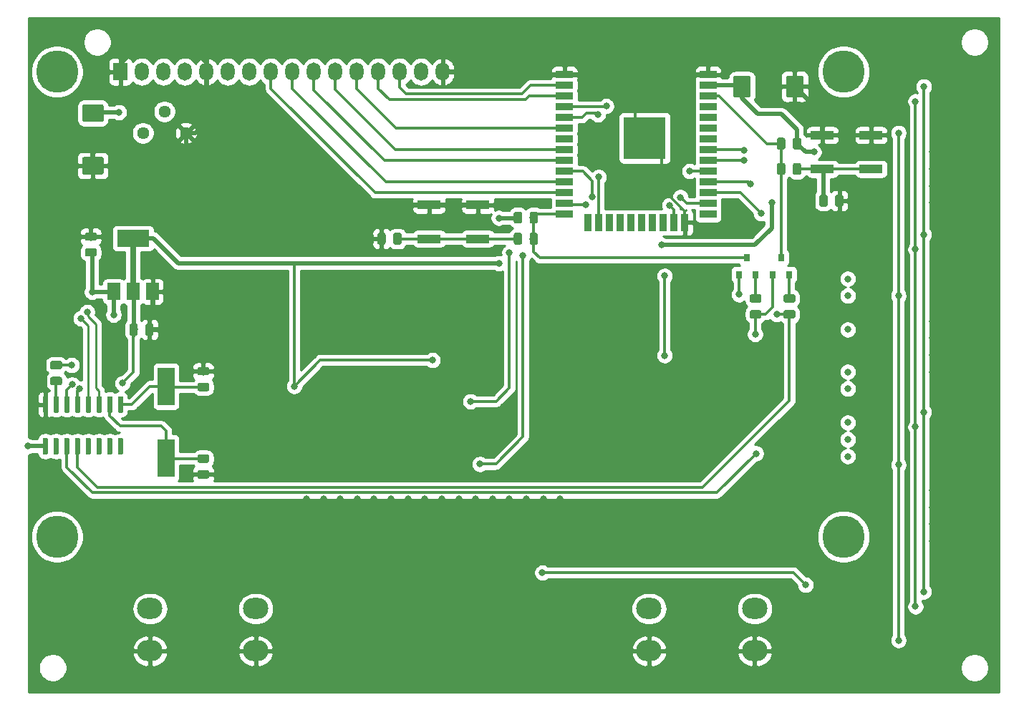
<source format=gbr>
G04 #@! TF.GenerationSoftware,KiCad,Pcbnew,5.1.2-f72e74a~84~ubuntu18.04.1*
G04 #@! TF.CreationDate,2019-08-20T01:18:15+05:30*
G04 #@! TF.ProjectId,ESP32_MESSAGE_DISPLAY,45535033-325f-44d4-9553-534147455f44,1.0*
G04 #@! TF.SameCoordinates,Original*
G04 #@! TF.FileFunction,Copper,L2,Bot*
G04 #@! TF.FilePolarity,Positive*
%FSLAX46Y46*%
G04 Gerber Fmt 4.6, Leading zero omitted, Abs format (unit mm)*
G04 Created by KiCad (PCBNEW 5.1.2-f72e74a~84~ubuntu18.04.1) date 2019-08-20 01:18:15*
%MOMM*%
%LPD*%
G04 APERTURE LIST*
%ADD10R,1.651000X2.159000*%
%ADD11O,1.651000X2.159000*%
%ADD12C,5.000000*%
%ADD13C,0.100000*%
%ADD14C,0.975000*%
%ADD15C,2.075000*%
%ADD16R,0.800000X0.900000*%
%ADD17C,1.440000*%
%ADD18R,2.750000X1.000000*%
%ADD19O,3.000000X2.500000*%
%ADD20R,3.800000X2.000000*%
%ADD21R,1.500000X2.000000*%
%ADD22C,0.600000*%
%ADD23R,5.000000X5.000000*%
%ADD24R,2.000000X0.900000*%
%ADD25R,0.900000X2.000000*%
%ADD26R,2.000000X4.500000*%
%ADD27C,0.800000*%
%ADD28C,0.500000*%
%ADD29C,0.400000*%
%ADD30C,0.300000*%
%ADD31C,0.250000*%
%ADD32C,0.700000*%
%ADD33C,0.254000*%
G04 APERTURE END LIST*
D10*
X103000000Y-55500000D03*
D11*
X105540000Y-55500000D03*
X108080000Y-55500000D03*
X110620000Y-55500000D03*
X113160000Y-55500000D03*
X115700000Y-55500000D03*
X118240000Y-55500000D03*
X120780000Y-55500000D03*
X123320000Y-55500000D03*
X125860000Y-55500000D03*
X128400000Y-55500000D03*
X130940000Y-55500000D03*
X133480000Y-55500000D03*
X136020000Y-55500000D03*
D12*
X95500000Y-55500000D03*
X188500000Y-55500000D03*
X95500000Y-110500000D03*
X188500000Y-110500000D03*
D11*
X138560000Y-55500000D03*
X141100000Y-55500000D03*
D13*
G36*
X113280142Y-102651174D02*
G01*
X113303803Y-102654684D01*
X113327007Y-102660496D01*
X113349529Y-102668554D01*
X113371153Y-102678782D01*
X113391670Y-102691079D01*
X113410883Y-102705329D01*
X113428607Y-102721393D01*
X113444671Y-102739117D01*
X113458921Y-102758330D01*
X113471218Y-102778847D01*
X113481446Y-102800471D01*
X113489504Y-102822993D01*
X113495316Y-102846197D01*
X113498826Y-102869858D01*
X113500000Y-102893750D01*
X113500000Y-103381250D01*
X113498826Y-103405142D01*
X113495316Y-103428803D01*
X113489504Y-103452007D01*
X113481446Y-103474529D01*
X113471218Y-103496153D01*
X113458921Y-103516670D01*
X113444671Y-103535883D01*
X113428607Y-103553607D01*
X113410883Y-103569671D01*
X113391670Y-103583921D01*
X113371153Y-103596218D01*
X113349529Y-103606446D01*
X113327007Y-103614504D01*
X113303803Y-103620316D01*
X113280142Y-103623826D01*
X113256250Y-103625000D01*
X112343750Y-103625000D01*
X112319858Y-103623826D01*
X112296197Y-103620316D01*
X112272993Y-103614504D01*
X112250471Y-103606446D01*
X112228847Y-103596218D01*
X112208330Y-103583921D01*
X112189117Y-103569671D01*
X112171393Y-103553607D01*
X112155329Y-103535883D01*
X112141079Y-103516670D01*
X112128782Y-103496153D01*
X112118554Y-103474529D01*
X112110496Y-103452007D01*
X112104684Y-103428803D01*
X112101174Y-103405142D01*
X112100000Y-103381250D01*
X112100000Y-102893750D01*
X112101174Y-102869858D01*
X112104684Y-102846197D01*
X112110496Y-102822993D01*
X112118554Y-102800471D01*
X112128782Y-102778847D01*
X112141079Y-102758330D01*
X112155329Y-102739117D01*
X112171393Y-102721393D01*
X112189117Y-102705329D01*
X112208330Y-102691079D01*
X112228847Y-102678782D01*
X112250471Y-102668554D01*
X112272993Y-102660496D01*
X112296197Y-102654684D01*
X112319858Y-102651174D01*
X112343750Y-102650000D01*
X113256250Y-102650000D01*
X113280142Y-102651174D01*
X113280142Y-102651174D01*
G37*
D14*
X112800000Y-103137500D03*
D13*
G36*
X113280142Y-100776174D02*
G01*
X113303803Y-100779684D01*
X113327007Y-100785496D01*
X113349529Y-100793554D01*
X113371153Y-100803782D01*
X113391670Y-100816079D01*
X113410883Y-100830329D01*
X113428607Y-100846393D01*
X113444671Y-100864117D01*
X113458921Y-100883330D01*
X113471218Y-100903847D01*
X113481446Y-100925471D01*
X113489504Y-100947993D01*
X113495316Y-100971197D01*
X113498826Y-100994858D01*
X113500000Y-101018750D01*
X113500000Y-101506250D01*
X113498826Y-101530142D01*
X113495316Y-101553803D01*
X113489504Y-101577007D01*
X113481446Y-101599529D01*
X113471218Y-101621153D01*
X113458921Y-101641670D01*
X113444671Y-101660883D01*
X113428607Y-101678607D01*
X113410883Y-101694671D01*
X113391670Y-101708921D01*
X113371153Y-101721218D01*
X113349529Y-101731446D01*
X113327007Y-101739504D01*
X113303803Y-101745316D01*
X113280142Y-101748826D01*
X113256250Y-101750000D01*
X112343750Y-101750000D01*
X112319858Y-101748826D01*
X112296197Y-101745316D01*
X112272993Y-101739504D01*
X112250471Y-101731446D01*
X112228847Y-101721218D01*
X112208330Y-101708921D01*
X112189117Y-101694671D01*
X112171393Y-101678607D01*
X112155329Y-101660883D01*
X112141079Y-101641670D01*
X112128782Y-101621153D01*
X112118554Y-101599529D01*
X112110496Y-101577007D01*
X112104684Y-101553803D01*
X112101174Y-101530142D01*
X112100000Y-101506250D01*
X112100000Y-101018750D01*
X112101174Y-100994858D01*
X112104684Y-100971197D01*
X112110496Y-100947993D01*
X112118554Y-100925471D01*
X112128782Y-100903847D01*
X112141079Y-100883330D01*
X112155329Y-100864117D01*
X112171393Y-100846393D01*
X112189117Y-100830329D01*
X112208330Y-100816079D01*
X112228847Y-100803782D01*
X112250471Y-100793554D01*
X112272993Y-100785496D01*
X112296197Y-100779684D01*
X112319858Y-100776174D01*
X112343750Y-100775000D01*
X113256250Y-100775000D01*
X113280142Y-100776174D01*
X113280142Y-100776174D01*
G37*
D14*
X112800000Y-101262500D03*
D13*
G36*
X99980142Y-76388674D02*
G01*
X100003803Y-76392184D01*
X100027007Y-76397996D01*
X100049529Y-76406054D01*
X100071153Y-76416282D01*
X100091670Y-76428579D01*
X100110883Y-76442829D01*
X100128607Y-76458893D01*
X100144671Y-76476617D01*
X100158921Y-76495830D01*
X100171218Y-76516347D01*
X100181446Y-76537971D01*
X100189504Y-76560493D01*
X100195316Y-76583697D01*
X100198826Y-76607358D01*
X100200000Y-76631250D01*
X100200000Y-77118750D01*
X100198826Y-77142642D01*
X100195316Y-77166303D01*
X100189504Y-77189507D01*
X100181446Y-77212029D01*
X100171218Y-77233653D01*
X100158921Y-77254170D01*
X100144671Y-77273383D01*
X100128607Y-77291107D01*
X100110883Y-77307171D01*
X100091670Y-77321421D01*
X100071153Y-77333718D01*
X100049529Y-77343946D01*
X100027007Y-77352004D01*
X100003803Y-77357816D01*
X99980142Y-77361326D01*
X99956250Y-77362500D01*
X99043750Y-77362500D01*
X99019858Y-77361326D01*
X98996197Y-77357816D01*
X98972993Y-77352004D01*
X98950471Y-77343946D01*
X98928847Y-77333718D01*
X98908330Y-77321421D01*
X98889117Y-77307171D01*
X98871393Y-77291107D01*
X98855329Y-77273383D01*
X98841079Y-77254170D01*
X98828782Y-77233653D01*
X98818554Y-77212029D01*
X98810496Y-77189507D01*
X98804684Y-77166303D01*
X98801174Y-77142642D01*
X98800000Y-77118750D01*
X98800000Y-76631250D01*
X98801174Y-76607358D01*
X98804684Y-76583697D01*
X98810496Y-76560493D01*
X98818554Y-76537971D01*
X98828782Y-76516347D01*
X98841079Y-76495830D01*
X98855329Y-76476617D01*
X98871393Y-76458893D01*
X98889117Y-76442829D01*
X98908330Y-76428579D01*
X98928847Y-76416282D01*
X98950471Y-76406054D01*
X98972993Y-76397996D01*
X98996197Y-76392184D01*
X99019858Y-76388674D01*
X99043750Y-76387500D01*
X99956250Y-76387500D01*
X99980142Y-76388674D01*
X99980142Y-76388674D01*
G37*
D14*
X99500000Y-76875000D03*
D13*
G36*
X99980142Y-74513674D02*
G01*
X100003803Y-74517184D01*
X100027007Y-74522996D01*
X100049529Y-74531054D01*
X100071153Y-74541282D01*
X100091670Y-74553579D01*
X100110883Y-74567829D01*
X100128607Y-74583893D01*
X100144671Y-74601617D01*
X100158921Y-74620830D01*
X100171218Y-74641347D01*
X100181446Y-74662971D01*
X100189504Y-74685493D01*
X100195316Y-74708697D01*
X100198826Y-74732358D01*
X100200000Y-74756250D01*
X100200000Y-75243750D01*
X100198826Y-75267642D01*
X100195316Y-75291303D01*
X100189504Y-75314507D01*
X100181446Y-75337029D01*
X100171218Y-75358653D01*
X100158921Y-75379170D01*
X100144671Y-75398383D01*
X100128607Y-75416107D01*
X100110883Y-75432171D01*
X100091670Y-75446421D01*
X100071153Y-75458718D01*
X100049529Y-75468946D01*
X100027007Y-75477004D01*
X100003803Y-75482816D01*
X99980142Y-75486326D01*
X99956250Y-75487500D01*
X99043750Y-75487500D01*
X99019858Y-75486326D01*
X98996197Y-75482816D01*
X98972993Y-75477004D01*
X98950471Y-75468946D01*
X98928847Y-75458718D01*
X98908330Y-75446421D01*
X98889117Y-75432171D01*
X98871393Y-75416107D01*
X98855329Y-75398383D01*
X98841079Y-75379170D01*
X98828782Y-75358653D01*
X98818554Y-75337029D01*
X98810496Y-75314507D01*
X98804684Y-75291303D01*
X98801174Y-75267642D01*
X98800000Y-75243750D01*
X98800000Y-74756250D01*
X98801174Y-74732358D01*
X98804684Y-74708697D01*
X98810496Y-74685493D01*
X98818554Y-74662971D01*
X98828782Y-74641347D01*
X98841079Y-74620830D01*
X98855329Y-74601617D01*
X98871393Y-74583893D01*
X98889117Y-74567829D01*
X98908330Y-74553579D01*
X98928847Y-74541282D01*
X98950471Y-74531054D01*
X98972993Y-74522996D01*
X98996197Y-74517184D01*
X99019858Y-74513674D01*
X99043750Y-74512500D01*
X99956250Y-74512500D01*
X99980142Y-74513674D01*
X99980142Y-74513674D01*
G37*
D14*
X99500000Y-75000000D03*
D13*
G36*
X113280142Y-92313674D02*
G01*
X113303803Y-92317184D01*
X113327007Y-92322996D01*
X113349529Y-92331054D01*
X113371153Y-92341282D01*
X113391670Y-92353579D01*
X113410883Y-92367829D01*
X113428607Y-92383893D01*
X113444671Y-92401617D01*
X113458921Y-92420830D01*
X113471218Y-92441347D01*
X113481446Y-92462971D01*
X113489504Y-92485493D01*
X113495316Y-92508697D01*
X113498826Y-92532358D01*
X113500000Y-92556250D01*
X113500000Y-93043750D01*
X113498826Y-93067642D01*
X113495316Y-93091303D01*
X113489504Y-93114507D01*
X113481446Y-93137029D01*
X113471218Y-93158653D01*
X113458921Y-93179170D01*
X113444671Y-93198383D01*
X113428607Y-93216107D01*
X113410883Y-93232171D01*
X113391670Y-93246421D01*
X113371153Y-93258718D01*
X113349529Y-93268946D01*
X113327007Y-93277004D01*
X113303803Y-93282816D01*
X113280142Y-93286326D01*
X113256250Y-93287500D01*
X112343750Y-93287500D01*
X112319858Y-93286326D01*
X112296197Y-93282816D01*
X112272993Y-93277004D01*
X112250471Y-93268946D01*
X112228847Y-93258718D01*
X112208330Y-93246421D01*
X112189117Y-93232171D01*
X112171393Y-93216107D01*
X112155329Y-93198383D01*
X112141079Y-93179170D01*
X112128782Y-93158653D01*
X112118554Y-93137029D01*
X112110496Y-93114507D01*
X112104684Y-93091303D01*
X112101174Y-93067642D01*
X112100000Y-93043750D01*
X112100000Y-92556250D01*
X112101174Y-92532358D01*
X112104684Y-92508697D01*
X112110496Y-92485493D01*
X112118554Y-92462971D01*
X112128782Y-92441347D01*
X112141079Y-92420830D01*
X112155329Y-92401617D01*
X112171393Y-92383893D01*
X112189117Y-92367829D01*
X112208330Y-92353579D01*
X112228847Y-92341282D01*
X112250471Y-92331054D01*
X112272993Y-92322996D01*
X112296197Y-92317184D01*
X112319858Y-92313674D01*
X112343750Y-92312500D01*
X113256250Y-92312500D01*
X113280142Y-92313674D01*
X113280142Y-92313674D01*
G37*
D14*
X112800000Y-92800000D03*
D13*
G36*
X113280142Y-90438674D02*
G01*
X113303803Y-90442184D01*
X113327007Y-90447996D01*
X113349529Y-90456054D01*
X113371153Y-90466282D01*
X113391670Y-90478579D01*
X113410883Y-90492829D01*
X113428607Y-90508893D01*
X113444671Y-90526617D01*
X113458921Y-90545830D01*
X113471218Y-90566347D01*
X113481446Y-90587971D01*
X113489504Y-90610493D01*
X113495316Y-90633697D01*
X113498826Y-90657358D01*
X113500000Y-90681250D01*
X113500000Y-91168750D01*
X113498826Y-91192642D01*
X113495316Y-91216303D01*
X113489504Y-91239507D01*
X113481446Y-91262029D01*
X113471218Y-91283653D01*
X113458921Y-91304170D01*
X113444671Y-91323383D01*
X113428607Y-91341107D01*
X113410883Y-91357171D01*
X113391670Y-91371421D01*
X113371153Y-91383718D01*
X113349529Y-91393946D01*
X113327007Y-91402004D01*
X113303803Y-91407816D01*
X113280142Y-91411326D01*
X113256250Y-91412500D01*
X112343750Y-91412500D01*
X112319858Y-91411326D01*
X112296197Y-91407816D01*
X112272993Y-91402004D01*
X112250471Y-91393946D01*
X112228847Y-91383718D01*
X112208330Y-91371421D01*
X112189117Y-91357171D01*
X112171393Y-91341107D01*
X112155329Y-91323383D01*
X112141079Y-91304170D01*
X112128782Y-91283653D01*
X112118554Y-91262029D01*
X112110496Y-91239507D01*
X112104684Y-91216303D01*
X112101174Y-91192642D01*
X112100000Y-91168750D01*
X112100000Y-90681250D01*
X112101174Y-90657358D01*
X112104684Y-90633697D01*
X112110496Y-90610493D01*
X112118554Y-90587971D01*
X112128782Y-90566347D01*
X112141079Y-90545830D01*
X112155329Y-90526617D01*
X112171393Y-90508893D01*
X112189117Y-90492829D01*
X112208330Y-90478579D01*
X112228847Y-90466282D01*
X112250471Y-90456054D01*
X112272993Y-90447996D01*
X112296197Y-90442184D01*
X112319858Y-90438674D01*
X112343750Y-90437500D01*
X113256250Y-90437500D01*
X113280142Y-90438674D01*
X113280142Y-90438674D01*
G37*
D14*
X112800000Y-90925000D03*
D13*
G36*
X106705142Y-85301174D02*
G01*
X106728803Y-85304684D01*
X106752007Y-85310496D01*
X106774529Y-85318554D01*
X106796153Y-85328782D01*
X106816670Y-85341079D01*
X106835883Y-85355329D01*
X106853607Y-85371393D01*
X106869671Y-85389117D01*
X106883921Y-85408330D01*
X106896218Y-85428847D01*
X106906446Y-85450471D01*
X106914504Y-85472993D01*
X106920316Y-85496197D01*
X106923826Y-85519858D01*
X106925000Y-85543750D01*
X106925000Y-86456250D01*
X106923826Y-86480142D01*
X106920316Y-86503803D01*
X106914504Y-86527007D01*
X106906446Y-86549529D01*
X106896218Y-86571153D01*
X106883921Y-86591670D01*
X106869671Y-86610883D01*
X106853607Y-86628607D01*
X106835883Y-86644671D01*
X106816670Y-86658921D01*
X106796153Y-86671218D01*
X106774529Y-86681446D01*
X106752007Y-86689504D01*
X106728803Y-86695316D01*
X106705142Y-86698826D01*
X106681250Y-86700000D01*
X106193750Y-86700000D01*
X106169858Y-86698826D01*
X106146197Y-86695316D01*
X106122993Y-86689504D01*
X106100471Y-86681446D01*
X106078847Y-86671218D01*
X106058330Y-86658921D01*
X106039117Y-86644671D01*
X106021393Y-86628607D01*
X106005329Y-86610883D01*
X105991079Y-86591670D01*
X105978782Y-86571153D01*
X105968554Y-86549529D01*
X105960496Y-86527007D01*
X105954684Y-86503803D01*
X105951174Y-86480142D01*
X105950000Y-86456250D01*
X105950000Y-85543750D01*
X105951174Y-85519858D01*
X105954684Y-85496197D01*
X105960496Y-85472993D01*
X105968554Y-85450471D01*
X105978782Y-85428847D01*
X105991079Y-85408330D01*
X106005329Y-85389117D01*
X106021393Y-85371393D01*
X106039117Y-85355329D01*
X106058330Y-85341079D01*
X106078847Y-85328782D01*
X106100471Y-85318554D01*
X106122993Y-85310496D01*
X106146197Y-85304684D01*
X106169858Y-85301174D01*
X106193750Y-85300000D01*
X106681250Y-85300000D01*
X106705142Y-85301174D01*
X106705142Y-85301174D01*
G37*
D14*
X106437500Y-86000000D03*
D13*
G36*
X104830142Y-85301174D02*
G01*
X104853803Y-85304684D01*
X104877007Y-85310496D01*
X104899529Y-85318554D01*
X104921153Y-85328782D01*
X104941670Y-85341079D01*
X104960883Y-85355329D01*
X104978607Y-85371393D01*
X104994671Y-85389117D01*
X105008921Y-85408330D01*
X105021218Y-85428847D01*
X105031446Y-85450471D01*
X105039504Y-85472993D01*
X105045316Y-85496197D01*
X105048826Y-85519858D01*
X105050000Y-85543750D01*
X105050000Y-86456250D01*
X105048826Y-86480142D01*
X105045316Y-86503803D01*
X105039504Y-86527007D01*
X105031446Y-86549529D01*
X105021218Y-86571153D01*
X105008921Y-86591670D01*
X104994671Y-86610883D01*
X104978607Y-86628607D01*
X104960883Y-86644671D01*
X104941670Y-86658921D01*
X104921153Y-86671218D01*
X104899529Y-86681446D01*
X104877007Y-86689504D01*
X104853803Y-86695316D01*
X104830142Y-86698826D01*
X104806250Y-86700000D01*
X104318750Y-86700000D01*
X104294858Y-86698826D01*
X104271197Y-86695316D01*
X104247993Y-86689504D01*
X104225471Y-86681446D01*
X104203847Y-86671218D01*
X104183330Y-86658921D01*
X104164117Y-86644671D01*
X104146393Y-86628607D01*
X104130329Y-86610883D01*
X104116079Y-86591670D01*
X104103782Y-86571153D01*
X104093554Y-86549529D01*
X104085496Y-86527007D01*
X104079684Y-86503803D01*
X104076174Y-86480142D01*
X104075000Y-86456250D01*
X104075000Y-85543750D01*
X104076174Y-85519858D01*
X104079684Y-85496197D01*
X104085496Y-85472993D01*
X104093554Y-85450471D01*
X104103782Y-85428847D01*
X104116079Y-85408330D01*
X104130329Y-85389117D01*
X104146393Y-85371393D01*
X104164117Y-85355329D01*
X104183330Y-85341079D01*
X104203847Y-85328782D01*
X104225471Y-85318554D01*
X104247993Y-85310496D01*
X104271197Y-85304684D01*
X104294858Y-85301174D01*
X104318750Y-85300000D01*
X104806250Y-85300000D01*
X104830142Y-85301174D01*
X104830142Y-85301174D01*
G37*
D14*
X104562500Y-86000000D03*
D13*
G36*
X183537004Y-55976204D02*
G01*
X183561273Y-55979804D01*
X183585071Y-55985765D01*
X183608171Y-55994030D01*
X183630349Y-56004520D01*
X183651393Y-56017133D01*
X183671098Y-56031747D01*
X183689277Y-56048223D01*
X183705753Y-56066402D01*
X183720367Y-56086107D01*
X183732980Y-56107151D01*
X183743470Y-56129329D01*
X183751735Y-56152429D01*
X183757696Y-56176227D01*
X183761296Y-56200496D01*
X183762500Y-56225000D01*
X183762500Y-58275000D01*
X183761296Y-58299504D01*
X183757696Y-58323773D01*
X183751735Y-58347571D01*
X183743470Y-58370671D01*
X183732980Y-58392849D01*
X183720367Y-58413893D01*
X183705753Y-58433598D01*
X183689277Y-58451777D01*
X183671098Y-58468253D01*
X183651393Y-58482867D01*
X183630349Y-58495480D01*
X183608171Y-58505970D01*
X183585071Y-58514235D01*
X183561273Y-58520196D01*
X183537004Y-58523796D01*
X183512500Y-58525000D01*
X181937500Y-58525000D01*
X181912996Y-58523796D01*
X181888727Y-58520196D01*
X181864929Y-58514235D01*
X181841829Y-58505970D01*
X181819651Y-58495480D01*
X181798607Y-58482867D01*
X181778902Y-58468253D01*
X181760723Y-58451777D01*
X181744247Y-58433598D01*
X181729633Y-58413893D01*
X181717020Y-58392849D01*
X181706530Y-58370671D01*
X181698265Y-58347571D01*
X181692304Y-58323773D01*
X181688704Y-58299504D01*
X181687500Y-58275000D01*
X181687500Y-56225000D01*
X181688704Y-56200496D01*
X181692304Y-56176227D01*
X181698265Y-56152429D01*
X181706530Y-56129329D01*
X181717020Y-56107151D01*
X181729633Y-56086107D01*
X181744247Y-56066402D01*
X181760723Y-56048223D01*
X181778902Y-56031747D01*
X181798607Y-56017133D01*
X181819651Y-56004520D01*
X181841829Y-55994030D01*
X181864929Y-55985765D01*
X181888727Y-55979804D01*
X181912996Y-55976204D01*
X181937500Y-55975000D01*
X183512500Y-55975000D01*
X183537004Y-55976204D01*
X183537004Y-55976204D01*
G37*
D15*
X182725000Y-57250000D03*
D13*
G36*
X177312004Y-55976204D02*
G01*
X177336273Y-55979804D01*
X177360071Y-55985765D01*
X177383171Y-55994030D01*
X177405349Y-56004520D01*
X177426393Y-56017133D01*
X177446098Y-56031747D01*
X177464277Y-56048223D01*
X177480753Y-56066402D01*
X177495367Y-56086107D01*
X177507980Y-56107151D01*
X177518470Y-56129329D01*
X177526735Y-56152429D01*
X177532696Y-56176227D01*
X177536296Y-56200496D01*
X177537500Y-56225000D01*
X177537500Y-58275000D01*
X177536296Y-58299504D01*
X177532696Y-58323773D01*
X177526735Y-58347571D01*
X177518470Y-58370671D01*
X177507980Y-58392849D01*
X177495367Y-58413893D01*
X177480753Y-58433598D01*
X177464277Y-58451777D01*
X177446098Y-58468253D01*
X177426393Y-58482867D01*
X177405349Y-58495480D01*
X177383171Y-58505970D01*
X177360071Y-58514235D01*
X177336273Y-58520196D01*
X177312004Y-58523796D01*
X177287500Y-58525000D01*
X175712500Y-58525000D01*
X175687996Y-58523796D01*
X175663727Y-58520196D01*
X175639929Y-58514235D01*
X175616829Y-58505970D01*
X175594651Y-58495480D01*
X175573607Y-58482867D01*
X175553902Y-58468253D01*
X175535723Y-58451777D01*
X175519247Y-58433598D01*
X175504633Y-58413893D01*
X175492020Y-58392849D01*
X175481530Y-58370671D01*
X175473265Y-58347571D01*
X175467304Y-58323773D01*
X175463704Y-58299504D01*
X175462500Y-58275000D01*
X175462500Y-56225000D01*
X175463704Y-56200496D01*
X175467304Y-56176227D01*
X175473265Y-56152429D01*
X175481530Y-56129329D01*
X175492020Y-56107151D01*
X175504633Y-56086107D01*
X175519247Y-56066402D01*
X175535723Y-56048223D01*
X175553902Y-56031747D01*
X175573607Y-56017133D01*
X175594651Y-56004520D01*
X175616829Y-55994030D01*
X175639929Y-55985765D01*
X175663727Y-55979804D01*
X175687996Y-55976204D01*
X175712500Y-55975000D01*
X177287500Y-55975000D01*
X177312004Y-55976204D01*
X177312004Y-55976204D01*
G37*
D15*
X176500000Y-57250000D03*
D13*
G36*
X134142642Y-74551174D02*
G01*
X134166303Y-74554684D01*
X134189507Y-74560496D01*
X134212029Y-74568554D01*
X134233653Y-74578782D01*
X134254170Y-74591079D01*
X134273383Y-74605329D01*
X134291107Y-74621393D01*
X134307171Y-74639117D01*
X134321421Y-74658330D01*
X134333718Y-74678847D01*
X134343946Y-74700471D01*
X134352004Y-74722993D01*
X134357816Y-74746197D01*
X134361326Y-74769858D01*
X134362500Y-74793750D01*
X134362500Y-75706250D01*
X134361326Y-75730142D01*
X134357816Y-75753803D01*
X134352004Y-75777007D01*
X134343946Y-75799529D01*
X134333718Y-75821153D01*
X134321421Y-75841670D01*
X134307171Y-75860883D01*
X134291107Y-75878607D01*
X134273383Y-75894671D01*
X134254170Y-75908921D01*
X134233653Y-75921218D01*
X134212029Y-75931446D01*
X134189507Y-75939504D01*
X134166303Y-75945316D01*
X134142642Y-75948826D01*
X134118750Y-75950000D01*
X133631250Y-75950000D01*
X133607358Y-75948826D01*
X133583697Y-75945316D01*
X133560493Y-75939504D01*
X133537971Y-75931446D01*
X133516347Y-75921218D01*
X133495830Y-75908921D01*
X133476617Y-75894671D01*
X133458893Y-75878607D01*
X133442829Y-75860883D01*
X133428579Y-75841670D01*
X133416282Y-75821153D01*
X133406054Y-75799529D01*
X133397996Y-75777007D01*
X133392184Y-75753803D01*
X133388674Y-75730142D01*
X133387500Y-75706250D01*
X133387500Y-74793750D01*
X133388674Y-74769858D01*
X133392184Y-74746197D01*
X133397996Y-74722993D01*
X133406054Y-74700471D01*
X133416282Y-74678847D01*
X133428579Y-74658330D01*
X133442829Y-74639117D01*
X133458893Y-74621393D01*
X133476617Y-74605329D01*
X133495830Y-74591079D01*
X133516347Y-74578782D01*
X133537971Y-74568554D01*
X133560493Y-74560496D01*
X133583697Y-74554684D01*
X133607358Y-74551174D01*
X133631250Y-74550000D01*
X134118750Y-74550000D01*
X134142642Y-74551174D01*
X134142642Y-74551174D01*
G37*
D14*
X133875000Y-75250000D03*
D13*
G36*
X136017642Y-74551174D02*
G01*
X136041303Y-74554684D01*
X136064507Y-74560496D01*
X136087029Y-74568554D01*
X136108653Y-74578782D01*
X136129170Y-74591079D01*
X136148383Y-74605329D01*
X136166107Y-74621393D01*
X136182171Y-74639117D01*
X136196421Y-74658330D01*
X136208718Y-74678847D01*
X136218946Y-74700471D01*
X136227004Y-74722993D01*
X136232816Y-74746197D01*
X136236326Y-74769858D01*
X136237500Y-74793750D01*
X136237500Y-75706250D01*
X136236326Y-75730142D01*
X136232816Y-75753803D01*
X136227004Y-75777007D01*
X136218946Y-75799529D01*
X136208718Y-75821153D01*
X136196421Y-75841670D01*
X136182171Y-75860883D01*
X136166107Y-75878607D01*
X136148383Y-75894671D01*
X136129170Y-75908921D01*
X136108653Y-75921218D01*
X136087029Y-75931446D01*
X136064507Y-75939504D01*
X136041303Y-75945316D01*
X136017642Y-75948826D01*
X135993750Y-75950000D01*
X135506250Y-75950000D01*
X135482358Y-75948826D01*
X135458697Y-75945316D01*
X135435493Y-75939504D01*
X135412971Y-75931446D01*
X135391347Y-75921218D01*
X135370830Y-75908921D01*
X135351617Y-75894671D01*
X135333893Y-75878607D01*
X135317829Y-75860883D01*
X135303579Y-75841670D01*
X135291282Y-75821153D01*
X135281054Y-75799529D01*
X135272996Y-75777007D01*
X135267184Y-75753803D01*
X135263674Y-75730142D01*
X135262500Y-75706250D01*
X135262500Y-74793750D01*
X135263674Y-74769858D01*
X135267184Y-74746197D01*
X135272996Y-74722993D01*
X135281054Y-74700471D01*
X135291282Y-74678847D01*
X135303579Y-74658330D01*
X135317829Y-74639117D01*
X135333893Y-74621393D01*
X135351617Y-74605329D01*
X135370830Y-74591079D01*
X135391347Y-74578782D01*
X135412971Y-74568554D01*
X135435493Y-74560496D01*
X135458697Y-74554684D01*
X135482358Y-74551174D01*
X135506250Y-74550000D01*
X135993750Y-74550000D01*
X136017642Y-74551174D01*
X136017642Y-74551174D01*
G37*
D14*
X135750000Y-75250000D03*
D13*
G36*
X186392642Y-70051174D02*
G01*
X186416303Y-70054684D01*
X186439507Y-70060496D01*
X186462029Y-70068554D01*
X186483653Y-70078782D01*
X186504170Y-70091079D01*
X186523383Y-70105329D01*
X186541107Y-70121393D01*
X186557171Y-70139117D01*
X186571421Y-70158330D01*
X186583718Y-70178847D01*
X186593946Y-70200471D01*
X186602004Y-70222993D01*
X186607816Y-70246197D01*
X186611326Y-70269858D01*
X186612500Y-70293750D01*
X186612500Y-71206250D01*
X186611326Y-71230142D01*
X186607816Y-71253803D01*
X186602004Y-71277007D01*
X186593946Y-71299529D01*
X186583718Y-71321153D01*
X186571421Y-71341670D01*
X186557171Y-71360883D01*
X186541107Y-71378607D01*
X186523383Y-71394671D01*
X186504170Y-71408921D01*
X186483653Y-71421218D01*
X186462029Y-71431446D01*
X186439507Y-71439504D01*
X186416303Y-71445316D01*
X186392642Y-71448826D01*
X186368750Y-71450000D01*
X185881250Y-71450000D01*
X185857358Y-71448826D01*
X185833697Y-71445316D01*
X185810493Y-71439504D01*
X185787971Y-71431446D01*
X185766347Y-71421218D01*
X185745830Y-71408921D01*
X185726617Y-71394671D01*
X185708893Y-71378607D01*
X185692829Y-71360883D01*
X185678579Y-71341670D01*
X185666282Y-71321153D01*
X185656054Y-71299529D01*
X185647996Y-71277007D01*
X185642184Y-71253803D01*
X185638674Y-71230142D01*
X185637500Y-71206250D01*
X185637500Y-70293750D01*
X185638674Y-70269858D01*
X185642184Y-70246197D01*
X185647996Y-70222993D01*
X185656054Y-70200471D01*
X185666282Y-70178847D01*
X185678579Y-70158330D01*
X185692829Y-70139117D01*
X185708893Y-70121393D01*
X185726617Y-70105329D01*
X185745830Y-70091079D01*
X185766347Y-70078782D01*
X185787971Y-70068554D01*
X185810493Y-70060496D01*
X185833697Y-70054684D01*
X185857358Y-70051174D01*
X185881250Y-70050000D01*
X186368750Y-70050000D01*
X186392642Y-70051174D01*
X186392642Y-70051174D01*
G37*
D14*
X186125000Y-70750000D03*
D13*
G36*
X188267642Y-70051174D02*
G01*
X188291303Y-70054684D01*
X188314507Y-70060496D01*
X188337029Y-70068554D01*
X188358653Y-70078782D01*
X188379170Y-70091079D01*
X188398383Y-70105329D01*
X188416107Y-70121393D01*
X188432171Y-70139117D01*
X188446421Y-70158330D01*
X188458718Y-70178847D01*
X188468946Y-70200471D01*
X188477004Y-70222993D01*
X188482816Y-70246197D01*
X188486326Y-70269858D01*
X188487500Y-70293750D01*
X188487500Y-71206250D01*
X188486326Y-71230142D01*
X188482816Y-71253803D01*
X188477004Y-71277007D01*
X188468946Y-71299529D01*
X188458718Y-71321153D01*
X188446421Y-71341670D01*
X188432171Y-71360883D01*
X188416107Y-71378607D01*
X188398383Y-71394671D01*
X188379170Y-71408921D01*
X188358653Y-71421218D01*
X188337029Y-71431446D01*
X188314507Y-71439504D01*
X188291303Y-71445316D01*
X188267642Y-71448826D01*
X188243750Y-71450000D01*
X187756250Y-71450000D01*
X187732358Y-71448826D01*
X187708697Y-71445316D01*
X187685493Y-71439504D01*
X187662971Y-71431446D01*
X187641347Y-71421218D01*
X187620830Y-71408921D01*
X187601617Y-71394671D01*
X187583893Y-71378607D01*
X187567829Y-71360883D01*
X187553579Y-71341670D01*
X187541282Y-71321153D01*
X187531054Y-71299529D01*
X187522996Y-71277007D01*
X187517184Y-71253803D01*
X187513674Y-71230142D01*
X187512500Y-71206250D01*
X187512500Y-70293750D01*
X187513674Y-70269858D01*
X187517184Y-70246197D01*
X187522996Y-70222993D01*
X187531054Y-70200471D01*
X187541282Y-70178847D01*
X187553579Y-70158330D01*
X187567829Y-70139117D01*
X187583893Y-70121393D01*
X187601617Y-70105329D01*
X187620830Y-70091079D01*
X187641347Y-70078782D01*
X187662971Y-70068554D01*
X187685493Y-70060496D01*
X187708697Y-70054684D01*
X187732358Y-70051174D01*
X187756250Y-70050000D01*
X188243750Y-70050000D01*
X188267642Y-70051174D01*
X188267642Y-70051174D01*
G37*
D14*
X188000000Y-70750000D03*
D13*
G36*
X100799504Y-59351204D02*
G01*
X100823773Y-59354804D01*
X100847571Y-59360765D01*
X100870671Y-59369030D01*
X100892849Y-59379520D01*
X100913893Y-59392133D01*
X100933598Y-59406747D01*
X100951777Y-59423223D01*
X100968253Y-59441402D01*
X100982867Y-59461107D01*
X100995480Y-59482151D01*
X101005970Y-59504329D01*
X101014235Y-59527429D01*
X101020196Y-59551227D01*
X101023796Y-59575496D01*
X101025000Y-59600000D01*
X101025000Y-61175000D01*
X101023796Y-61199504D01*
X101020196Y-61223773D01*
X101014235Y-61247571D01*
X101005970Y-61270671D01*
X100995480Y-61292849D01*
X100982867Y-61313893D01*
X100968253Y-61333598D01*
X100951777Y-61351777D01*
X100933598Y-61368253D01*
X100913893Y-61382867D01*
X100892849Y-61395480D01*
X100870671Y-61405970D01*
X100847571Y-61414235D01*
X100823773Y-61420196D01*
X100799504Y-61423796D01*
X100775000Y-61425000D01*
X98725000Y-61425000D01*
X98700496Y-61423796D01*
X98676227Y-61420196D01*
X98652429Y-61414235D01*
X98629329Y-61405970D01*
X98607151Y-61395480D01*
X98586107Y-61382867D01*
X98566402Y-61368253D01*
X98548223Y-61351777D01*
X98531747Y-61333598D01*
X98517133Y-61313893D01*
X98504520Y-61292849D01*
X98494030Y-61270671D01*
X98485765Y-61247571D01*
X98479804Y-61223773D01*
X98476204Y-61199504D01*
X98475000Y-61175000D01*
X98475000Y-59600000D01*
X98476204Y-59575496D01*
X98479804Y-59551227D01*
X98485765Y-59527429D01*
X98494030Y-59504329D01*
X98504520Y-59482151D01*
X98517133Y-59461107D01*
X98531747Y-59441402D01*
X98548223Y-59423223D01*
X98566402Y-59406747D01*
X98586107Y-59392133D01*
X98607151Y-59379520D01*
X98629329Y-59369030D01*
X98652429Y-59360765D01*
X98676227Y-59354804D01*
X98700496Y-59351204D01*
X98725000Y-59350000D01*
X100775000Y-59350000D01*
X100799504Y-59351204D01*
X100799504Y-59351204D01*
G37*
D15*
X99750000Y-60387500D03*
D13*
G36*
X100799504Y-65576204D02*
G01*
X100823773Y-65579804D01*
X100847571Y-65585765D01*
X100870671Y-65594030D01*
X100892849Y-65604520D01*
X100913893Y-65617133D01*
X100933598Y-65631747D01*
X100951777Y-65648223D01*
X100968253Y-65666402D01*
X100982867Y-65686107D01*
X100995480Y-65707151D01*
X101005970Y-65729329D01*
X101014235Y-65752429D01*
X101020196Y-65776227D01*
X101023796Y-65800496D01*
X101025000Y-65825000D01*
X101025000Y-67400000D01*
X101023796Y-67424504D01*
X101020196Y-67448773D01*
X101014235Y-67472571D01*
X101005970Y-67495671D01*
X100995480Y-67517849D01*
X100982867Y-67538893D01*
X100968253Y-67558598D01*
X100951777Y-67576777D01*
X100933598Y-67593253D01*
X100913893Y-67607867D01*
X100892849Y-67620480D01*
X100870671Y-67630970D01*
X100847571Y-67639235D01*
X100823773Y-67645196D01*
X100799504Y-67648796D01*
X100775000Y-67650000D01*
X98725000Y-67650000D01*
X98700496Y-67648796D01*
X98676227Y-67645196D01*
X98652429Y-67639235D01*
X98629329Y-67630970D01*
X98607151Y-67620480D01*
X98586107Y-67607867D01*
X98566402Y-67593253D01*
X98548223Y-67576777D01*
X98531747Y-67558598D01*
X98517133Y-67538893D01*
X98504520Y-67517849D01*
X98494030Y-67495671D01*
X98485765Y-67472571D01*
X98479804Y-67448773D01*
X98476204Y-67424504D01*
X98475000Y-67400000D01*
X98475000Y-65825000D01*
X98476204Y-65800496D01*
X98479804Y-65776227D01*
X98485765Y-65752429D01*
X98494030Y-65729329D01*
X98504520Y-65707151D01*
X98517133Y-65686107D01*
X98531747Y-65666402D01*
X98548223Y-65648223D01*
X98566402Y-65631747D01*
X98586107Y-65617133D01*
X98607151Y-65604520D01*
X98629329Y-65594030D01*
X98652429Y-65585765D01*
X98676227Y-65579804D01*
X98700496Y-65576204D01*
X98725000Y-65575000D01*
X100775000Y-65575000D01*
X100799504Y-65576204D01*
X100799504Y-65576204D01*
G37*
D15*
X99750000Y-66612500D03*
D16*
X182050000Y-79500000D03*
X180150000Y-79500000D03*
X181100000Y-77500000D03*
X177100000Y-77500000D03*
X176150000Y-79500000D03*
X178050000Y-79500000D03*
D13*
G36*
X95880142Y-91588674D02*
G01*
X95903803Y-91592184D01*
X95927007Y-91597996D01*
X95949529Y-91606054D01*
X95971153Y-91616282D01*
X95991670Y-91628579D01*
X96010883Y-91642829D01*
X96028607Y-91658893D01*
X96044671Y-91676617D01*
X96058921Y-91695830D01*
X96071218Y-91716347D01*
X96081446Y-91737971D01*
X96089504Y-91760493D01*
X96095316Y-91783697D01*
X96098826Y-91807358D01*
X96100000Y-91831250D01*
X96100000Y-92318750D01*
X96098826Y-92342642D01*
X96095316Y-92366303D01*
X96089504Y-92389507D01*
X96081446Y-92412029D01*
X96071218Y-92433653D01*
X96058921Y-92454170D01*
X96044671Y-92473383D01*
X96028607Y-92491107D01*
X96010883Y-92507171D01*
X95991670Y-92521421D01*
X95971153Y-92533718D01*
X95949529Y-92543946D01*
X95927007Y-92552004D01*
X95903803Y-92557816D01*
X95880142Y-92561326D01*
X95856250Y-92562500D01*
X94943750Y-92562500D01*
X94919858Y-92561326D01*
X94896197Y-92557816D01*
X94872993Y-92552004D01*
X94850471Y-92543946D01*
X94828847Y-92533718D01*
X94808330Y-92521421D01*
X94789117Y-92507171D01*
X94771393Y-92491107D01*
X94755329Y-92473383D01*
X94741079Y-92454170D01*
X94728782Y-92433653D01*
X94718554Y-92412029D01*
X94710496Y-92389507D01*
X94704684Y-92366303D01*
X94701174Y-92342642D01*
X94700000Y-92318750D01*
X94700000Y-91831250D01*
X94701174Y-91807358D01*
X94704684Y-91783697D01*
X94710496Y-91760493D01*
X94718554Y-91737971D01*
X94728782Y-91716347D01*
X94741079Y-91695830D01*
X94755329Y-91676617D01*
X94771393Y-91658893D01*
X94789117Y-91642829D01*
X94808330Y-91628579D01*
X94828847Y-91616282D01*
X94850471Y-91606054D01*
X94872993Y-91597996D01*
X94896197Y-91592184D01*
X94919858Y-91588674D01*
X94943750Y-91587500D01*
X95856250Y-91587500D01*
X95880142Y-91588674D01*
X95880142Y-91588674D01*
G37*
D14*
X95400000Y-92075000D03*
D13*
G36*
X95880142Y-89713674D02*
G01*
X95903803Y-89717184D01*
X95927007Y-89722996D01*
X95949529Y-89731054D01*
X95971153Y-89741282D01*
X95991670Y-89753579D01*
X96010883Y-89767829D01*
X96028607Y-89783893D01*
X96044671Y-89801617D01*
X96058921Y-89820830D01*
X96071218Y-89841347D01*
X96081446Y-89862971D01*
X96089504Y-89885493D01*
X96095316Y-89908697D01*
X96098826Y-89932358D01*
X96100000Y-89956250D01*
X96100000Y-90443750D01*
X96098826Y-90467642D01*
X96095316Y-90491303D01*
X96089504Y-90514507D01*
X96081446Y-90537029D01*
X96071218Y-90558653D01*
X96058921Y-90579170D01*
X96044671Y-90598383D01*
X96028607Y-90616107D01*
X96010883Y-90632171D01*
X95991670Y-90646421D01*
X95971153Y-90658718D01*
X95949529Y-90668946D01*
X95927007Y-90677004D01*
X95903803Y-90682816D01*
X95880142Y-90686326D01*
X95856250Y-90687500D01*
X94943750Y-90687500D01*
X94919858Y-90686326D01*
X94896197Y-90682816D01*
X94872993Y-90677004D01*
X94850471Y-90668946D01*
X94828847Y-90658718D01*
X94808330Y-90646421D01*
X94789117Y-90632171D01*
X94771393Y-90616107D01*
X94755329Y-90598383D01*
X94741079Y-90579170D01*
X94728782Y-90558653D01*
X94718554Y-90537029D01*
X94710496Y-90514507D01*
X94704684Y-90491303D01*
X94701174Y-90467642D01*
X94700000Y-90443750D01*
X94700000Y-89956250D01*
X94701174Y-89932358D01*
X94704684Y-89908697D01*
X94710496Y-89885493D01*
X94718554Y-89862971D01*
X94728782Y-89841347D01*
X94741079Y-89820830D01*
X94755329Y-89801617D01*
X94771393Y-89783893D01*
X94789117Y-89767829D01*
X94808330Y-89753579D01*
X94828847Y-89741282D01*
X94850471Y-89731054D01*
X94872993Y-89722996D01*
X94896197Y-89717184D01*
X94919858Y-89713674D01*
X94943750Y-89712500D01*
X95856250Y-89712500D01*
X95880142Y-89713674D01*
X95880142Y-89713674D01*
G37*
D14*
X95400000Y-90200000D03*
D13*
G36*
X152142642Y-72051174D02*
G01*
X152166303Y-72054684D01*
X152189507Y-72060496D01*
X152212029Y-72068554D01*
X152233653Y-72078782D01*
X152254170Y-72091079D01*
X152273383Y-72105329D01*
X152291107Y-72121393D01*
X152307171Y-72139117D01*
X152321421Y-72158330D01*
X152333718Y-72178847D01*
X152343946Y-72200471D01*
X152352004Y-72222993D01*
X152357816Y-72246197D01*
X152361326Y-72269858D01*
X152362500Y-72293750D01*
X152362500Y-73206250D01*
X152361326Y-73230142D01*
X152357816Y-73253803D01*
X152352004Y-73277007D01*
X152343946Y-73299529D01*
X152333718Y-73321153D01*
X152321421Y-73341670D01*
X152307171Y-73360883D01*
X152291107Y-73378607D01*
X152273383Y-73394671D01*
X152254170Y-73408921D01*
X152233653Y-73421218D01*
X152212029Y-73431446D01*
X152189507Y-73439504D01*
X152166303Y-73445316D01*
X152142642Y-73448826D01*
X152118750Y-73450000D01*
X151631250Y-73450000D01*
X151607358Y-73448826D01*
X151583697Y-73445316D01*
X151560493Y-73439504D01*
X151537971Y-73431446D01*
X151516347Y-73421218D01*
X151495830Y-73408921D01*
X151476617Y-73394671D01*
X151458893Y-73378607D01*
X151442829Y-73360883D01*
X151428579Y-73341670D01*
X151416282Y-73321153D01*
X151406054Y-73299529D01*
X151397996Y-73277007D01*
X151392184Y-73253803D01*
X151388674Y-73230142D01*
X151387500Y-73206250D01*
X151387500Y-72293750D01*
X151388674Y-72269858D01*
X151392184Y-72246197D01*
X151397996Y-72222993D01*
X151406054Y-72200471D01*
X151416282Y-72178847D01*
X151428579Y-72158330D01*
X151442829Y-72139117D01*
X151458893Y-72121393D01*
X151476617Y-72105329D01*
X151495830Y-72091079D01*
X151516347Y-72078782D01*
X151537971Y-72068554D01*
X151560493Y-72060496D01*
X151583697Y-72054684D01*
X151607358Y-72051174D01*
X151631250Y-72050000D01*
X152118750Y-72050000D01*
X152142642Y-72051174D01*
X152142642Y-72051174D01*
G37*
D14*
X151875000Y-72750000D03*
D13*
G36*
X150267642Y-72051174D02*
G01*
X150291303Y-72054684D01*
X150314507Y-72060496D01*
X150337029Y-72068554D01*
X150358653Y-72078782D01*
X150379170Y-72091079D01*
X150398383Y-72105329D01*
X150416107Y-72121393D01*
X150432171Y-72139117D01*
X150446421Y-72158330D01*
X150458718Y-72178847D01*
X150468946Y-72200471D01*
X150477004Y-72222993D01*
X150482816Y-72246197D01*
X150486326Y-72269858D01*
X150487500Y-72293750D01*
X150487500Y-73206250D01*
X150486326Y-73230142D01*
X150482816Y-73253803D01*
X150477004Y-73277007D01*
X150468946Y-73299529D01*
X150458718Y-73321153D01*
X150446421Y-73341670D01*
X150432171Y-73360883D01*
X150416107Y-73378607D01*
X150398383Y-73394671D01*
X150379170Y-73408921D01*
X150358653Y-73421218D01*
X150337029Y-73431446D01*
X150314507Y-73439504D01*
X150291303Y-73445316D01*
X150267642Y-73448826D01*
X150243750Y-73450000D01*
X149756250Y-73450000D01*
X149732358Y-73448826D01*
X149708697Y-73445316D01*
X149685493Y-73439504D01*
X149662971Y-73431446D01*
X149641347Y-73421218D01*
X149620830Y-73408921D01*
X149601617Y-73394671D01*
X149583893Y-73378607D01*
X149567829Y-73360883D01*
X149553579Y-73341670D01*
X149541282Y-73321153D01*
X149531054Y-73299529D01*
X149522996Y-73277007D01*
X149517184Y-73253803D01*
X149513674Y-73230142D01*
X149512500Y-73206250D01*
X149512500Y-72293750D01*
X149513674Y-72269858D01*
X149517184Y-72246197D01*
X149522996Y-72222993D01*
X149531054Y-72200471D01*
X149541282Y-72178847D01*
X149553579Y-72158330D01*
X149567829Y-72139117D01*
X149583893Y-72121393D01*
X149601617Y-72105329D01*
X149620830Y-72091079D01*
X149641347Y-72078782D01*
X149662971Y-72068554D01*
X149685493Y-72060496D01*
X149708697Y-72054684D01*
X149732358Y-72051174D01*
X149756250Y-72050000D01*
X150243750Y-72050000D01*
X150267642Y-72051174D01*
X150267642Y-72051174D01*
G37*
D14*
X150000000Y-72750000D03*
D13*
G36*
X150267642Y-74551174D02*
G01*
X150291303Y-74554684D01*
X150314507Y-74560496D01*
X150337029Y-74568554D01*
X150358653Y-74578782D01*
X150379170Y-74591079D01*
X150398383Y-74605329D01*
X150416107Y-74621393D01*
X150432171Y-74639117D01*
X150446421Y-74658330D01*
X150458718Y-74678847D01*
X150468946Y-74700471D01*
X150477004Y-74722993D01*
X150482816Y-74746197D01*
X150486326Y-74769858D01*
X150487500Y-74793750D01*
X150487500Y-75706250D01*
X150486326Y-75730142D01*
X150482816Y-75753803D01*
X150477004Y-75777007D01*
X150468946Y-75799529D01*
X150458718Y-75821153D01*
X150446421Y-75841670D01*
X150432171Y-75860883D01*
X150416107Y-75878607D01*
X150398383Y-75894671D01*
X150379170Y-75908921D01*
X150358653Y-75921218D01*
X150337029Y-75931446D01*
X150314507Y-75939504D01*
X150291303Y-75945316D01*
X150267642Y-75948826D01*
X150243750Y-75950000D01*
X149756250Y-75950000D01*
X149732358Y-75948826D01*
X149708697Y-75945316D01*
X149685493Y-75939504D01*
X149662971Y-75931446D01*
X149641347Y-75921218D01*
X149620830Y-75908921D01*
X149601617Y-75894671D01*
X149583893Y-75878607D01*
X149567829Y-75860883D01*
X149553579Y-75841670D01*
X149541282Y-75821153D01*
X149531054Y-75799529D01*
X149522996Y-75777007D01*
X149517184Y-75753803D01*
X149513674Y-75730142D01*
X149512500Y-75706250D01*
X149512500Y-74793750D01*
X149513674Y-74769858D01*
X149517184Y-74746197D01*
X149522996Y-74722993D01*
X149531054Y-74700471D01*
X149541282Y-74678847D01*
X149553579Y-74658330D01*
X149567829Y-74639117D01*
X149583893Y-74621393D01*
X149601617Y-74605329D01*
X149620830Y-74591079D01*
X149641347Y-74578782D01*
X149662971Y-74568554D01*
X149685493Y-74560496D01*
X149708697Y-74554684D01*
X149732358Y-74551174D01*
X149756250Y-74550000D01*
X150243750Y-74550000D01*
X150267642Y-74551174D01*
X150267642Y-74551174D01*
G37*
D14*
X150000000Y-75250000D03*
D13*
G36*
X152142642Y-74551174D02*
G01*
X152166303Y-74554684D01*
X152189507Y-74560496D01*
X152212029Y-74568554D01*
X152233653Y-74578782D01*
X152254170Y-74591079D01*
X152273383Y-74605329D01*
X152291107Y-74621393D01*
X152307171Y-74639117D01*
X152321421Y-74658330D01*
X152333718Y-74678847D01*
X152343946Y-74700471D01*
X152352004Y-74722993D01*
X152357816Y-74746197D01*
X152361326Y-74769858D01*
X152362500Y-74793750D01*
X152362500Y-75706250D01*
X152361326Y-75730142D01*
X152357816Y-75753803D01*
X152352004Y-75777007D01*
X152343946Y-75799529D01*
X152333718Y-75821153D01*
X152321421Y-75841670D01*
X152307171Y-75860883D01*
X152291107Y-75878607D01*
X152273383Y-75894671D01*
X152254170Y-75908921D01*
X152233653Y-75921218D01*
X152212029Y-75931446D01*
X152189507Y-75939504D01*
X152166303Y-75945316D01*
X152142642Y-75948826D01*
X152118750Y-75950000D01*
X151631250Y-75950000D01*
X151607358Y-75948826D01*
X151583697Y-75945316D01*
X151560493Y-75939504D01*
X151537971Y-75931446D01*
X151516347Y-75921218D01*
X151495830Y-75908921D01*
X151476617Y-75894671D01*
X151458893Y-75878607D01*
X151442829Y-75860883D01*
X151428579Y-75841670D01*
X151416282Y-75821153D01*
X151406054Y-75799529D01*
X151397996Y-75777007D01*
X151392184Y-75753803D01*
X151388674Y-75730142D01*
X151387500Y-75706250D01*
X151387500Y-74793750D01*
X151388674Y-74769858D01*
X151392184Y-74746197D01*
X151397996Y-74722993D01*
X151406054Y-74700471D01*
X151416282Y-74678847D01*
X151428579Y-74658330D01*
X151442829Y-74639117D01*
X151458893Y-74621393D01*
X151476617Y-74605329D01*
X151495830Y-74591079D01*
X151516347Y-74578782D01*
X151537971Y-74568554D01*
X151560493Y-74560496D01*
X151583697Y-74554684D01*
X151607358Y-74551174D01*
X151631250Y-74550000D01*
X152118750Y-74550000D01*
X152142642Y-74551174D01*
X152142642Y-74551174D01*
G37*
D14*
X151875000Y-75250000D03*
D13*
G36*
X182580142Y-81826174D02*
G01*
X182603803Y-81829684D01*
X182627007Y-81835496D01*
X182649529Y-81843554D01*
X182671153Y-81853782D01*
X182691670Y-81866079D01*
X182710883Y-81880329D01*
X182728607Y-81896393D01*
X182744671Y-81914117D01*
X182758921Y-81933330D01*
X182771218Y-81953847D01*
X182781446Y-81975471D01*
X182789504Y-81997993D01*
X182795316Y-82021197D01*
X182798826Y-82044858D01*
X182800000Y-82068750D01*
X182800000Y-82556250D01*
X182798826Y-82580142D01*
X182795316Y-82603803D01*
X182789504Y-82627007D01*
X182781446Y-82649529D01*
X182771218Y-82671153D01*
X182758921Y-82691670D01*
X182744671Y-82710883D01*
X182728607Y-82728607D01*
X182710883Y-82744671D01*
X182691670Y-82758921D01*
X182671153Y-82771218D01*
X182649529Y-82781446D01*
X182627007Y-82789504D01*
X182603803Y-82795316D01*
X182580142Y-82798826D01*
X182556250Y-82800000D01*
X181643750Y-82800000D01*
X181619858Y-82798826D01*
X181596197Y-82795316D01*
X181572993Y-82789504D01*
X181550471Y-82781446D01*
X181528847Y-82771218D01*
X181508330Y-82758921D01*
X181489117Y-82744671D01*
X181471393Y-82728607D01*
X181455329Y-82710883D01*
X181441079Y-82691670D01*
X181428782Y-82671153D01*
X181418554Y-82649529D01*
X181410496Y-82627007D01*
X181404684Y-82603803D01*
X181401174Y-82580142D01*
X181400000Y-82556250D01*
X181400000Y-82068750D01*
X181401174Y-82044858D01*
X181404684Y-82021197D01*
X181410496Y-81997993D01*
X181418554Y-81975471D01*
X181428782Y-81953847D01*
X181441079Y-81933330D01*
X181455329Y-81914117D01*
X181471393Y-81896393D01*
X181489117Y-81880329D01*
X181508330Y-81866079D01*
X181528847Y-81853782D01*
X181550471Y-81843554D01*
X181572993Y-81835496D01*
X181596197Y-81829684D01*
X181619858Y-81826174D01*
X181643750Y-81825000D01*
X182556250Y-81825000D01*
X182580142Y-81826174D01*
X182580142Y-81826174D01*
G37*
D14*
X182100000Y-82312500D03*
D13*
G36*
X182580142Y-83701174D02*
G01*
X182603803Y-83704684D01*
X182627007Y-83710496D01*
X182649529Y-83718554D01*
X182671153Y-83728782D01*
X182691670Y-83741079D01*
X182710883Y-83755329D01*
X182728607Y-83771393D01*
X182744671Y-83789117D01*
X182758921Y-83808330D01*
X182771218Y-83828847D01*
X182781446Y-83850471D01*
X182789504Y-83872993D01*
X182795316Y-83896197D01*
X182798826Y-83919858D01*
X182800000Y-83943750D01*
X182800000Y-84431250D01*
X182798826Y-84455142D01*
X182795316Y-84478803D01*
X182789504Y-84502007D01*
X182781446Y-84524529D01*
X182771218Y-84546153D01*
X182758921Y-84566670D01*
X182744671Y-84585883D01*
X182728607Y-84603607D01*
X182710883Y-84619671D01*
X182691670Y-84633921D01*
X182671153Y-84646218D01*
X182649529Y-84656446D01*
X182627007Y-84664504D01*
X182603803Y-84670316D01*
X182580142Y-84673826D01*
X182556250Y-84675000D01*
X181643750Y-84675000D01*
X181619858Y-84673826D01*
X181596197Y-84670316D01*
X181572993Y-84664504D01*
X181550471Y-84656446D01*
X181528847Y-84646218D01*
X181508330Y-84633921D01*
X181489117Y-84619671D01*
X181471393Y-84603607D01*
X181455329Y-84585883D01*
X181441079Y-84566670D01*
X181428782Y-84546153D01*
X181418554Y-84524529D01*
X181410496Y-84502007D01*
X181404684Y-84478803D01*
X181401174Y-84455142D01*
X181400000Y-84431250D01*
X181400000Y-83943750D01*
X181401174Y-83919858D01*
X181404684Y-83896197D01*
X181410496Y-83872993D01*
X181418554Y-83850471D01*
X181428782Y-83828847D01*
X181441079Y-83808330D01*
X181455329Y-83789117D01*
X181471393Y-83771393D01*
X181489117Y-83755329D01*
X181508330Y-83741079D01*
X181528847Y-83728782D01*
X181550471Y-83718554D01*
X181572993Y-83710496D01*
X181596197Y-83704684D01*
X181619858Y-83701174D01*
X181643750Y-83700000D01*
X182556250Y-83700000D01*
X182580142Y-83701174D01*
X182580142Y-83701174D01*
G37*
D14*
X182100000Y-84187500D03*
D13*
G36*
X178580142Y-83701174D02*
G01*
X178603803Y-83704684D01*
X178627007Y-83710496D01*
X178649529Y-83718554D01*
X178671153Y-83728782D01*
X178691670Y-83741079D01*
X178710883Y-83755329D01*
X178728607Y-83771393D01*
X178744671Y-83789117D01*
X178758921Y-83808330D01*
X178771218Y-83828847D01*
X178781446Y-83850471D01*
X178789504Y-83872993D01*
X178795316Y-83896197D01*
X178798826Y-83919858D01*
X178800000Y-83943750D01*
X178800000Y-84431250D01*
X178798826Y-84455142D01*
X178795316Y-84478803D01*
X178789504Y-84502007D01*
X178781446Y-84524529D01*
X178771218Y-84546153D01*
X178758921Y-84566670D01*
X178744671Y-84585883D01*
X178728607Y-84603607D01*
X178710883Y-84619671D01*
X178691670Y-84633921D01*
X178671153Y-84646218D01*
X178649529Y-84656446D01*
X178627007Y-84664504D01*
X178603803Y-84670316D01*
X178580142Y-84673826D01*
X178556250Y-84675000D01*
X177643750Y-84675000D01*
X177619858Y-84673826D01*
X177596197Y-84670316D01*
X177572993Y-84664504D01*
X177550471Y-84656446D01*
X177528847Y-84646218D01*
X177508330Y-84633921D01*
X177489117Y-84619671D01*
X177471393Y-84603607D01*
X177455329Y-84585883D01*
X177441079Y-84566670D01*
X177428782Y-84546153D01*
X177418554Y-84524529D01*
X177410496Y-84502007D01*
X177404684Y-84478803D01*
X177401174Y-84455142D01*
X177400000Y-84431250D01*
X177400000Y-83943750D01*
X177401174Y-83919858D01*
X177404684Y-83896197D01*
X177410496Y-83872993D01*
X177418554Y-83850471D01*
X177428782Y-83828847D01*
X177441079Y-83808330D01*
X177455329Y-83789117D01*
X177471393Y-83771393D01*
X177489117Y-83755329D01*
X177508330Y-83741079D01*
X177528847Y-83728782D01*
X177550471Y-83718554D01*
X177572993Y-83710496D01*
X177596197Y-83704684D01*
X177619858Y-83701174D01*
X177643750Y-83700000D01*
X178556250Y-83700000D01*
X178580142Y-83701174D01*
X178580142Y-83701174D01*
G37*
D14*
X178100000Y-84187500D03*
D13*
G36*
X178580142Y-81826174D02*
G01*
X178603803Y-81829684D01*
X178627007Y-81835496D01*
X178649529Y-81843554D01*
X178671153Y-81853782D01*
X178691670Y-81866079D01*
X178710883Y-81880329D01*
X178728607Y-81896393D01*
X178744671Y-81914117D01*
X178758921Y-81933330D01*
X178771218Y-81953847D01*
X178781446Y-81975471D01*
X178789504Y-81997993D01*
X178795316Y-82021197D01*
X178798826Y-82044858D01*
X178800000Y-82068750D01*
X178800000Y-82556250D01*
X178798826Y-82580142D01*
X178795316Y-82603803D01*
X178789504Y-82627007D01*
X178781446Y-82649529D01*
X178771218Y-82671153D01*
X178758921Y-82691670D01*
X178744671Y-82710883D01*
X178728607Y-82728607D01*
X178710883Y-82744671D01*
X178691670Y-82758921D01*
X178671153Y-82771218D01*
X178649529Y-82781446D01*
X178627007Y-82789504D01*
X178603803Y-82795316D01*
X178580142Y-82798826D01*
X178556250Y-82800000D01*
X177643750Y-82800000D01*
X177619858Y-82798826D01*
X177596197Y-82795316D01*
X177572993Y-82789504D01*
X177550471Y-82781446D01*
X177528847Y-82771218D01*
X177508330Y-82758921D01*
X177489117Y-82744671D01*
X177471393Y-82728607D01*
X177455329Y-82710883D01*
X177441079Y-82691670D01*
X177428782Y-82671153D01*
X177418554Y-82649529D01*
X177410496Y-82627007D01*
X177404684Y-82603803D01*
X177401174Y-82580142D01*
X177400000Y-82556250D01*
X177400000Y-82068750D01*
X177401174Y-82044858D01*
X177404684Y-82021197D01*
X177410496Y-81997993D01*
X177418554Y-81975471D01*
X177428782Y-81953847D01*
X177441079Y-81933330D01*
X177455329Y-81914117D01*
X177471393Y-81896393D01*
X177489117Y-81880329D01*
X177508330Y-81866079D01*
X177528847Y-81853782D01*
X177550471Y-81843554D01*
X177572993Y-81835496D01*
X177596197Y-81829684D01*
X177619858Y-81826174D01*
X177643750Y-81825000D01*
X178556250Y-81825000D01*
X178580142Y-81826174D01*
X178580142Y-81826174D01*
G37*
D14*
X178100000Y-82312500D03*
D13*
G36*
X183267642Y-63301174D02*
G01*
X183291303Y-63304684D01*
X183314507Y-63310496D01*
X183337029Y-63318554D01*
X183358653Y-63328782D01*
X183379170Y-63341079D01*
X183398383Y-63355329D01*
X183416107Y-63371393D01*
X183432171Y-63389117D01*
X183446421Y-63408330D01*
X183458718Y-63428847D01*
X183468946Y-63450471D01*
X183477004Y-63472993D01*
X183482816Y-63496197D01*
X183486326Y-63519858D01*
X183487500Y-63543750D01*
X183487500Y-64456250D01*
X183486326Y-64480142D01*
X183482816Y-64503803D01*
X183477004Y-64527007D01*
X183468946Y-64549529D01*
X183458718Y-64571153D01*
X183446421Y-64591670D01*
X183432171Y-64610883D01*
X183416107Y-64628607D01*
X183398383Y-64644671D01*
X183379170Y-64658921D01*
X183358653Y-64671218D01*
X183337029Y-64681446D01*
X183314507Y-64689504D01*
X183291303Y-64695316D01*
X183267642Y-64698826D01*
X183243750Y-64700000D01*
X182756250Y-64700000D01*
X182732358Y-64698826D01*
X182708697Y-64695316D01*
X182685493Y-64689504D01*
X182662971Y-64681446D01*
X182641347Y-64671218D01*
X182620830Y-64658921D01*
X182601617Y-64644671D01*
X182583893Y-64628607D01*
X182567829Y-64610883D01*
X182553579Y-64591670D01*
X182541282Y-64571153D01*
X182531054Y-64549529D01*
X182522996Y-64527007D01*
X182517184Y-64503803D01*
X182513674Y-64480142D01*
X182512500Y-64456250D01*
X182512500Y-63543750D01*
X182513674Y-63519858D01*
X182517184Y-63496197D01*
X182522996Y-63472993D01*
X182531054Y-63450471D01*
X182541282Y-63428847D01*
X182553579Y-63408330D01*
X182567829Y-63389117D01*
X182583893Y-63371393D01*
X182601617Y-63355329D01*
X182620830Y-63341079D01*
X182641347Y-63328782D01*
X182662971Y-63318554D01*
X182685493Y-63310496D01*
X182708697Y-63304684D01*
X182732358Y-63301174D01*
X182756250Y-63300000D01*
X183243750Y-63300000D01*
X183267642Y-63301174D01*
X183267642Y-63301174D01*
G37*
D14*
X183000000Y-64000000D03*
D13*
G36*
X181392642Y-63301174D02*
G01*
X181416303Y-63304684D01*
X181439507Y-63310496D01*
X181462029Y-63318554D01*
X181483653Y-63328782D01*
X181504170Y-63341079D01*
X181523383Y-63355329D01*
X181541107Y-63371393D01*
X181557171Y-63389117D01*
X181571421Y-63408330D01*
X181583718Y-63428847D01*
X181593946Y-63450471D01*
X181602004Y-63472993D01*
X181607816Y-63496197D01*
X181611326Y-63519858D01*
X181612500Y-63543750D01*
X181612500Y-64456250D01*
X181611326Y-64480142D01*
X181607816Y-64503803D01*
X181602004Y-64527007D01*
X181593946Y-64549529D01*
X181583718Y-64571153D01*
X181571421Y-64591670D01*
X181557171Y-64610883D01*
X181541107Y-64628607D01*
X181523383Y-64644671D01*
X181504170Y-64658921D01*
X181483653Y-64671218D01*
X181462029Y-64681446D01*
X181439507Y-64689504D01*
X181416303Y-64695316D01*
X181392642Y-64698826D01*
X181368750Y-64700000D01*
X180881250Y-64700000D01*
X180857358Y-64698826D01*
X180833697Y-64695316D01*
X180810493Y-64689504D01*
X180787971Y-64681446D01*
X180766347Y-64671218D01*
X180745830Y-64658921D01*
X180726617Y-64644671D01*
X180708893Y-64628607D01*
X180692829Y-64610883D01*
X180678579Y-64591670D01*
X180666282Y-64571153D01*
X180656054Y-64549529D01*
X180647996Y-64527007D01*
X180642184Y-64503803D01*
X180638674Y-64480142D01*
X180637500Y-64456250D01*
X180637500Y-63543750D01*
X180638674Y-63519858D01*
X180642184Y-63496197D01*
X180647996Y-63472993D01*
X180656054Y-63450471D01*
X180666282Y-63428847D01*
X180678579Y-63408330D01*
X180692829Y-63389117D01*
X180708893Y-63371393D01*
X180726617Y-63355329D01*
X180745830Y-63341079D01*
X180766347Y-63328782D01*
X180787971Y-63318554D01*
X180810493Y-63310496D01*
X180833697Y-63304684D01*
X180857358Y-63301174D01*
X180881250Y-63300000D01*
X181368750Y-63300000D01*
X181392642Y-63301174D01*
X181392642Y-63301174D01*
G37*
D14*
X181125000Y-64000000D03*
D13*
G36*
X181392642Y-66301174D02*
G01*
X181416303Y-66304684D01*
X181439507Y-66310496D01*
X181462029Y-66318554D01*
X181483653Y-66328782D01*
X181504170Y-66341079D01*
X181523383Y-66355329D01*
X181541107Y-66371393D01*
X181557171Y-66389117D01*
X181571421Y-66408330D01*
X181583718Y-66428847D01*
X181593946Y-66450471D01*
X181602004Y-66472993D01*
X181607816Y-66496197D01*
X181611326Y-66519858D01*
X181612500Y-66543750D01*
X181612500Y-67456250D01*
X181611326Y-67480142D01*
X181607816Y-67503803D01*
X181602004Y-67527007D01*
X181593946Y-67549529D01*
X181583718Y-67571153D01*
X181571421Y-67591670D01*
X181557171Y-67610883D01*
X181541107Y-67628607D01*
X181523383Y-67644671D01*
X181504170Y-67658921D01*
X181483653Y-67671218D01*
X181462029Y-67681446D01*
X181439507Y-67689504D01*
X181416303Y-67695316D01*
X181392642Y-67698826D01*
X181368750Y-67700000D01*
X180881250Y-67700000D01*
X180857358Y-67698826D01*
X180833697Y-67695316D01*
X180810493Y-67689504D01*
X180787971Y-67681446D01*
X180766347Y-67671218D01*
X180745830Y-67658921D01*
X180726617Y-67644671D01*
X180708893Y-67628607D01*
X180692829Y-67610883D01*
X180678579Y-67591670D01*
X180666282Y-67571153D01*
X180656054Y-67549529D01*
X180647996Y-67527007D01*
X180642184Y-67503803D01*
X180638674Y-67480142D01*
X180637500Y-67456250D01*
X180637500Y-66543750D01*
X180638674Y-66519858D01*
X180642184Y-66496197D01*
X180647996Y-66472993D01*
X180656054Y-66450471D01*
X180666282Y-66428847D01*
X180678579Y-66408330D01*
X180692829Y-66389117D01*
X180708893Y-66371393D01*
X180726617Y-66355329D01*
X180745830Y-66341079D01*
X180766347Y-66328782D01*
X180787971Y-66318554D01*
X180810493Y-66310496D01*
X180833697Y-66304684D01*
X180857358Y-66301174D01*
X180881250Y-66300000D01*
X181368750Y-66300000D01*
X181392642Y-66301174D01*
X181392642Y-66301174D01*
G37*
D14*
X181125000Y-67000000D03*
D13*
G36*
X183267642Y-66301174D02*
G01*
X183291303Y-66304684D01*
X183314507Y-66310496D01*
X183337029Y-66318554D01*
X183358653Y-66328782D01*
X183379170Y-66341079D01*
X183398383Y-66355329D01*
X183416107Y-66371393D01*
X183432171Y-66389117D01*
X183446421Y-66408330D01*
X183458718Y-66428847D01*
X183468946Y-66450471D01*
X183477004Y-66472993D01*
X183482816Y-66496197D01*
X183486326Y-66519858D01*
X183487500Y-66543750D01*
X183487500Y-67456250D01*
X183486326Y-67480142D01*
X183482816Y-67503803D01*
X183477004Y-67527007D01*
X183468946Y-67549529D01*
X183458718Y-67571153D01*
X183446421Y-67591670D01*
X183432171Y-67610883D01*
X183416107Y-67628607D01*
X183398383Y-67644671D01*
X183379170Y-67658921D01*
X183358653Y-67671218D01*
X183337029Y-67681446D01*
X183314507Y-67689504D01*
X183291303Y-67695316D01*
X183267642Y-67698826D01*
X183243750Y-67700000D01*
X182756250Y-67700000D01*
X182732358Y-67698826D01*
X182708697Y-67695316D01*
X182685493Y-67689504D01*
X182662971Y-67681446D01*
X182641347Y-67671218D01*
X182620830Y-67658921D01*
X182601617Y-67644671D01*
X182583893Y-67628607D01*
X182567829Y-67610883D01*
X182553579Y-67591670D01*
X182541282Y-67571153D01*
X182531054Y-67549529D01*
X182522996Y-67527007D01*
X182517184Y-67503803D01*
X182513674Y-67480142D01*
X182512500Y-67456250D01*
X182512500Y-66543750D01*
X182513674Y-66519858D01*
X182517184Y-66496197D01*
X182522996Y-66472993D01*
X182531054Y-66450471D01*
X182541282Y-66428847D01*
X182553579Y-66408330D01*
X182567829Y-66389117D01*
X182583893Y-66371393D01*
X182601617Y-66355329D01*
X182620830Y-66341079D01*
X182641347Y-66328782D01*
X182662971Y-66318554D01*
X182685493Y-66310496D01*
X182708697Y-66304684D01*
X182732358Y-66301174D01*
X182756250Y-66300000D01*
X183243750Y-66300000D01*
X183267642Y-66301174D01*
X183267642Y-66301174D01*
G37*
D14*
X183000000Y-67000000D03*
D17*
X105670000Y-62750000D03*
X108210000Y-60210000D03*
X110750000Y-62750000D03*
D18*
X139490000Y-75250000D03*
X145250000Y-75250000D03*
X145250000Y-71250000D03*
X139490000Y-71250000D03*
X185990000Y-63000000D03*
X191750000Y-63000000D03*
X191750000Y-67000000D03*
X185990000Y-67000000D03*
D19*
X106500000Y-124000000D03*
X106500000Y-119000000D03*
X119000000Y-124000000D03*
X119000000Y-119000000D03*
X178000000Y-119000000D03*
X178000000Y-124000000D03*
X165500000Y-119000000D03*
X165500000Y-124000000D03*
D20*
X104500000Y-75200000D03*
D21*
X104500000Y-81500000D03*
X102200000Y-81500000D03*
X106800000Y-81500000D03*
D13*
G36*
X94294703Y-93875722D02*
G01*
X94309264Y-93877882D01*
X94323543Y-93881459D01*
X94337403Y-93886418D01*
X94350710Y-93892712D01*
X94363336Y-93900280D01*
X94375159Y-93909048D01*
X94386066Y-93918934D01*
X94395952Y-93929841D01*
X94404720Y-93941664D01*
X94412288Y-93954290D01*
X94418582Y-93967597D01*
X94423541Y-93981457D01*
X94427118Y-93995736D01*
X94429278Y-94010297D01*
X94430000Y-94025000D01*
X94430000Y-95675000D01*
X94429278Y-95689703D01*
X94427118Y-95704264D01*
X94423541Y-95718543D01*
X94418582Y-95732403D01*
X94412288Y-95745710D01*
X94404720Y-95758336D01*
X94395952Y-95770159D01*
X94386066Y-95781066D01*
X94375159Y-95790952D01*
X94363336Y-95799720D01*
X94350710Y-95807288D01*
X94337403Y-95813582D01*
X94323543Y-95818541D01*
X94309264Y-95822118D01*
X94294703Y-95824278D01*
X94280000Y-95825000D01*
X93980000Y-95825000D01*
X93965297Y-95824278D01*
X93950736Y-95822118D01*
X93936457Y-95818541D01*
X93922597Y-95813582D01*
X93909290Y-95807288D01*
X93896664Y-95799720D01*
X93884841Y-95790952D01*
X93873934Y-95781066D01*
X93864048Y-95770159D01*
X93855280Y-95758336D01*
X93847712Y-95745710D01*
X93841418Y-95732403D01*
X93836459Y-95718543D01*
X93832882Y-95704264D01*
X93830722Y-95689703D01*
X93830000Y-95675000D01*
X93830000Y-94025000D01*
X93830722Y-94010297D01*
X93832882Y-93995736D01*
X93836459Y-93981457D01*
X93841418Y-93967597D01*
X93847712Y-93954290D01*
X93855280Y-93941664D01*
X93864048Y-93929841D01*
X93873934Y-93918934D01*
X93884841Y-93909048D01*
X93896664Y-93900280D01*
X93909290Y-93892712D01*
X93922597Y-93886418D01*
X93936457Y-93881459D01*
X93950736Y-93877882D01*
X93965297Y-93875722D01*
X93980000Y-93875000D01*
X94280000Y-93875000D01*
X94294703Y-93875722D01*
X94294703Y-93875722D01*
G37*
D22*
X94130000Y-94850000D03*
D13*
G36*
X95564703Y-93875722D02*
G01*
X95579264Y-93877882D01*
X95593543Y-93881459D01*
X95607403Y-93886418D01*
X95620710Y-93892712D01*
X95633336Y-93900280D01*
X95645159Y-93909048D01*
X95656066Y-93918934D01*
X95665952Y-93929841D01*
X95674720Y-93941664D01*
X95682288Y-93954290D01*
X95688582Y-93967597D01*
X95693541Y-93981457D01*
X95697118Y-93995736D01*
X95699278Y-94010297D01*
X95700000Y-94025000D01*
X95700000Y-95675000D01*
X95699278Y-95689703D01*
X95697118Y-95704264D01*
X95693541Y-95718543D01*
X95688582Y-95732403D01*
X95682288Y-95745710D01*
X95674720Y-95758336D01*
X95665952Y-95770159D01*
X95656066Y-95781066D01*
X95645159Y-95790952D01*
X95633336Y-95799720D01*
X95620710Y-95807288D01*
X95607403Y-95813582D01*
X95593543Y-95818541D01*
X95579264Y-95822118D01*
X95564703Y-95824278D01*
X95550000Y-95825000D01*
X95250000Y-95825000D01*
X95235297Y-95824278D01*
X95220736Y-95822118D01*
X95206457Y-95818541D01*
X95192597Y-95813582D01*
X95179290Y-95807288D01*
X95166664Y-95799720D01*
X95154841Y-95790952D01*
X95143934Y-95781066D01*
X95134048Y-95770159D01*
X95125280Y-95758336D01*
X95117712Y-95745710D01*
X95111418Y-95732403D01*
X95106459Y-95718543D01*
X95102882Y-95704264D01*
X95100722Y-95689703D01*
X95100000Y-95675000D01*
X95100000Y-94025000D01*
X95100722Y-94010297D01*
X95102882Y-93995736D01*
X95106459Y-93981457D01*
X95111418Y-93967597D01*
X95117712Y-93954290D01*
X95125280Y-93941664D01*
X95134048Y-93929841D01*
X95143934Y-93918934D01*
X95154841Y-93909048D01*
X95166664Y-93900280D01*
X95179290Y-93892712D01*
X95192597Y-93886418D01*
X95206457Y-93881459D01*
X95220736Y-93877882D01*
X95235297Y-93875722D01*
X95250000Y-93875000D01*
X95550000Y-93875000D01*
X95564703Y-93875722D01*
X95564703Y-93875722D01*
G37*
D22*
X95400000Y-94850000D03*
D13*
G36*
X96834703Y-93875722D02*
G01*
X96849264Y-93877882D01*
X96863543Y-93881459D01*
X96877403Y-93886418D01*
X96890710Y-93892712D01*
X96903336Y-93900280D01*
X96915159Y-93909048D01*
X96926066Y-93918934D01*
X96935952Y-93929841D01*
X96944720Y-93941664D01*
X96952288Y-93954290D01*
X96958582Y-93967597D01*
X96963541Y-93981457D01*
X96967118Y-93995736D01*
X96969278Y-94010297D01*
X96970000Y-94025000D01*
X96970000Y-95675000D01*
X96969278Y-95689703D01*
X96967118Y-95704264D01*
X96963541Y-95718543D01*
X96958582Y-95732403D01*
X96952288Y-95745710D01*
X96944720Y-95758336D01*
X96935952Y-95770159D01*
X96926066Y-95781066D01*
X96915159Y-95790952D01*
X96903336Y-95799720D01*
X96890710Y-95807288D01*
X96877403Y-95813582D01*
X96863543Y-95818541D01*
X96849264Y-95822118D01*
X96834703Y-95824278D01*
X96820000Y-95825000D01*
X96520000Y-95825000D01*
X96505297Y-95824278D01*
X96490736Y-95822118D01*
X96476457Y-95818541D01*
X96462597Y-95813582D01*
X96449290Y-95807288D01*
X96436664Y-95799720D01*
X96424841Y-95790952D01*
X96413934Y-95781066D01*
X96404048Y-95770159D01*
X96395280Y-95758336D01*
X96387712Y-95745710D01*
X96381418Y-95732403D01*
X96376459Y-95718543D01*
X96372882Y-95704264D01*
X96370722Y-95689703D01*
X96370000Y-95675000D01*
X96370000Y-94025000D01*
X96370722Y-94010297D01*
X96372882Y-93995736D01*
X96376459Y-93981457D01*
X96381418Y-93967597D01*
X96387712Y-93954290D01*
X96395280Y-93941664D01*
X96404048Y-93929841D01*
X96413934Y-93918934D01*
X96424841Y-93909048D01*
X96436664Y-93900280D01*
X96449290Y-93892712D01*
X96462597Y-93886418D01*
X96476457Y-93881459D01*
X96490736Y-93877882D01*
X96505297Y-93875722D01*
X96520000Y-93875000D01*
X96820000Y-93875000D01*
X96834703Y-93875722D01*
X96834703Y-93875722D01*
G37*
D22*
X96670000Y-94850000D03*
D13*
G36*
X98104703Y-93875722D02*
G01*
X98119264Y-93877882D01*
X98133543Y-93881459D01*
X98147403Y-93886418D01*
X98160710Y-93892712D01*
X98173336Y-93900280D01*
X98185159Y-93909048D01*
X98196066Y-93918934D01*
X98205952Y-93929841D01*
X98214720Y-93941664D01*
X98222288Y-93954290D01*
X98228582Y-93967597D01*
X98233541Y-93981457D01*
X98237118Y-93995736D01*
X98239278Y-94010297D01*
X98240000Y-94025000D01*
X98240000Y-95675000D01*
X98239278Y-95689703D01*
X98237118Y-95704264D01*
X98233541Y-95718543D01*
X98228582Y-95732403D01*
X98222288Y-95745710D01*
X98214720Y-95758336D01*
X98205952Y-95770159D01*
X98196066Y-95781066D01*
X98185159Y-95790952D01*
X98173336Y-95799720D01*
X98160710Y-95807288D01*
X98147403Y-95813582D01*
X98133543Y-95818541D01*
X98119264Y-95822118D01*
X98104703Y-95824278D01*
X98090000Y-95825000D01*
X97790000Y-95825000D01*
X97775297Y-95824278D01*
X97760736Y-95822118D01*
X97746457Y-95818541D01*
X97732597Y-95813582D01*
X97719290Y-95807288D01*
X97706664Y-95799720D01*
X97694841Y-95790952D01*
X97683934Y-95781066D01*
X97674048Y-95770159D01*
X97665280Y-95758336D01*
X97657712Y-95745710D01*
X97651418Y-95732403D01*
X97646459Y-95718543D01*
X97642882Y-95704264D01*
X97640722Y-95689703D01*
X97640000Y-95675000D01*
X97640000Y-94025000D01*
X97640722Y-94010297D01*
X97642882Y-93995736D01*
X97646459Y-93981457D01*
X97651418Y-93967597D01*
X97657712Y-93954290D01*
X97665280Y-93941664D01*
X97674048Y-93929841D01*
X97683934Y-93918934D01*
X97694841Y-93909048D01*
X97706664Y-93900280D01*
X97719290Y-93892712D01*
X97732597Y-93886418D01*
X97746457Y-93881459D01*
X97760736Y-93877882D01*
X97775297Y-93875722D01*
X97790000Y-93875000D01*
X98090000Y-93875000D01*
X98104703Y-93875722D01*
X98104703Y-93875722D01*
G37*
D22*
X97940000Y-94850000D03*
D13*
G36*
X99374703Y-93875722D02*
G01*
X99389264Y-93877882D01*
X99403543Y-93881459D01*
X99417403Y-93886418D01*
X99430710Y-93892712D01*
X99443336Y-93900280D01*
X99455159Y-93909048D01*
X99466066Y-93918934D01*
X99475952Y-93929841D01*
X99484720Y-93941664D01*
X99492288Y-93954290D01*
X99498582Y-93967597D01*
X99503541Y-93981457D01*
X99507118Y-93995736D01*
X99509278Y-94010297D01*
X99510000Y-94025000D01*
X99510000Y-95675000D01*
X99509278Y-95689703D01*
X99507118Y-95704264D01*
X99503541Y-95718543D01*
X99498582Y-95732403D01*
X99492288Y-95745710D01*
X99484720Y-95758336D01*
X99475952Y-95770159D01*
X99466066Y-95781066D01*
X99455159Y-95790952D01*
X99443336Y-95799720D01*
X99430710Y-95807288D01*
X99417403Y-95813582D01*
X99403543Y-95818541D01*
X99389264Y-95822118D01*
X99374703Y-95824278D01*
X99360000Y-95825000D01*
X99060000Y-95825000D01*
X99045297Y-95824278D01*
X99030736Y-95822118D01*
X99016457Y-95818541D01*
X99002597Y-95813582D01*
X98989290Y-95807288D01*
X98976664Y-95799720D01*
X98964841Y-95790952D01*
X98953934Y-95781066D01*
X98944048Y-95770159D01*
X98935280Y-95758336D01*
X98927712Y-95745710D01*
X98921418Y-95732403D01*
X98916459Y-95718543D01*
X98912882Y-95704264D01*
X98910722Y-95689703D01*
X98910000Y-95675000D01*
X98910000Y-94025000D01*
X98910722Y-94010297D01*
X98912882Y-93995736D01*
X98916459Y-93981457D01*
X98921418Y-93967597D01*
X98927712Y-93954290D01*
X98935280Y-93941664D01*
X98944048Y-93929841D01*
X98953934Y-93918934D01*
X98964841Y-93909048D01*
X98976664Y-93900280D01*
X98989290Y-93892712D01*
X99002597Y-93886418D01*
X99016457Y-93881459D01*
X99030736Y-93877882D01*
X99045297Y-93875722D01*
X99060000Y-93875000D01*
X99360000Y-93875000D01*
X99374703Y-93875722D01*
X99374703Y-93875722D01*
G37*
D22*
X99210000Y-94850000D03*
D13*
G36*
X100644703Y-93875722D02*
G01*
X100659264Y-93877882D01*
X100673543Y-93881459D01*
X100687403Y-93886418D01*
X100700710Y-93892712D01*
X100713336Y-93900280D01*
X100725159Y-93909048D01*
X100736066Y-93918934D01*
X100745952Y-93929841D01*
X100754720Y-93941664D01*
X100762288Y-93954290D01*
X100768582Y-93967597D01*
X100773541Y-93981457D01*
X100777118Y-93995736D01*
X100779278Y-94010297D01*
X100780000Y-94025000D01*
X100780000Y-95675000D01*
X100779278Y-95689703D01*
X100777118Y-95704264D01*
X100773541Y-95718543D01*
X100768582Y-95732403D01*
X100762288Y-95745710D01*
X100754720Y-95758336D01*
X100745952Y-95770159D01*
X100736066Y-95781066D01*
X100725159Y-95790952D01*
X100713336Y-95799720D01*
X100700710Y-95807288D01*
X100687403Y-95813582D01*
X100673543Y-95818541D01*
X100659264Y-95822118D01*
X100644703Y-95824278D01*
X100630000Y-95825000D01*
X100330000Y-95825000D01*
X100315297Y-95824278D01*
X100300736Y-95822118D01*
X100286457Y-95818541D01*
X100272597Y-95813582D01*
X100259290Y-95807288D01*
X100246664Y-95799720D01*
X100234841Y-95790952D01*
X100223934Y-95781066D01*
X100214048Y-95770159D01*
X100205280Y-95758336D01*
X100197712Y-95745710D01*
X100191418Y-95732403D01*
X100186459Y-95718543D01*
X100182882Y-95704264D01*
X100180722Y-95689703D01*
X100180000Y-95675000D01*
X100180000Y-94025000D01*
X100180722Y-94010297D01*
X100182882Y-93995736D01*
X100186459Y-93981457D01*
X100191418Y-93967597D01*
X100197712Y-93954290D01*
X100205280Y-93941664D01*
X100214048Y-93929841D01*
X100223934Y-93918934D01*
X100234841Y-93909048D01*
X100246664Y-93900280D01*
X100259290Y-93892712D01*
X100272597Y-93886418D01*
X100286457Y-93881459D01*
X100300736Y-93877882D01*
X100315297Y-93875722D01*
X100330000Y-93875000D01*
X100630000Y-93875000D01*
X100644703Y-93875722D01*
X100644703Y-93875722D01*
G37*
D22*
X100480000Y-94850000D03*
D13*
G36*
X101914703Y-93875722D02*
G01*
X101929264Y-93877882D01*
X101943543Y-93881459D01*
X101957403Y-93886418D01*
X101970710Y-93892712D01*
X101983336Y-93900280D01*
X101995159Y-93909048D01*
X102006066Y-93918934D01*
X102015952Y-93929841D01*
X102024720Y-93941664D01*
X102032288Y-93954290D01*
X102038582Y-93967597D01*
X102043541Y-93981457D01*
X102047118Y-93995736D01*
X102049278Y-94010297D01*
X102050000Y-94025000D01*
X102050000Y-95675000D01*
X102049278Y-95689703D01*
X102047118Y-95704264D01*
X102043541Y-95718543D01*
X102038582Y-95732403D01*
X102032288Y-95745710D01*
X102024720Y-95758336D01*
X102015952Y-95770159D01*
X102006066Y-95781066D01*
X101995159Y-95790952D01*
X101983336Y-95799720D01*
X101970710Y-95807288D01*
X101957403Y-95813582D01*
X101943543Y-95818541D01*
X101929264Y-95822118D01*
X101914703Y-95824278D01*
X101900000Y-95825000D01*
X101600000Y-95825000D01*
X101585297Y-95824278D01*
X101570736Y-95822118D01*
X101556457Y-95818541D01*
X101542597Y-95813582D01*
X101529290Y-95807288D01*
X101516664Y-95799720D01*
X101504841Y-95790952D01*
X101493934Y-95781066D01*
X101484048Y-95770159D01*
X101475280Y-95758336D01*
X101467712Y-95745710D01*
X101461418Y-95732403D01*
X101456459Y-95718543D01*
X101452882Y-95704264D01*
X101450722Y-95689703D01*
X101450000Y-95675000D01*
X101450000Y-94025000D01*
X101450722Y-94010297D01*
X101452882Y-93995736D01*
X101456459Y-93981457D01*
X101461418Y-93967597D01*
X101467712Y-93954290D01*
X101475280Y-93941664D01*
X101484048Y-93929841D01*
X101493934Y-93918934D01*
X101504841Y-93909048D01*
X101516664Y-93900280D01*
X101529290Y-93892712D01*
X101542597Y-93886418D01*
X101556457Y-93881459D01*
X101570736Y-93877882D01*
X101585297Y-93875722D01*
X101600000Y-93875000D01*
X101900000Y-93875000D01*
X101914703Y-93875722D01*
X101914703Y-93875722D01*
G37*
D22*
X101750000Y-94850000D03*
D13*
G36*
X103184703Y-93875722D02*
G01*
X103199264Y-93877882D01*
X103213543Y-93881459D01*
X103227403Y-93886418D01*
X103240710Y-93892712D01*
X103253336Y-93900280D01*
X103265159Y-93909048D01*
X103276066Y-93918934D01*
X103285952Y-93929841D01*
X103294720Y-93941664D01*
X103302288Y-93954290D01*
X103308582Y-93967597D01*
X103313541Y-93981457D01*
X103317118Y-93995736D01*
X103319278Y-94010297D01*
X103320000Y-94025000D01*
X103320000Y-95675000D01*
X103319278Y-95689703D01*
X103317118Y-95704264D01*
X103313541Y-95718543D01*
X103308582Y-95732403D01*
X103302288Y-95745710D01*
X103294720Y-95758336D01*
X103285952Y-95770159D01*
X103276066Y-95781066D01*
X103265159Y-95790952D01*
X103253336Y-95799720D01*
X103240710Y-95807288D01*
X103227403Y-95813582D01*
X103213543Y-95818541D01*
X103199264Y-95822118D01*
X103184703Y-95824278D01*
X103170000Y-95825000D01*
X102870000Y-95825000D01*
X102855297Y-95824278D01*
X102840736Y-95822118D01*
X102826457Y-95818541D01*
X102812597Y-95813582D01*
X102799290Y-95807288D01*
X102786664Y-95799720D01*
X102774841Y-95790952D01*
X102763934Y-95781066D01*
X102754048Y-95770159D01*
X102745280Y-95758336D01*
X102737712Y-95745710D01*
X102731418Y-95732403D01*
X102726459Y-95718543D01*
X102722882Y-95704264D01*
X102720722Y-95689703D01*
X102720000Y-95675000D01*
X102720000Y-94025000D01*
X102720722Y-94010297D01*
X102722882Y-93995736D01*
X102726459Y-93981457D01*
X102731418Y-93967597D01*
X102737712Y-93954290D01*
X102745280Y-93941664D01*
X102754048Y-93929841D01*
X102763934Y-93918934D01*
X102774841Y-93909048D01*
X102786664Y-93900280D01*
X102799290Y-93892712D01*
X102812597Y-93886418D01*
X102826457Y-93881459D01*
X102840736Y-93877882D01*
X102855297Y-93875722D01*
X102870000Y-93875000D01*
X103170000Y-93875000D01*
X103184703Y-93875722D01*
X103184703Y-93875722D01*
G37*
D22*
X103020000Y-94850000D03*
D13*
G36*
X103184703Y-98825722D02*
G01*
X103199264Y-98827882D01*
X103213543Y-98831459D01*
X103227403Y-98836418D01*
X103240710Y-98842712D01*
X103253336Y-98850280D01*
X103265159Y-98859048D01*
X103276066Y-98868934D01*
X103285952Y-98879841D01*
X103294720Y-98891664D01*
X103302288Y-98904290D01*
X103308582Y-98917597D01*
X103313541Y-98931457D01*
X103317118Y-98945736D01*
X103319278Y-98960297D01*
X103320000Y-98975000D01*
X103320000Y-100625000D01*
X103319278Y-100639703D01*
X103317118Y-100654264D01*
X103313541Y-100668543D01*
X103308582Y-100682403D01*
X103302288Y-100695710D01*
X103294720Y-100708336D01*
X103285952Y-100720159D01*
X103276066Y-100731066D01*
X103265159Y-100740952D01*
X103253336Y-100749720D01*
X103240710Y-100757288D01*
X103227403Y-100763582D01*
X103213543Y-100768541D01*
X103199264Y-100772118D01*
X103184703Y-100774278D01*
X103170000Y-100775000D01*
X102870000Y-100775000D01*
X102855297Y-100774278D01*
X102840736Y-100772118D01*
X102826457Y-100768541D01*
X102812597Y-100763582D01*
X102799290Y-100757288D01*
X102786664Y-100749720D01*
X102774841Y-100740952D01*
X102763934Y-100731066D01*
X102754048Y-100720159D01*
X102745280Y-100708336D01*
X102737712Y-100695710D01*
X102731418Y-100682403D01*
X102726459Y-100668543D01*
X102722882Y-100654264D01*
X102720722Y-100639703D01*
X102720000Y-100625000D01*
X102720000Y-98975000D01*
X102720722Y-98960297D01*
X102722882Y-98945736D01*
X102726459Y-98931457D01*
X102731418Y-98917597D01*
X102737712Y-98904290D01*
X102745280Y-98891664D01*
X102754048Y-98879841D01*
X102763934Y-98868934D01*
X102774841Y-98859048D01*
X102786664Y-98850280D01*
X102799290Y-98842712D01*
X102812597Y-98836418D01*
X102826457Y-98831459D01*
X102840736Y-98827882D01*
X102855297Y-98825722D01*
X102870000Y-98825000D01*
X103170000Y-98825000D01*
X103184703Y-98825722D01*
X103184703Y-98825722D01*
G37*
D22*
X103020000Y-99800000D03*
D13*
G36*
X101914703Y-98825722D02*
G01*
X101929264Y-98827882D01*
X101943543Y-98831459D01*
X101957403Y-98836418D01*
X101970710Y-98842712D01*
X101983336Y-98850280D01*
X101995159Y-98859048D01*
X102006066Y-98868934D01*
X102015952Y-98879841D01*
X102024720Y-98891664D01*
X102032288Y-98904290D01*
X102038582Y-98917597D01*
X102043541Y-98931457D01*
X102047118Y-98945736D01*
X102049278Y-98960297D01*
X102050000Y-98975000D01*
X102050000Y-100625000D01*
X102049278Y-100639703D01*
X102047118Y-100654264D01*
X102043541Y-100668543D01*
X102038582Y-100682403D01*
X102032288Y-100695710D01*
X102024720Y-100708336D01*
X102015952Y-100720159D01*
X102006066Y-100731066D01*
X101995159Y-100740952D01*
X101983336Y-100749720D01*
X101970710Y-100757288D01*
X101957403Y-100763582D01*
X101943543Y-100768541D01*
X101929264Y-100772118D01*
X101914703Y-100774278D01*
X101900000Y-100775000D01*
X101600000Y-100775000D01*
X101585297Y-100774278D01*
X101570736Y-100772118D01*
X101556457Y-100768541D01*
X101542597Y-100763582D01*
X101529290Y-100757288D01*
X101516664Y-100749720D01*
X101504841Y-100740952D01*
X101493934Y-100731066D01*
X101484048Y-100720159D01*
X101475280Y-100708336D01*
X101467712Y-100695710D01*
X101461418Y-100682403D01*
X101456459Y-100668543D01*
X101452882Y-100654264D01*
X101450722Y-100639703D01*
X101450000Y-100625000D01*
X101450000Y-98975000D01*
X101450722Y-98960297D01*
X101452882Y-98945736D01*
X101456459Y-98931457D01*
X101461418Y-98917597D01*
X101467712Y-98904290D01*
X101475280Y-98891664D01*
X101484048Y-98879841D01*
X101493934Y-98868934D01*
X101504841Y-98859048D01*
X101516664Y-98850280D01*
X101529290Y-98842712D01*
X101542597Y-98836418D01*
X101556457Y-98831459D01*
X101570736Y-98827882D01*
X101585297Y-98825722D01*
X101600000Y-98825000D01*
X101900000Y-98825000D01*
X101914703Y-98825722D01*
X101914703Y-98825722D01*
G37*
D22*
X101750000Y-99800000D03*
D13*
G36*
X100644703Y-98825722D02*
G01*
X100659264Y-98827882D01*
X100673543Y-98831459D01*
X100687403Y-98836418D01*
X100700710Y-98842712D01*
X100713336Y-98850280D01*
X100725159Y-98859048D01*
X100736066Y-98868934D01*
X100745952Y-98879841D01*
X100754720Y-98891664D01*
X100762288Y-98904290D01*
X100768582Y-98917597D01*
X100773541Y-98931457D01*
X100777118Y-98945736D01*
X100779278Y-98960297D01*
X100780000Y-98975000D01*
X100780000Y-100625000D01*
X100779278Y-100639703D01*
X100777118Y-100654264D01*
X100773541Y-100668543D01*
X100768582Y-100682403D01*
X100762288Y-100695710D01*
X100754720Y-100708336D01*
X100745952Y-100720159D01*
X100736066Y-100731066D01*
X100725159Y-100740952D01*
X100713336Y-100749720D01*
X100700710Y-100757288D01*
X100687403Y-100763582D01*
X100673543Y-100768541D01*
X100659264Y-100772118D01*
X100644703Y-100774278D01*
X100630000Y-100775000D01*
X100330000Y-100775000D01*
X100315297Y-100774278D01*
X100300736Y-100772118D01*
X100286457Y-100768541D01*
X100272597Y-100763582D01*
X100259290Y-100757288D01*
X100246664Y-100749720D01*
X100234841Y-100740952D01*
X100223934Y-100731066D01*
X100214048Y-100720159D01*
X100205280Y-100708336D01*
X100197712Y-100695710D01*
X100191418Y-100682403D01*
X100186459Y-100668543D01*
X100182882Y-100654264D01*
X100180722Y-100639703D01*
X100180000Y-100625000D01*
X100180000Y-98975000D01*
X100180722Y-98960297D01*
X100182882Y-98945736D01*
X100186459Y-98931457D01*
X100191418Y-98917597D01*
X100197712Y-98904290D01*
X100205280Y-98891664D01*
X100214048Y-98879841D01*
X100223934Y-98868934D01*
X100234841Y-98859048D01*
X100246664Y-98850280D01*
X100259290Y-98842712D01*
X100272597Y-98836418D01*
X100286457Y-98831459D01*
X100300736Y-98827882D01*
X100315297Y-98825722D01*
X100330000Y-98825000D01*
X100630000Y-98825000D01*
X100644703Y-98825722D01*
X100644703Y-98825722D01*
G37*
D22*
X100480000Y-99800000D03*
D13*
G36*
X99374703Y-98825722D02*
G01*
X99389264Y-98827882D01*
X99403543Y-98831459D01*
X99417403Y-98836418D01*
X99430710Y-98842712D01*
X99443336Y-98850280D01*
X99455159Y-98859048D01*
X99466066Y-98868934D01*
X99475952Y-98879841D01*
X99484720Y-98891664D01*
X99492288Y-98904290D01*
X99498582Y-98917597D01*
X99503541Y-98931457D01*
X99507118Y-98945736D01*
X99509278Y-98960297D01*
X99510000Y-98975000D01*
X99510000Y-100625000D01*
X99509278Y-100639703D01*
X99507118Y-100654264D01*
X99503541Y-100668543D01*
X99498582Y-100682403D01*
X99492288Y-100695710D01*
X99484720Y-100708336D01*
X99475952Y-100720159D01*
X99466066Y-100731066D01*
X99455159Y-100740952D01*
X99443336Y-100749720D01*
X99430710Y-100757288D01*
X99417403Y-100763582D01*
X99403543Y-100768541D01*
X99389264Y-100772118D01*
X99374703Y-100774278D01*
X99360000Y-100775000D01*
X99060000Y-100775000D01*
X99045297Y-100774278D01*
X99030736Y-100772118D01*
X99016457Y-100768541D01*
X99002597Y-100763582D01*
X98989290Y-100757288D01*
X98976664Y-100749720D01*
X98964841Y-100740952D01*
X98953934Y-100731066D01*
X98944048Y-100720159D01*
X98935280Y-100708336D01*
X98927712Y-100695710D01*
X98921418Y-100682403D01*
X98916459Y-100668543D01*
X98912882Y-100654264D01*
X98910722Y-100639703D01*
X98910000Y-100625000D01*
X98910000Y-98975000D01*
X98910722Y-98960297D01*
X98912882Y-98945736D01*
X98916459Y-98931457D01*
X98921418Y-98917597D01*
X98927712Y-98904290D01*
X98935280Y-98891664D01*
X98944048Y-98879841D01*
X98953934Y-98868934D01*
X98964841Y-98859048D01*
X98976664Y-98850280D01*
X98989290Y-98842712D01*
X99002597Y-98836418D01*
X99016457Y-98831459D01*
X99030736Y-98827882D01*
X99045297Y-98825722D01*
X99060000Y-98825000D01*
X99360000Y-98825000D01*
X99374703Y-98825722D01*
X99374703Y-98825722D01*
G37*
D22*
X99210000Y-99800000D03*
D13*
G36*
X98104703Y-98825722D02*
G01*
X98119264Y-98827882D01*
X98133543Y-98831459D01*
X98147403Y-98836418D01*
X98160710Y-98842712D01*
X98173336Y-98850280D01*
X98185159Y-98859048D01*
X98196066Y-98868934D01*
X98205952Y-98879841D01*
X98214720Y-98891664D01*
X98222288Y-98904290D01*
X98228582Y-98917597D01*
X98233541Y-98931457D01*
X98237118Y-98945736D01*
X98239278Y-98960297D01*
X98240000Y-98975000D01*
X98240000Y-100625000D01*
X98239278Y-100639703D01*
X98237118Y-100654264D01*
X98233541Y-100668543D01*
X98228582Y-100682403D01*
X98222288Y-100695710D01*
X98214720Y-100708336D01*
X98205952Y-100720159D01*
X98196066Y-100731066D01*
X98185159Y-100740952D01*
X98173336Y-100749720D01*
X98160710Y-100757288D01*
X98147403Y-100763582D01*
X98133543Y-100768541D01*
X98119264Y-100772118D01*
X98104703Y-100774278D01*
X98090000Y-100775000D01*
X97790000Y-100775000D01*
X97775297Y-100774278D01*
X97760736Y-100772118D01*
X97746457Y-100768541D01*
X97732597Y-100763582D01*
X97719290Y-100757288D01*
X97706664Y-100749720D01*
X97694841Y-100740952D01*
X97683934Y-100731066D01*
X97674048Y-100720159D01*
X97665280Y-100708336D01*
X97657712Y-100695710D01*
X97651418Y-100682403D01*
X97646459Y-100668543D01*
X97642882Y-100654264D01*
X97640722Y-100639703D01*
X97640000Y-100625000D01*
X97640000Y-98975000D01*
X97640722Y-98960297D01*
X97642882Y-98945736D01*
X97646459Y-98931457D01*
X97651418Y-98917597D01*
X97657712Y-98904290D01*
X97665280Y-98891664D01*
X97674048Y-98879841D01*
X97683934Y-98868934D01*
X97694841Y-98859048D01*
X97706664Y-98850280D01*
X97719290Y-98842712D01*
X97732597Y-98836418D01*
X97746457Y-98831459D01*
X97760736Y-98827882D01*
X97775297Y-98825722D01*
X97790000Y-98825000D01*
X98090000Y-98825000D01*
X98104703Y-98825722D01*
X98104703Y-98825722D01*
G37*
D22*
X97940000Y-99800000D03*
D13*
G36*
X96834703Y-98825722D02*
G01*
X96849264Y-98827882D01*
X96863543Y-98831459D01*
X96877403Y-98836418D01*
X96890710Y-98842712D01*
X96903336Y-98850280D01*
X96915159Y-98859048D01*
X96926066Y-98868934D01*
X96935952Y-98879841D01*
X96944720Y-98891664D01*
X96952288Y-98904290D01*
X96958582Y-98917597D01*
X96963541Y-98931457D01*
X96967118Y-98945736D01*
X96969278Y-98960297D01*
X96970000Y-98975000D01*
X96970000Y-100625000D01*
X96969278Y-100639703D01*
X96967118Y-100654264D01*
X96963541Y-100668543D01*
X96958582Y-100682403D01*
X96952288Y-100695710D01*
X96944720Y-100708336D01*
X96935952Y-100720159D01*
X96926066Y-100731066D01*
X96915159Y-100740952D01*
X96903336Y-100749720D01*
X96890710Y-100757288D01*
X96877403Y-100763582D01*
X96863543Y-100768541D01*
X96849264Y-100772118D01*
X96834703Y-100774278D01*
X96820000Y-100775000D01*
X96520000Y-100775000D01*
X96505297Y-100774278D01*
X96490736Y-100772118D01*
X96476457Y-100768541D01*
X96462597Y-100763582D01*
X96449290Y-100757288D01*
X96436664Y-100749720D01*
X96424841Y-100740952D01*
X96413934Y-100731066D01*
X96404048Y-100720159D01*
X96395280Y-100708336D01*
X96387712Y-100695710D01*
X96381418Y-100682403D01*
X96376459Y-100668543D01*
X96372882Y-100654264D01*
X96370722Y-100639703D01*
X96370000Y-100625000D01*
X96370000Y-98975000D01*
X96370722Y-98960297D01*
X96372882Y-98945736D01*
X96376459Y-98931457D01*
X96381418Y-98917597D01*
X96387712Y-98904290D01*
X96395280Y-98891664D01*
X96404048Y-98879841D01*
X96413934Y-98868934D01*
X96424841Y-98859048D01*
X96436664Y-98850280D01*
X96449290Y-98842712D01*
X96462597Y-98836418D01*
X96476457Y-98831459D01*
X96490736Y-98827882D01*
X96505297Y-98825722D01*
X96520000Y-98825000D01*
X96820000Y-98825000D01*
X96834703Y-98825722D01*
X96834703Y-98825722D01*
G37*
D22*
X96670000Y-99800000D03*
D13*
G36*
X95564703Y-98825722D02*
G01*
X95579264Y-98827882D01*
X95593543Y-98831459D01*
X95607403Y-98836418D01*
X95620710Y-98842712D01*
X95633336Y-98850280D01*
X95645159Y-98859048D01*
X95656066Y-98868934D01*
X95665952Y-98879841D01*
X95674720Y-98891664D01*
X95682288Y-98904290D01*
X95688582Y-98917597D01*
X95693541Y-98931457D01*
X95697118Y-98945736D01*
X95699278Y-98960297D01*
X95700000Y-98975000D01*
X95700000Y-100625000D01*
X95699278Y-100639703D01*
X95697118Y-100654264D01*
X95693541Y-100668543D01*
X95688582Y-100682403D01*
X95682288Y-100695710D01*
X95674720Y-100708336D01*
X95665952Y-100720159D01*
X95656066Y-100731066D01*
X95645159Y-100740952D01*
X95633336Y-100749720D01*
X95620710Y-100757288D01*
X95607403Y-100763582D01*
X95593543Y-100768541D01*
X95579264Y-100772118D01*
X95564703Y-100774278D01*
X95550000Y-100775000D01*
X95250000Y-100775000D01*
X95235297Y-100774278D01*
X95220736Y-100772118D01*
X95206457Y-100768541D01*
X95192597Y-100763582D01*
X95179290Y-100757288D01*
X95166664Y-100749720D01*
X95154841Y-100740952D01*
X95143934Y-100731066D01*
X95134048Y-100720159D01*
X95125280Y-100708336D01*
X95117712Y-100695710D01*
X95111418Y-100682403D01*
X95106459Y-100668543D01*
X95102882Y-100654264D01*
X95100722Y-100639703D01*
X95100000Y-100625000D01*
X95100000Y-98975000D01*
X95100722Y-98960297D01*
X95102882Y-98945736D01*
X95106459Y-98931457D01*
X95111418Y-98917597D01*
X95117712Y-98904290D01*
X95125280Y-98891664D01*
X95134048Y-98879841D01*
X95143934Y-98868934D01*
X95154841Y-98859048D01*
X95166664Y-98850280D01*
X95179290Y-98842712D01*
X95192597Y-98836418D01*
X95206457Y-98831459D01*
X95220736Y-98827882D01*
X95235297Y-98825722D01*
X95250000Y-98825000D01*
X95550000Y-98825000D01*
X95564703Y-98825722D01*
X95564703Y-98825722D01*
G37*
D22*
X95400000Y-99800000D03*
D13*
G36*
X94294703Y-98825722D02*
G01*
X94309264Y-98827882D01*
X94323543Y-98831459D01*
X94337403Y-98836418D01*
X94350710Y-98842712D01*
X94363336Y-98850280D01*
X94375159Y-98859048D01*
X94386066Y-98868934D01*
X94395952Y-98879841D01*
X94404720Y-98891664D01*
X94412288Y-98904290D01*
X94418582Y-98917597D01*
X94423541Y-98931457D01*
X94427118Y-98945736D01*
X94429278Y-98960297D01*
X94430000Y-98975000D01*
X94430000Y-100625000D01*
X94429278Y-100639703D01*
X94427118Y-100654264D01*
X94423541Y-100668543D01*
X94418582Y-100682403D01*
X94412288Y-100695710D01*
X94404720Y-100708336D01*
X94395952Y-100720159D01*
X94386066Y-100731066D01*
X94375159Y-100740952D01*
X94363336Y-100749720D01*
X94350710Y-100757288D01*
X94337403Y-100763582D01*
X94323543Y-100768541D01*
X94309264Y-100772118D01*
X94294703Y-100774278D01*
X94280000Y-100775000D01*
X93980000Y-100775000D01*
X93965297Y-100774278D01*
X93950736Y-100772118D01*
X93936457Y-100768541D01*
X93922597Y-100763582D01*
X93909290Y-100757288D01*
X93896664Y-100749720D01*
X93884841Y-100740952D01*
X93873934Y-100731066D01*
X93864048Y-100720159D01*
X93855280Y-100708336D01*
X93847712Y-100695710D01*
X93841418Y-100682403D01*
X93836459Y-100668543D01*
X93832882Y-100654264D01*
X93830722Y-100639703D01*
X93830000Y-100625000D01*
X93830000Y-98975000D01*
X93830722Y-98960297D01*
X93832882Y-98945736D01*
X93836459Y-98931457D01*
X93841418Y-98917597D01*
X93847712Y-98904290D01*
X93855280Y-98891664D01*
X93864048Y-98879841D01*
X93873934Y-98868934D01*
X93884841Y-98859048D01*
X93896664Y-98850280D01*
X93909290Y-98842712D01*
X93922597Y-98836418D01*
X93936457Y-98831459D01*
X93950736Y-98827882D01*
X93965297Y-98825722D01*
X93980000Y-98825000D01*
X94280000Y-98825000D01*
X94294703Y-98825722D01*
X94294703Y-98825722D01*
G37*
D22*
X94130000Y-99800000D03*
D23*
X165000000Y-63330000D03*
D24*
X172500000Y-55830000D03*
X172500000Y-57100000D03*
X172500000Y-58370000D03*
X172500000Y-59640000D03*
X172500000Y-60910000D03*
X172500000Y-62180000D03*
X172500000Y-63450000D03*
X172500000Y-64720000D03*
X172500000Y-65990000D03*
X172500000Y-67260000D03*
X172500000Y-68530000D03*
X172500000Y-69800000D03*
X172500000Y-71070000D03*
X172500000Y-72340000D03*
D25*
X169715000Y-73340000D03*
X168445000Y-73340000D03*
X167175000Y-73340000D03*
X165905000Y-73340000D03*
X164635000Y-73340000D03*
X163365000Y-73340000D03*
X162095000Y-73340000D03*
X160825000Y-73340000D03*
X159555000Y-73340000D03*
X158285000Y-73340000D03*
D24*
X155500000Y-72340000D03*
X155500000Y-71070000D03*
X155500000Y-69800000D03*
X155500000Y-68530000D03*
X155500000Y-67260000D03*
X155500000Y-65990000D03*
X155500000Y-64720000D03*
X155500000Y-63450000D03*
X155500000Y-62180000D03*
X155500000Y-60910000D03*
X155500000Y-59640000D03*
X155500000Y-58370000D03*
X155500000Y-57100000D03*
X155500000Y-55830000D03*
D26*
X108400000Y-101200000D03*
X108400000Y-92700000D03*
D27*
X163000000Y-61300000D03*
X167000000Y-61300000D03*
X167000000Y-65300000D03*
X163000000Y-65300000D03*
X163000000Y-63300000D03*
X167000000Y-63200000D03*
X165000000Y-62100000D03*
X165000000Y-64300000D03*
X95700000Y-77900000D03*
X99650000Y-63200000D03*
X180250000Y-57250000D03*
X163850000Y-57250000D03*
X92550000Y-89750000D03*
X117300000Y-81500000D03*
X117700000Y-76400000D03*
X115000000Y-71000000D03*
X117000000Y-71000000D03*
X119000000Y-71000000D03*
X121000000Y-71000000D03*
X123000000Y-71000000D03*
X125000000Y-71000000D03*
X127000000Y-71000000D03*
X129000000Y-71000000D03*
X131000000Y-71000000D03*
X133000000Y-71000000D03*
X133000000Y-73000000D03*
X131000000Y-73000000D03*
X129000000Y-73000000D03*
X127000000Y-73000000D03*
X125000000Y-73000000D03*
X123000000Y-73000000D03*
X121000000Y-73000000D03*
X119000000Y-73000000D03*
X117000000Y-73000000D03*
X115000000Y-73000000D03*
X113000000Y-71000000D03*
X121000000Y-66000000D03*
X123000000Y-66000000D03*
X124000000Y-67000000D03*
X122000000Y-67000000D03*
X123000000Y-68000000D03*
X125000000Y-68000000D03*
X126000000Y-66000000D03*
X127000000Y-67000000D03*
X128000000Y-68000000D03*
X158000000Y-62000000D03*
X160000000Y-62000000D03*
X160000000Y-64000000D03*
X158000000Y-64000000D03*
X158000000Y-57000000D03*
X160000000Y-57000000D03*
X162000000Y-57000000D03*
X169000000Y-62000000D03*
X169000000Y-64000000D03*
X169000000Y-66000000D03*
X169000000Y-68000000D03*
X166000000Y-68000000D03*
X164000000Y-68000000D03*
X162000000Y-68000000D03*
X162000000Y-71000000D03*
X164000000Y-71000000D03*
X166000000Y-71000000D03*
X124000000Y-122000000D03*
X126000000Y-122000000D03*
X128000000Y-122000000D03*
X132000000Y-122000000D03*
X134000000Y-122000000D03*
X130000000Y-122000000D03*
X138000000Y-122000000D03*
X140000000Y-122000000D03*
X142000000Y-122000000D03*
X136000000Y-122000000D03*
X146000000Y-122000000D03*
X144000000Y-122000000D03*
X152000000Y-122000000D03*
X154000000Y-122000000D03*
X156000000Y-122000000D03*
X148000000Y-122000000D03*
X158000000Y-122000000D03*
X150000000Y-122000000D03*
X126000000Y-124000000D03*
X140000000Y-124000000D03*
X150000000Y-124000000D03*
X142000000Y-124000000D03*
X144000000Y-124000000D03*
X128000000Y-124000000D03*
X130000000Y-124000000D03*
X158000000Y-124000000D03*
X148000000Y-124000000D03*
X136000000Y-124000000D03*
X152000000Y-124000000D03*
X156000000Y-124000000D03*
X124000000Y-124000000D03*
X154000000Y-124000000D03*
X134000000Y-124000000D03*
X146000000Y-124000000D03*
X138000000Y-124000000D03*
X132000000Y-124000000D03*
X140000000Y-126000000D03*
X150000000Y-128000000D03*
X150000000Y-126000000D03*
X142000000Y-126000000D03*
X144000000Y-126000000D03*
X140000000Y-128000000D03*
X144000000Y-128000000D03*
X156000000Y-128000000D03*
X152000000Y-128000000D03*
X134000000Y-128000000D03*
X158000000Y-126000000D03*
X158000000Y-128000000D03*
X138000000Y-128000000D03*
X136000000Y-128000000D03*
X148000000Y-126000000D03*
X136000000Y-126000000D03*
X152000000Y-126000000D03*
X156000000Y-126000000D03*
X148000000Y-128000000D03*
X142000000Y-128000000D03*
X154000000Y-126000000D03*
X146000000Y-128000000D03*
X134000000Y-126000000D03*
X146000000Y-126000000D03*
X138000000Y-126000000D03*
X154000000Y-128000000D03*
X132000000Y-126000000D03*
X132000000Y-128000000D03*
X160000000Y-124000000D03*
X162000000Y-122000000D03*
X162000000Y-124000000D03*
X160000000Y-122000000D03*
X160000000Y-126000000D03*
X160000000Y-128000000D03*
X162000000Y-126000000D03*
X162000000Y-128000000D03*
X160000000Y-120000000D03*
X162000000Y-118000000D03*
X156000000Y-120000000D03*
X160000000Y-118000000D03*
X162000000Y-120000000D03*
X158000000Y-118000000D03*
X158000000Y-120000000D03*
X156000000Y-118000000D03*
X100000000Y-122000000D03*
X100000000Y-118000000D03*
X102000000Y-118000000D03*
X98000000Y-122000000D03*
X100000000Y-120000000D03*
X102000000Y-122000000D03*
X98000000Y-120000000D03*
X96000000Y-120000000D03*
X96000000Y-118000000D03*
X102000000Y-120000000D03*
X96000000Y-122000000D03*
X98000000Y-118000000D03*
X127000000Y-112000000D03*
X131000000Y-110000000D03*
X131000000Y-106000000D03*
X141000000Y-108000000D03*
X141000000Y-106000000D03*
X133000000Y-106000000D03*
X135000000Y-106000000D03*
X133000000Y-112000000D03*
X139000000Y-112000000D03*
X129000000Y-110000000D03*
X131000000Y-108000000D03*
X135000000Y-108000000D03*
X143000000Y-108000000D03*
X125000000Y-108000000D03*
X133000000Y-110000000D03*
X129000000Y-108000000D03*
X127000000Y-108000000D03*
X135000000Y-112000000D03*
X135000000Y-110000000D03*
X139000000Y-106000000D03*
X127000000Y-106000000D03*
X143000000Y-106000000D03*
X125000000Y-110000000D03*
X137000000Y-112000000D03*
X139000000Y-108000000D03*
X141000000Y-110000000D03*
X137000000Y-110000000D03*
X133000000Y-108000000D03*
X127000000Y-110000000D03*
X143000000Y-110000000D03*
X139000000Y-110000000D03*
X125000000Y-112000000D03*
X129000000Y-112000000D03*
X137000000Y-108000000D03*
X125000000Y-106000000D03*
X143000000Y-112000000D03*
X137000000Y-106000000D03*
X129000000Y-106000000D03*
X131000000Y-112000000D03*
X141000000Y-112000000D03*
X147000000Y-108000000D03*
X149000000Y-112000000D03*
X153000000Y-112000000D03*
X151000000Y-108000000D03*
X153000000Y-110000000D03*
X149000000Y-106000000D03*
X145000000Y-110000000D03*
X153000000Y-108000000D03*
X155000000Y-106000000D03*
X155000000Y-108000000D03*
X147000000Y-110000000D03*
X151000000Y-106000000D03*
X155000000Y-110000000D03*
X149000000Y-110000000D03*
X145000000Y-108000000D03*
X147000000Y-112000000D03*
X147000000Y-106000000D03*
X151000000Y-110000000D03*
X155000000Y-112000000D03*
X145000000Y-106000000D03*
X149000000Y-108000000D03*
X145000000Y-112000000D03*
X153000000Y-106000000D03*
X151000000Y-112000000D03*
X178000000Y-111000000D03*
X178000000Y-105000000D03*
X180000000Y-111000000D03*
X178000000Y-109000000D03*
X180000000Y-109000000D03*
X178000000Y-107000000D03*
X180000000Y-105000000D03*
X180000000Y-107000000D03*
X189000000Y-101000000D03*
X187000000Y-103000000D03*
X187000000Y-99000000D03*
X189000000Y-97000000D03*
X189000000Y-103000000D03*
X187000000Y-101000000D03*
X189000000Y-99000000D03*
X189000000Y-93000000D03*
X189000000Y-91000000D03*
X189000000Y-82000000D03*
X189000000Y-86000000D03*
X189000000Y-80000000D03*
X187000000Y-97000000D03*
X187000000Y-93000000D03*
X189000000Y-89000000D03*
X187000000Y-95000000D03*
X187000000Y-91000000D03*
X187000000Y-89000000D03*
X189000000Y-95000000D03*
X189000000Y-78000000D03*
X187000000Y-84000000D03*
X187000000Y-78000000D03*
X187000000Y-86000000D03*
X187000000Y-82000000D03*
X189000000Y-84000000D03*
X187000000Y-80000000D03*
X162000000Y-85000000D03*
X160000000Y-79000000D03*
X158000000Y-79000000D03*
X154000000Y-81000000D03*
X156000000Y-85000000D03*
X162000000Y-79000000D03*
X160000000Y-85000000D03*
X164000000Y-85000000D03*
X154000000Y-79000000D03*
X162000000Y-83000000D03*
X158000000Y-85000000D03*
X156000000Y-83000000D03*
X160000000Y-81000000D03*
X164000000Y-83000000D03*
X158000000Y-83000000D03*
X156000000Y-81000000D03*
X162000000Y-81000000D03*
X156000000Y-79000000D03*
X160000000Y-83000000D03*
X164000000Y-79000000D03*
X154000000Y-83000000D03*
X158000000Y-81000000D03*
X154000000Y-85000000D03*
X164000000Y-81000000D03*
X201000000Y-111000000D03*
X199000000Y-105000000D03*
X201000000Y-105000000D03*
X199000000Y-111000000D03*
X203000000Y-111000000D03*
X201000000Y-109000000D03*
X199000000Y-107000000D03*
X203000000Y-109000000D03*
X201000000Y-107000000D03*
X199000000Y-109000000D03*
X203000000Y-105000000D03*
X203000000Y-107000000D03*
X203000000Y-87000000D03*
X201000000Y-91000000D03*
X201000000Y-87000000D03*
X199000000Y-91000000D03*
X199000000Y-85000000D03*
X199000000Y-89000000D03*
X201000000Y-85000000D03*
X203000000Y-85000000D03*
X203000000Y-91000000D03*
X199000000Y-87000000D03*
X203000000Y-89000000D03*
X201000000Y-89000000D03*
X201000000Y-69000000D03*
X199000000Y-65000000D03*
X203000000Y-69000000D03*
X201000000Y-71000000D03*
X199000000Y-67000000D03*
X203000000Y-67000000D03*
X201000000Y-65000000D03*
X203000000Y-71000000D03*
X203000000Y-65000000D03*
X199000000Y-69000000D03*
X201000000Y-67000000D03*
X199000000Y-71000000D03*
X102800000Y-60300000D03*
X99650000Y-81550000D03*
X102200000Y-84250000D03*
X92050000Y-99800000D03*
X147750000Y-78150000D03*
X147750000Y-72800000D03*
X103250000Y-92350000D03*
X98200000Y-93000000D03*
X123550000Y-92700000D03*
X152900000Y-114750000D03*
X184000000Y-116200000D03*
X167000000Y-76000000D03*
X180000000Y-71000000D03*
X185000000Y-65000000D03*
X139900000Y-89600000D03*
X98328768Y-84671232D03*
X99071232Y-83928768D03*
X176750000Y-64750000D03*
X198000000Y-57250000D03*
X198000000Y-74750002D03*
X198000000Y-95750000D03*
X198000000Y-117000004D03*
X176750000Y-66000000D03*
X195000000Y-62750000D03*
X195000000Y-102000000D03*
X195000000Y-122750000D03*
X195000000Y-82000000D03*
X178150000Y-100650000D03*
X178050000Y-86550000D03*
X176150000Y-81850000D03*
X180600000Y-84200000D03*
X97250000Y-90200000D03*
X159450000Y-60550000D03*
X167350000Y-89050000D03*
X167350000Y-79650000D03*
X170300000Y-67250000D03*
X177500000Y-68750000D03*
X97300000Y-92500000D03*
X160450000Y-59549990D03*
X178750000Y-72250000D03*
X197000000Y-59000000D03*
X197000000Y-76500000D03*
X197000000Y-97500000D03*
X197000000Y-118750000D03*
X169200000Y-70349994D03*
X167950000Y-71300000D03*
X159550000Y-67949990D03*
X145500000Y-101900000D03*
X150600000Y-77250001D03*
X158805000Y-70300000D03*
X144400000Y-94500000D03*
X158000000Y-71200000D03*
X149000000Y-76900000D03*
D28*
X141365000Y-71250000D02*
X145250000Y-71250000D01*
X139490000Y-71250000D02*
X141365000Y-71250000D01*
X185990000Y-63000000D02*
X191750000Y-63000000D01*
X155500000Y-55830000D02*
X146430000Y-55830000D01*
X146100000Y-55500000D02*
X141100000Y-55500000D01*
X146430000Y-55830000D02*
X146100000Y-55500000D01*
X110750000Y-62750000D02*
X111850000Y-62750000D01*
X113160000Y-61440000D02*
X113160000Y-55500000D01*
X111850000Y-62750000D02*
X113160000Y-61440000D01*
X99500000Y-75000000D02*
X99500000Y-70400000D01*
X99750000Y-70150000D02*
X99750000Y-66612500D01*
X99500000Y-70400000D02*
X99750000Y-70150000D01*
X99500000Y-75000000D02*
X97250000Y-75000000D01*
X97250000Y-75000000D02*
X95700000Y-76550000D01*
X95700000Y-76550000D02*
X95700000Y-77900000D01*
X106437500Y-86000000D02*
X106437500Y-84212500D01*
X106800000Y-83850000D02*
X106800000Y-81500000D01*
X106437500Y-84212500D02*
X106800000Y-83850000D01*
X185990000Y-60515000D02*
X182725000Y-57250000D01*
X185990000Y-63000000D02*
X185990000Y-60515000D01*
X139490000Y-71250000D02*
X135600000Y-71250000D01*
X135600000Y-71250000D02*
X133850000Y-73000000D01*
X133875000Y-73025000D02*
X133875000Y-75250000D01*
X133850000Y-73000000D02*
X133875000Y-73025000D01*
X103000000Y-54550000D02*
X103000000Y-55500000D01*
X104050000Y-53500000D02*
X103000000Y-54550000D01*
X112250000Y-53500000D02*
X104050000Y-53500000D01*
X113160000Y-55500000D02*
X113160000Y-54410000D01*
X113160000Y-54410000D02*
X112250000Y-53500000D01*
X99650000Y-66512500D02*
X99750000Y-66612500D01*
X99650000Y-63200000D02*
X99650000Y-66512500D01*
X182725000Y-57250000D02*
X180250000Y-57250000D01*
X163850000Y-56000000D02*
X163680000Y-55830000D01*
X163850000Y-57250000D02*
X163850000Y-56000000D01*
X172500000Y-55830000D02*
X163680000Y-55830000D01*
X163680000Y-55830000D02*
X155500000Y-55830000D01*
D29*
X94130000Y-94850000D02*
X94130000Y-91330000D01*
X94130000Y-91330000D02*
X92550000Y-89750000D01*
D28*
X110750000Y-62750000D02*
X110750000Y-70950000D01*
X110750000Y-70950000D02*
X115050000Y-75250000D01*
X112800000Y-88150000D02*
X112800000Y-90925000D01*
X106437500Y-86000000D02*
X110650000Y-86000000D01*
X110650000Y-86000000D02*
X112800000Y-88150000D01*
D30*
X163850000Y-62180000D02*
X165000000Y-63330000D01*
X163850000Y-57250000D02*
X163850000Y-62180000D01*
X167000000Y-65865685D02*
X167000000Y-65300000D01*
X167000000Y-69239998D02*
X167000000Y-65865685D01*
X169715000Y-71954998D02*
X167000000Y-69239998D01*
X169715000Y-73340000D02*
X169715000Y-71954998D01*
D29*
X106800000Y-81500000D02*
X117300000Y-81500000D01*
X117700000Y-75300000D02*
X117650000Y-75250000D01*
X117700000Y-76400000D02*
X117700000Y-75300000D01*
D28*
X115050000Y-75250000D02*
X117650000Y-75250000D01*
X117650000Y-75250000D02*
X133875000Y-75250000D01*
X99837500Y-60300000D02*
X99750000Y-60387500D01*
X102800000Y-60300000D02*
X99837500Y-60300000D01*
D31*
X102150000Y-81550000D02*
X102200000Y-81500000D01*
D28*
X99650000Y-81550000D02*
X102150000Y-81550000D01*
X102200000Y-81500000D02*
X102200000Y-84250000D01*
X92050000Y-99800000D02*
X94130000Y-99800000D01*
X99650000Y-77025000D02*
X99500000Y-76875000D01*
X99650000Y-81550000D02*
X99650000Y-77025000D01*
D30*
X104562500Y-81562500D02*
X104500000Y-81500000D01*
D28*
X104562500Y-86000000D02*
X104562500Y-81562500D01*
D32*
X104500000Y-75200000D02*
X104500000Y-81500000D01*
D28*
X176350000Y-57100000D02*
X176500000Y-57250000D01*
X172500000Y-57100000D02*
X176350000Y-57100000D01*
X176500000Y-58625000D02*
X178375000Y-60500000D01*
X176500000Y-57250000D02*
X176500000Y-58625000D01*
X178375000Y-60500000D02*
X181150000Y-60500000D01*
X181150000Y-60500000D02*
X183000000Y-62350000D01*
X183000000Y-62350000D02*
X183000000Y-64000000D01*
X109850000Y-78150000D02*
X116960038Y-78150000D01*
X104500000Y-75200000D02*
X106900000Y-75200000D01*
X106900000Y-75200000D02*
X109850000Y-78150000D01*
X149950000Y-72800000D02*
X150000000Y-72750000D01*
X147750000Y-72800000D02*
X149950000Y-72800000D01*
D30*
X104562500Y-86800000D02*
X104550000Y-86812500D01*
X104562500Y-86000000D02*
X104562500Y-86800000D01*
X104550000Y-86812500D02*
X104550000Y-91050000D01*
X104550000Y-91050000D02*
X103250000Y-92350000D01*
X98200000Y-93000000D02*
X97950000Y-93250000D01*
X97950000Y-94840000D02*
X97940000Y-94850000D01*
X97950000Y-93250000D02*
X97950000Y-94840000D01*
X123550000Y-92700000D02*
X123550000Y-92134315D01*
D28*
X116960038Y-78150000D02*
X123550000Y-78150000D01*
D30*
X123550000Y-92134315D02*
X123550000Y-78150000D01*
D28*
X123550000Y-78150000D02*
X147750000Y-78150000D01*
D30*
X152900000Y-114750000D02*
X182550000Y-114750000D01*
X182550000Y-114750000D02*
X184000000Y-116200000D01*
D28*
X167000000Y-76000000D02*
X178000000Y-76000000D01*
X178000000Y-76000000D02*
X180000000Y-74000000D01*
X180000000Y-74000000D02*
X180000000Y-71000000D01*
X184000000Y-65000000D02*
X183000000Y-64000000D01*
X185000000Y-65000000D02*
X184000000Y-65000000D01*
D30*
X126650000Y-89600000D02*
X139900000Y-89600000D01*
X123550000Y-92700000D02*
X126650000Y-89600000D01*
X141365000Y-75250000D02*
X145250000Y-75250000D01*
X139490000Y-75250000D02*
X141365000Y-75250000D01*
X135750000Y-75250000D02*
X139490000Y-75250000D01*
X149412500Y-75250000D02*
X145250000Y-75250000D01*
X150000000Y-75250000D02*
X149412500Y-75250000D01*
X191750000Y-67000000D02*
X185990000Y-67000000D01*
D28*
X186125000Y-67135000D02*
X185990000Y-67000000D01*
X186125000Y-70750000D02*
X186125000Y-67135000D01*
D30*
X183000000Y-67000000D02*
X185990000Y-67000000D01*
D31*
X99210000Y-85552464D02*
X98328768Y-84671232D01*
X99210000Y-94850000D02*
X99210000Y-85552464D01*
X99071232Y-84192694D02*
X99071232Y-83928768D01*
X99153769Y-84275231D02*
X99071232Y-84192694D01*
X100095000Y-92895000D02*
X100095000Y-85341446D01*
X99153769Y-84400215D02*
X99153769Y-84275231D01*
X100480000Y-94850000D02*
X100480000Y-93280000D01*
X100480000Y-93280000D02*
X100095000Y-92895000D01*
X100095000Y-85341446D02*
X99153769Y-84400215D01*
D30*
X172500000Y-64720000D02*
X176720000Y-64720000D01*
X176720000Y-64720000D02*
X176750000Y-64750000D01*
X198000000Y-57250000D02*
X198000000Y-74750002D01*
X198000000Y-74750002D02*
X198000000Y-95750000D01*
X198000000Y-95750000D02*
X198000000Y-117000004D01*
X172500000Y-65990000D02*
X176740000Y-65990000D01*
X176740000Y-65990000D02*
X176750000Y-66000000D01*
X195000000Y-62750000D02*
X195000000Y-68750000D01*
X195000000Y-102000000D02*
X195000000Y-122750000D01*
X195000000Y-68750000D02*
X195000000Y-82000000D01*
X195000000Y-82000000D02*
X195000000Y-102000000D01*
X182050000Y-82262500D02*
X182100000Y-82312500D01*
X182050000Y-79500000D02*
X182050000Y-82262500D01*
X178100000Y-84187500D02*
X179312500Y-84187500D01*
X180150000Y-83350000D02*
X180150000Y-79500000D01*
X179312500Y-84187500D02*
X180150000Y-83350000D01*
X178050000Y-84237500D02*
X178100000Y-84187500D01*
X178050000Y-86550000D02*
X178050000Y-84237500D01*
X99700000Y-105300000D02*
X173500000Y-105300000D01*
X96670000Y-99800000D02*
X96670000Y-102270000D01*
X173500000Y-105300000D02*
X178150000Y-100650000D01*
X96670000Y-102270000D02*
X99700000Y-105300000D01*
X181125000Y-67000000D02*
X181125000Y-64000000D01*
X173800000Y-58370000D02*
X179430000Y-64000000D01*
X180537500Y-64000000D02*
X181125000Y-64000000D01*
X179430000Y-64000000D02*
X180537500Y-64000000D01*
X172500000Y-58370000D02*
X173800000Y-58370000D01*
X181125000Y-77475000D02*
X181100000Y-77500000D01*
X181125000Y-67000000D02*
X181125000Y-77475000D01*
X151875000Y-72750000D02*
X151875000Y-75250000D01*
X152285000Y-72340000D02*
X151875000Y-72750000D01*
X155500000Y-72340000D02*
X152285000Y-72340000D01*
X151875000Y-76775000D02*
X151875000Y-75250000D01*
X177100000Y-77500000D02*
X152600000Y-77500000D01*
X152600000Y-77500000D02*
X151875000Y-76775000D01*
X176150000Y-79500000D02*
X176150000Y-81850000D01*
X182087500Y-84200000D02*
X182100000Y-84187500D01*
X180600000Y-84200000D02*
X182087500Y-84200000D01*
X182100000Y-94400000D02*
X182100000Y-84187500D01*
X100300000Y-104650000D02*
X171850000Y-104650000D01*
X171850000Y-104650000D02*
X182100000Y-94400000D01*
X97940000Y-99800000D02*
X97940000Y-102290000D01*
X97940000Y-102290000D02*
X100300000Y-104650000D01*
X178050000Y-82262500D02*
X178100000Y-82312500D01*
X178050000Y-79500000D02*
X178050000Y-82262500D01*
X95400000Y-94850000D02*
X95400000Y-92075000D01*
X95400000Y-90200000D02*
X97250000Y-90200000D01*
X157590000Y-60910000D02*
X155500000Y-60910000D01*
X159450000Y-60550000D02*
X159300000Y-60400000D01*
X158100000Y-60400000D02*
X157590000Y-60910000D01*
X159300000Y-60400000D02*
X158100000Y-60400000D01*
X167350000Y-89050000D02*
X167350000Y-79650000D01*
X172490000Y-67250000D02*
X172500000Y-67260000D01*
X170300000Y-67250000D02*
X172490000Y-67250000D01*
X172500000Y-68530000D02*
X177280000Y-68530000D01*
X177280000Y-68530000D02*
X177500000Y-68750000D01*
X96670000Y-94850000D02*
X96670000Y-93130000D01*
X96670000Y-93130000D02*
X97300000Y-92500000D01*
X160359990Y-59640000D02*
X160450000Y-59549990D01*
X155500000Y-59640000D02*
X160359990Y-59640000D01*
X172500000Y-69800000D02*
X176300000Y-69800000D01*
X176300000Y-69800000D02*
X178750000Y-72250000D01*
X197000000Y-59000000D02*
X197000000Y-60500000D01*
X197000000Y-60500000D02*
X197000000Y-76500000D01*
X197000000Y-76500000D02*
X197000000Y-97500000D01*
X197000000Y-97500000D02*
X197000000Y-118750000D01*
X169599999Y-70749993D02*
X169200000Y-70349994D01*
X169920006Y-71070000D02*
X169599999Y-70749993D01*
X172500000Y-71070000D02*
X169920006Y-71070000D01*
X168445000Y-73340000D02*
X168445000Y-71795000D01*
X168445000Y-71795000D02*
X167950000Y-71300000D01*
X159555000Y-73340000D02*
X159555000Y-67954990D01*
X159555000Y-67954990D02*
X159550000Y-67949990D01*
X155500000Y-69800000D02*
X133100000Y-69800000D01*
X120780000Y-57480000D02*
X120780000Y-55500000D01*
X133100000Y-69800000D02*
X120780000Y-57480000D01*
X155500000Y-68530000D02*
X134380000Y-68530000D01*
X123320000Y-57470000D02*
X123320000Y-55500000D01*
X134380000Y-68530000D02*
X123320000Y-57470000D01*
X155500000Y-65990000D02*
X134190000Y-65990000D01*
X125860000Y-57660000D02*
X125860000Y-55500000D01*
X134190000Y-65990000D02*
X125860000Y-57660000D01*
X155500000Y-64720000D02*
X135520000Y-64720000D01*
X128400000Y-57600000D02*
X128400000Y-55500000D01*
X135520000Y-64720000D02*
X128400000Y-57600000D01*
X155500000Y-62180000D02*
X135580000Y-62180000D01*
X130940000Y-57540000D02*
X130940000Y-55500000D01*
X135580000Y-62180000D02*
X130940000Y-57540000D01*
X151330000Y-58370000D02*
X155500000Y-58370000D01*
X134800000Y-58800000D02*
X150900000Y-58800000D01*
X150900000Y-58800000D02*
X151330000Y-58370000D01*
X133480000Y-55500000D02*
X133480000Y-57480000D01*
X133480000Y-57480000D02*
X134800000Y-58800000D01*
X150500000Y-58100000D02*
X151500000Y-57100000D01*
X136800000Y-58100000D02*
X150500000Y-58100000D01*
X151500000Y-57100000D02*
X155500000Y-57100000D01*
X136020000Y-55500000D02*
X136020000Y-57320000D01*
X136020000Y-57320000D02*
X136800000Y-58100000D01*
X108462500Y-101262500D02*
X108400000Y-101200000D01*
X112800000Y-101262500D02*
X108462500Y-101262500D01*
X107800000Y-97400000D02*
X108400000Y-98000000D01*
X102950000Y-97400000D02*
X107800000Y-97400000D01*
X108400000Y-98000000D02*
X108400000Y-101200000D01*
X101750000Y-94850000D02*
X101750000Y-96200000D01*
X101750000Y-96200000D02*
X102950000Y-97400000D01*
X108500000Y-92800000D02*
X108400000Y-92700000D01*
X112800000Y-92800000D02*
X108500000Y-92800000D01*
X103020000Y-94850000D02*
X104350000Y-94850000D01*
X106500000Y-92700000D02*
X108400000Y-92700000D01*
X104350000Y-94850000D02*
X106500000Y-92700000D01*
X158805000Y-70300000D02*
X158805000Y-68405000D01*
X157660000Y-67260000D02*
X155500000Y-67260000D01*
X158805000Y-68405000D02*
X157660000Y-67260000D01*
X150600000Y-79500000D02*
X150600000Y-77250001D01*
X150600000Y-98700000D02*
X150600000Y-79500000D01*
X145500000Y-101900000D02*
X147400000Y-101900000D01*
X147400000Y-101900000D02*
X150600000Y-98700000D01*
X155630000Y-71200000D02*
X155500000Y-71070000D01*
X158000000Y-71200000D02*
X155630000Y-71200000D01*
X149000000Y-77465685D02*
X149000000Y-76900000D01*
X149000000Y-92900000D02*
X149000000Y-77465685D01*
X144400000Y-94500000D02*
X147400000Y-94500000D01*
X147400000Y-94500000D02*
X149000000Y-92900000D01*
D33*
G36*
X206873000Y-128873000D02*
G01*
X92127000Y-128873000D01*
X92127000Y-125834042D01*
X93315000Y-125834042D01*
X93315000Y-126165958D01*
X93379754Y-126491496D01*
X93506772Y-126798147D01*
X93691175Y-127074125D01*
X93925875Y-127308825D01*
X94201853Y-127493228D01*
X94508504Y-127620246D01*
X94834042Y-127685000D01*
X95165958Y-127685000D01*
X95491496Y-127620246D01*
X95798147Y-127493228D01*
X96074125Y-127308825D01*
X96308825Y-127074125D01*
X96493228Y-126798147D01*
X96620246Y-126491496D01*
X96685000Y-126165958D01*
X96685000Y-125834042D01*
X96620246Y-125508504D01*
X96493228Y-125201853D01*
X96308825Y-124925875D01*
X96074125Y-124691175D01*
X95798147Y-124506772D01*
X95587803Y-124419645D01*
X104412305Y-124419645D01*
X104441777Y-124560611D01*
X104585891Y-124902606D01*
X104793956Y-125209914D01*
X105057976Y-125470726D01*
X105367805Y-125675019D01*
X105711536Y-125814942D01*
X106075960Y-125885118D01*
X106373000Y-125730385D01*
X106373000Y-124127000D01*
X106627000Y-124127000D01*
X106627000Y-125730385D01*
X106924040Y-125885118D01*
X107288464Y-125814942D01*
X107632195Y-125675019D01*
X107942024Y-125470726D01*
X108206044Y-125209914D01*
X108414109Y-124902606D01*
X108558223Y-124560611D01*
X108587695Y-124419645D01*
X116912305Y-124419645D01*
X116941777Y-124560611D01*
X117085891Y-124902606D01*
X117293956Y-125209914D01*
X117557976Y-125470726D01*
X117867805Y-125675019D01*
X118211536Y-125814942D01*
X118575960Y-125885118D01*
X118873000Y-125730385D01*
X118873000Y-124127000D01*
X119127000Y-124127000D01*
X119127000Y-125730385D01*
X119424040Y-125885118D01*
X119788464Y-125814942D01*
X120132195Y-125675019D01*
X120442024Y-125470726D01*
X120706044Y-125209914D01*
X120914109Y-124902606D01*
X121058223Y-124560611D01*
X121087695Y-124419645D01*
X163412305Y-124419645D01*
X163441777Y-124560611D01*
X163585891Y-124902606D01*
X163793956Y-125209914D01*
X164057976Y-125470726D01*
X164367805Y-125675019D01*
X164711536Y-125814942D01*
X165075960Y-125885118D01*
X165373000Y-125730385D01*
X165373000Y-124127000D01*
X165627000Y-124127000D01*
X165627000Y-125730385D01*
X165924040Y-125885118D01*
X166288464Y-125814942D01*
X166632195Y-125675019D01*
X166942024Y-125470726D01*
X167206044Y-125209914D01*
X167414109Y-124902606D01*
X167558223Y-124560611D01*
X167587695Y-124419645D01*
X175912305Y-124419645D01*
X175941777Y-124560611D01*
X176085891Y-124902606D01*
X176293956Y-125209914D01*
X176557976Y-125470726D01*
X176867805Y-125675019D01*
X177211536Y-125814942D01*
X177575960Y-125885118D01*
X177873000Y-125730385D01*
X177873000Y-124127000D01*
X178127000Y-124127000D01*
X178127000Y-125730385D01*
X178424040Y-125885118D01*
X178689277Y-125834042D01*
X202315000Y-125834042D01*
X202315000Y-126165958D01*
X202379754Y-126491496D01*
X202506772Y-126798147D01*
X202691175Y-127074125D01*
X202925875Y-127308825D01*
X203201853Y-127493228D01*
X203508504Y-127620246D01*
X203834042Y-127685000D01*
X204165958Y-127685000D01*
X204491496Y-127620246D01*
X204798147Y-127493228D01*
X205074125Y-127308825D01*
X205308825Y-127074125D01*
X205493228Y-126798147D01*
X205620246Y-126491496D01*
X205685000Y-126165958D01*
X205685000Y-125834042D01*
X205620246Y-125508504D01*
X205493228Y-125201853D01*
X205308825Y-124925875D01*
X205074125Y-124691175D01*
X204798147Y-124506772D01*
X204491496Y-124379754D01*
X204165958Y-124315000D01*
X203834042Y-124315000D01*
X203508504Y-124379754D01*
X203201853Y-124506772D01*
X202925875Y-124691175D01*
X202691175Y-124925875D01*
X202506772Y-125201853D01*
X202379754Y-125508504D01*
X202315000Y-125834042D01*
X178689277Y-125834042D01*
X178788464Y-125814942D01*
X179132195Y-125675019D01*
X179442024Y-125470726D01*
X179706044Y-125209914D01*
X179914109Y-124902606D01*
X180058223Y-124560611D01*
X180087695Y-124419645D01*
X179971572Y-124127000D01*
X178127000Y-124127000D01*
X177873000Y-124127000D01*
X176028428Y-124127000D01*
X175912305Y-124419645D01*
X167587695Y-124419645D01*
X167471572Y-124127000D01*
X165627000Y-124127000D01*
X165373000Y-124127000D01*
X163528428Y-124127000D01*
X163412305Y-124419645D01*
X121087695Y-124419645D01*
X120971572Y-124127000D01*
X119127000Y-124127000D01*
X118873000Y-124127000D01*
X117028428Y-124127000D01*
X116912305Y-124419645D01*
X108587695Y-124419645D01*
X108471572Y-124127000D01*
X106627000Y-124127000D01*
X106373000Y-124127000D01*
X104528428Y-124127000D01*
X104412305Y-124419645D01*
X95587803Y-124419645D01*
X95491496Y-124379754D01*
X95165958Y-124315000D01*
X94834042Y-124315000D01*
X94508504Y-124379754D01*
X94201853Y-124506772D01*
X93925875Y-124691175D01*
X93691175Y-124925875D01*
X93506772Y-125201853D01*
X93379754Y-125508504D01*
X93315000Y-125834042D01*
X92127000Y-125834042D01*
X92127000Y-123580355D01*
X104412305Y-123580355D01*
X104528428Y-123873000D01*
X106373000Y-123873000D01*
X106373000Y-122269615D01*
X106627000Y-122269615D01*
X106627000Y-123873000D01*
X108471572Y-123873000D01*
X108587695Y-123580355D01*
X116912305Y-123580355D01*
X117028428Y-123873000D01*
X118873000Y-123873000D01*
X118873000Y-122269615D01*
X119127000Y-122269615D01*
X119127000Y-123873000D01*
X120971572Y-123873000D01*
X121087695Y-123580355D01*
X163412305Y-123580355D01*
X163528428Y-123873000D01*
X165373000Y-123873000D01*
X165373000Y-122269615D01*
X165627000Y-122269615D01*
X165627000Y-123873000D01*
X167471572Y-123873000D01*
X167587695Y-123580355D01*
X175912305Y-123580355D01*
X176028428Y-123873000D01*
X177873000Y-123873000D01*
X177873000Y-122269615D01*
X178127000Y-122269615D01*
X178127000Y-123873000D01*
X179971572Y-123873000D01*
X180087695Y-123580355D01*
X180058223Y-123439389D01*
X179914109Y-123097394D01*
X179706044Y-122790086D01*
X179442024Y-122529274D01*
X179132195Y-122324981D01*
X178788464Y-122185058D01*
X178424040Y-122114882D01*
X178127000Y-122269615D01*
X177873000Y-122269615D01*
X177575960Y-122114882D01*
X177211536Y-122185058D01*
X176867805Y-122324981D01*
X176557976Y-122529274D01*
X176293956Y-122790086D01*
X176085891Y-123097394D01*
X175941777Y-123439389D01*
X175912305Y-123580355D01*
X167587695Y-123580355D01*
X167558223Y-123439389D01*
X167414109Y-123097394D01*
X167206044Y-122790086D01*
X166942024Y-122529274D01*
X166632195Y-122324981D01*
X166288464Y-122185058D01*
X165924040Y-122114882D01*
X165627000Y-122269615D01*
X165373000Y-122269615D01*
X165075960Y-122114882D01*
X164711536Y-122185058D01*
X164367805Y-122324981D01*
X164057976Y-122529274D01*
X163793956Y-122790086D01*
X163585891Y-123097394D01*
X163441777Y-123439389D01*
X163412305Y-123580355D01*
X121087695Y-123580355D01*
X121058223Y-123439389D01*
X120914109Y-123097394D01*
X120706044Y-122790086D01*
X120442024Y-122529274D01*
X120132195Y-122324981D01*
X119788464Y-122185058D01*
X119424040Y-122114882D01*
X119127000Y-122269615D01*
X118873000Y-122269615D01*
X118575960Y-122114882D01*
X118211536Y-122185058D01*
X117867805Y-122324981D01*
X117557976Y-122529274D01*
X117293956Y-122790086D01*
X117085891Y-123097394D01*
X116941777Y-123439389D01*
X116912305Y-123580355D01*
X108587695Y-123580355D01*
X108558223Y-123439389D01*
X108414109Y-123097394D01*
X108206044Y-122790086D01*
X107942024Y-122529274D01*
X107632195Y-122324981D01*
X107288464Y-122185058D01*
X106924040Y-122114882D01*
X106627000Y-122269615D01*
X106373000Y-122269615D01*
X106075960Y-122114882D01*
X105711536Y-122185058D01*
X105367805Y-122324981D01*
X105057976Y-122529274D01*
X104793956Y-122790086D01*
X104585891Y-123097394D01*
X104441777Y-123439389D01*
X104412305Y-123580355D01*
X92127000Y-123580355D01*
X92127000Y-119000000D01*
X104355880Y-119000000D01*
X104392275Y-119369524D01*
X104500061Y-119724848D01*
X104675097Y-120052317D01*
X104910655Y-120339345D01*
X105197683Y-120574903D01*
X105525152Y-120749939D01*
X105880476Y-120857725D01*
X106157403Y-120885000D01*
X106842597Y-120885000D01*
X107119524Y-120857725D01*
X107474848Y-120749939D01*
X107802317Y-120574903D01*
X108089345Y-120339345D01*
X108324903Y-120052317D01*
X108499939Y-119724848D01*
X108607725Y-119369524D01*
X108644120Y-119000000D01*
X116855880Y-119000000D01*
X116892275Y-119369524D01*
X117000061Y-119724848D01*
X117175097Y-120052317D01*
X117410655Y-120339345D01*
X117697683Y-120574903D01*
X118025152Y-120749939D01*
X118380476Y-120857725D01*
X118657403Y-120885000D01*
X119342597Y-120885000D01*
X119619524Y-120857725D01*
X119974848Y-120749939D01*
X120302317Y-120574903D01*
X120589345Y-120339345D01*
X120824903Y-120052317D01*
X120999939Y-119724848D01*
X121107725Y-119369524D01*
X121144120Y-119000000D01*
X163355880Y-119000000D01*
X163392275Y-119369524D01*
X163500061Y-119724848D01*
X163675097Y-120052317D01*
X163910655Y-120339345D01*
X164197683Y-120574903D01*
X164525152Y-120749939D01*
X164880476Y-120857725D01*
X165157403Y-120885000D01*
X165842597Y-120885000D01*
X166119524Y-120857725D01*
X166474848Y-120749939D01*
X166802317Y-120574903D01*
X167089345Y-120339345D01*
X167324903Y-120052317D01*
X167499939Y-119724848D01*
X167607725Y-119369524D01*
X167644120Y-119000000D01*
X175855880Y-119000000D01*
X175892275Y-119369524D01*
X176000061Y-119724848D01*
X176175097Y-120052317D01*
X176410655Y-120339345D01*
X176697683Y-120574903D01*
X177025152Y-120749939D01*
X177380476Y-120857725D01*
X177657403Y-120885000D01*
X178342597Y-120885000D01*
X178619524Y-120857725D01*
X178974848Y-120749939D01*
X179302317Y-120574903D01*
X179589345Y-120339345D01*
X179824903Y-120052317D01*
X179999939Y-119724848D01*
X180107725Y-119369524D01*
X180144120Y-119000000D01*
X180107725Y-118630476D01*
X179999939Y-118275152D01*
X179824903Y-117947683D01*
X179589345Y-117660655D01*
X179302317Y-117425097D01*
X178974848Y-117250061D01*
X178619524Y-117142275D01*
X178342597Y-117115000D01*
X177657403Y-117115000D01*
X177380476Y-117142275D01*
X177025152Y-117250061D01*
X176697683Y-117425097D01*
X176410655Y-117660655D01*
X176175097Y-117947683D01*
X176000061Y-118275152D01*
X175892275Y-118630476D01*
X175855880Y-119000000D01*
X167644120Y-119000000D01*
X167607725Y-118630476D01*
X167499939Y-118275152D01*
X167324903Y-117947683D01*
X167089345Y-117660655D01*
X166802317Y-117425097D01*
X166474848Y-117250061D01*
X166119524Y-117142275D01*
X165842597Y-117115000D01*
X165157403Y-117115000D01*
X164880476Y-117142275D01*
X164525152Y-117250061D01*
X164197683Y-117425097D01*
X163910655Y-117660655D01*
X163675097Y-117947683D01*
X163500061Y-118275152D01*
X163392275Y-118630476D01*
X163355880Y-119000000D01*
X121144120Y-119000000D01*
X121107725Y-118630476D01*
X120999939Y-118275152D01*
X120824903Y-117947683D01*
X120589345Y-117660655D01*
X120302317Y-117425097D01*
X119974848Y-117250061D01*
X119619524Y-117142275D01*
X119342597Y-117115000D01*
X118657403Y-117115000D01*
X118380476Y-117142275D01*
X118025152Y-117250061D01*
X117697683Y-117425097D01*
X117410655Y-117660655D01*
X117175097Y-117947683D01*
X117000061Y-118275152D01*
X116892275Y-118630476D01*
X116855880Y-119000000D01*
X108644120Y-119000000D01*
X108607725Y-118630476D01*
X108499939Y-118275152D01*
X108324903Y-117947683D01*
X108089345Y-117660655D01*
X107802317Y-117425097D01*
X107474848Y-117250061D01*
X107119524Y-117142275D01*
X106842597Y-117115000D01*
X106157403Y-117115000D01*
X105880476Y-117142275D01*
X105525152Y-117250061D01*
X105197683Y-117425097D01*
X104910655Y-117660655D01*
X104675097Y-117947683D01*
X104500061Y-118275152D01*
X104392275Y-118630476D01*
X104355880Y-119000000D01*
X92127000Y-119000000D01*
X92127000Y-114648061D01*
X151865000Y-114648061D01*
X151865000Y-114851939D01*
X151904774Y-115051898D01*
X151982795Y-115240256D01*
X152096063Y-115409774D01*
X152240226Y-115553937D01*
X152409744Y-115667205D01*
X152598102Y-115745226D01*
X152798061Y-115785000D01*
X153001939Y-115785000D01*
X153201898Y-115745226D01*
X153390256Y-115667205D01*
X153559774Y-115553937D01*
X153578711Y-115535000D01*
X182224843Y-115535000D01*
X182965000Y-116275157D01*
X182965000Y-116301939D01*
X183004774Y-116501898D01*
X183082795Y-116690256D01*
X183196063Y-116859774D01*
X183340226Y-117003937D01*
X183509744Y-117117205D01*
X183698102Y-117195226D01*
X183898061Y-117235000D01*
X184101939Y-117235000D01*
X184301898Y-117195226D01*
X184490256Y-117117205D01*
X184659774Y-117003937D01*
X184803937Y-116859774D01*
X184917205Y-116690256D01*
X184995226Y-116501898D01*
X185035000Y-116301939D01*
X185035000Y-116098061D01*
X184995226Y-115898102D01*
X184917205Y-115709744D01*
X184803937Y-115540226D01*
X184659774Y-115396063D01*
X184490256Y-115282795D01*
X184301898Y-115204774D01*
X184101939Y-115165000D01*
X184075157Y-115165000D01*
X183132347Y-114222190D01*
X183107764Y-114192236D01*
X182988233Y-114094138D01*
X182851860Y-114021246D01*
X182703887Y-113976359D01*
X182588561Y-113965000D01*
X182588553Y-113965000D01*
X182550000Y-113961203D01*
X182511447Y-113965000D01*
X153578711Y-113965000D01*
X153559774Y-113946063D01*
X153390256Y-113832795D01*
X153201898Y-113754774D01*
X153001939Y-113715000D01*
X152798061Y-113715000D01*
X152598102Y-113754774D01*
X152409744Y-113832795D01*
X152240226Y-113946063D01*
X152096063Y-114090226D01*
X151982795Y-114259744D01*
X151904774Y-114448102D01*
X151865000Y-114648061D01*
X92127000Y-114648061D01*
X92127000Y-110191229D01*
X92365000Y-110191229D01*
X92365000Y-110808771D01*
X92485476Y-111414446D01*
X92721799Y-111984979D01*
X93064886Y-112498446D01*
X93501554Y-112935114D01*
X94015021Y-113278201D01*
X94585554Y-113514524D01*
X95191229Y-113635000D01*
X95808771Y-113635000D01*
X96414446Y-113514524D01*
X96984979Y-113278201D01*
X97498446Y-112935114D01*
X97935114Y-112498446D01*
X98278201Y-111984979D01*
X98514524Y-111414446D01*
X98635000Y-110808771D01*
X98635000Y-110191229D01*
X185365000Y-110191229D01*
X185365000Y-110808771D01*
X185485476Y-111414446D01*
X185721799Y-111984979D01*
X186064886Y-112498446D01*
X186501554Y-112935114D01*
X187015021Y-113278201D01*
X187585554Y-113514524D01*
X188191229Y-113635000D01*
X188808771Y-113635000D01*
X189414446Y-113514524D01*
X189984979Y-113278201D01*
X190498446Y-112935114D01*
X190935114Y-112498446D01*
X191278201Y-111984979D01*
X191514524Y-111414446D01*
X191635000Y-110808771D01*
X191635000Y-110191229D01*
X191514524Y-109585554D01*
X191278201Y-109015021D01*
X190935114Y-108501554D01*
X190498446Y-108064886D01*
X189984979Y-107721799D01*
X189414446Y-107485476D01*
X188808771Y-107365000D01*
X188191229Y-107365000D01*
X187585554Y-107485476D01*
X187015021Y-107721799D01*
X186501554Y-108064886D01*
X186064886Y-108501554D01*
X185721799Y-109015021D01*
X185485476Y-109585554D01*
X185365000Y-110191229D01*
X98635000Y-110191229D01*
X98514524Y-109585554D01*
X98278201Y-109015021D01*
X97935114Y-108501554D01*
X97498446Y-108064886D01*
X96984979Y-107721799D01*
X96414446Y-107485476D01*
X95808771Y-107365000D01*
X95191229Y-107365000D01*
X94585554Y-107485476D01*
X94015021Y-107721799D01*
X93501554Y-108064886D01*
X93064886Y-108501554D01*
X92721799Y-109015021D01*
X92485476Y-109585554D01*
X92365000Y-110191229D01*
X92127000Y-110191229D01*
X92127000Y-100835000D01*
X92151939Y-100835000D01*
X92351898Y-100795226D01*
X92540256Y-100717205D01*
X92588454Y-100685000D01*
X93197838Y-100685000D01*
X93207071Y-100778745D01*
X93251916Y-100926582D01*
X93324742Y-101062829D01*
X93422749Y-101182251D01*
X93542171Y-101280258D01*
X93678418Y-101353084D01*
X93826255Y-101397929D01*
X93980000Y-101413072D01*
X94280000Y-101413072D01*
X94433745Y-101397929D01*
X94581582Y-101353084D01*
X94717829Y-101280258D01*
X94765000Y-101241546D01*
X94812171Y-101280258D01*
X94948418Y-101353084D01*
X95096255Y-101397929D01*
X95250000Y-101413072D01*
X95550000Y-101413072D01*
X95703745Y-101397929D01*
X95851582Y-101353084D01*
X95885001Y-101335221D01*
X95885001Y-102231437D01*
X95881203Y-102270000D01*
X95896359Y-102423886D01*
X95941246Y-102571859D01*
X95951937Y-102591860D01*
X96014139Y-102708233D01*
X96054690Y-102757644D01*
X96087655Y-102797812D01*
X96087659Y-102797816D01*
X96112237Y-102827764D01*
X96142185Y-102852342D01*
X99117658Y-105827816D01*
X99142236Y-105857764D01*
X99172184Y-105882342D01*
X99172187Y-105882345D01*
X99201559Y-105906450D01*
X99261767Y-105955862D01*
X99398140Y-106028754D01*
X99546112Y-106073641D01*
X99560490Y-106075057D01*
X99661439Y-106085000D01*
X99661446Y-106085000D01*
X99699999Y-106088797D01*
X99738552Y-106085000D01*
X173461447Y-106085000D01*
X173500000Y-106088797D01*
X173538553Y-106085000D01*
X173538561Y-106085000D01*
X173653887Y-106073641D01*
X173801860Y-106028754D01*
X173938233Y-105955862D01*
X174057764Y-105857764D01*
X174082347Y-105827810D01*
X178225158Y-101685000D01*
X178251939Y-101685000D01*
X178451898Y-101645226D01*
X178640256Y-101567205D01*
X178809774Y-101453937D01*
X178953937Y-101309774D01*
X179067205Y-101140256D01*
X179145226Y-100951898D01*
X179185000Y-100751939D01*
X179185000Y-100548061D01*
X179145226Y-100348102D01*
X179067205Y-100159744D01*
X178953937Y-99990226D01*
X178809774Y-99846063D01*
X178640256Y-99732795D01*
X178451898Y-99654774D01*
X178251939Y-99615000D01*
X178048061Y-99615000D01*
X177982022Y-99628136D01*
X180712097Y-96898061D01*
X187965000Y-96898061D01*
X187965000Y-97101939D01*
X188004774Y-97301898D01*
X188082795Y-97490256D01*
X188196063Y-97659774D01*
X188340226Y-97803937D01*
X188509744Y-97917205D01*
X188698102Y-97995226D01*
X188722103Y-98000000D01*
X188698102Y-98004774D01*
X188509744Y-98082795D01*
X188340226Y-98196063D01*
X188196063Y-98340226D01*
X188082795Y-98509744D01*
X188004774Y-98698102D01*
X187965000Y-98898061D01*
X187965000Y-99101939D01*
X188004774Y-99301898D01*
X188082795Y-99490256D01*
X188196063Y-99659774D01*
X188340226Y-99803937D01*
X188509744Y-99917205D01*
X188698102Y-99995226D01*
X188722103Y-100000000D01*
X188698102Y-100004774D01*
X188509744Y-100082795D01*
X188340226Y-100196063D01*
X188196063Y-100340226D01*
X188082795Y-100509744D01*
X188004774Y-100698102D01*
X187965000Y-100898061D01*
X187965000Y-101101939D01*
X188004774Y-101301898D01*
X188082795Y-101490256D01*
X188196063Y-101659774D01*
X188340226Y-101803937D01*
X188509744Y-101917205D01*
X188698102Y-101995226D01*
X188898061Y-102035000D01*
X189101939Y-102035000D01*
X189301898Y-101995226D01*
X189490256Y-101917205D01*
X189659774Y-101803937D01*
X189803937Y-101659774D01*
X189917205Y-101490256D01*
X189995226Y-101301898D01*
X190035000Y-101101939D01*
X190035000Y-100898061D01*
X189995226Y-100698102D01*
X189917205Y-100509744D01*
X189803937Y-100340226D01*
X189659774Y-100196063D01*
X189490256Y-100082795D01*
X189301898Y-100004774D01*
X189277897Y-100000000D01*
X189301898Y-99995226D01*
X189490256Y-99917205D01*
X189659774Y-99803937D01*
X189803937Y-99659774D01*
X189917205Y-99490256D01*
X189995226Y-99301898D01*
X190035000Y-99101939D01*
X190035000Y-98898061D01*
X189995226Y-98698102D01*
X189917205Y-98509744D01*
X189803937Y-98340226D01*
X189659774Y-98196063D01*
X189490256Y-98082795D01*
X189301898Y-98004774D01*
X189277897Y-98000000D01*
X189301898Y-97995226D01*
X189490256Y-97917205D01*
X189659774Y-97803937D01*
X189803937Y-97659774D01*
X189917205Y-97490256D01*
X189995226Y-97301898D01*
X190035000Y-97101939D01*
X190035000Y-96898061D01*
X189995226Y-96698102D01*
X189917205Y-96509744D01*
X189803937Y-96340226D01*
X189659774Y-96196063D01*
X189490256Y-96082795D01*
X189301898Y-96004774D01*
X189101939Y-95965000D01*
X188898061Y-95965000D01*
X188698102Y-96004774D01*
X188509744Y-96082795D01*
X188340226Y-96196063D01*
X188196063Y-96340226D01*
X188082795Y-96509744D01*
X188004774Y-96698102D01*
X187965000Y-96898061D01*
X180712097Y-96898061D01*
X182627817Y-94982341D01*
X182657764Y-94957764D01*
X182755862Y-94838233D01*
X182828754Y-94701860D01*
X182873641Y-94553887D01*
X182885000Y-94438561D01*
X182885000Y-94438554D01*
X182888797Y-94400001D01*
X182885000Y-94361448D01*
X182885000Y-90898061D01*
X187965000Y-90898061D01*
X187965000Y-91101939D01*
X188004774Y-91301898D01*
X188082795Y-91490256D01*
X188196063Y-91659774D01*
X188340226Y-91803937D01*
X188509744Y-91917205D01*
X188698102Y-91995226D01*
X188722103Y-92000000D01*
X188698102Y-92004774D01*
X188509744Y-92082795D01*
X188340226Y-92196063D01*
X188196063Y-92340226D01*
X188082795Y-92509744D01*
X188004774Y-92698102D01*
X187965000Y-92898061D01*
X187965000Y-93101939D01*
X188004774Y-93301898D01*
X188082795Y-93490256D01*
X188196063Y-93659774D01*
X188340226Y-93803937D01*
X188509744Y-93917205D01*
X188698102Y-93995226D01*
X188898061Y-94035000D01*
X189101939Y-94035000D01*
X189301898Y-93995226D01*
X189490256Y-93917205D01*
X189659774Y-93803937D01*
X189803937Y-93659774D01*
X189917205Y-93490256D01*
X189995226Y-93301898D01*
X190035000Y-93101939D01*
X190035000Y-92898061D01*
X189995226Y-92698102D01*
X189917205Y-92509744D01*
X189803937Y-92340226D01*
X189659774Y-92196063D01*
X189490256Y-92082795D01*
X189301898Y-92004774D01*
X189277897Y-92000000D01*
X189301898Y-91995226D01*
X189490256Y-91917205D01*
X189659774Y-91803937D01*
X189803937Y-91659774D01*
X189917205Y-91490256D01*
X189995226Y-91301898D01*
X190035000Y-91101939D01*
X190035000Y-90898061D01*
X189995226Y-90698102D01*
X189917205Y-90509744D01*
X189803937Y-90340226D01*
X189659774Y-90196063D01*
X189490256Y-90082795D01*
X189301898Y-90004774D01*
X189101939Y-89965000D01*
X188898061Y-89965000D01*
X188698102Y-90004774D01*
X188509744Y-90082795D01*
X188340226Y-90196063D01*
X188196063Y-90340226D01*
X188082795Y-90509744D01*
X188004774Y-90698102D01*
X187965000Y-90898061D01*
X182885000Y-90898061D01*
X182885000Y-85898061D01*
X187965000Y-85898061D01*
X187965000Y-86101939D01*
X188004774Y-86301898D01*
X188082795Y-86490256D01*
X188196063Y-86659774D01*
X188340226Y-86803937D01*
X188509744Y-86917205D01*
X188698102Y-86995226D01*
X188898061Y-87035000D01*
X189101939Y-87035000D01*
X189301898Y-86995226D01*
X189490256Y-86917205D01*
X189659774Y-86803937D01*
X189803937Y-86659774D01*
X189917205Y-86490256D01*
X189995226Y-86301898D01*
X190035000Y-86101939D01*
X190035000Y-85898061D01*
X189995226Y-85698102D01*
X189917205Y-85509744D01*
X189803937Y-85340226D01*
X189659774Y-85196063D01*
X189490256Y-85082795D01*
X189301898Y-85004774D01*
X189101939Y-84965000D01*
X188898061Y-84965000D01*
X188698102Y-85004774D01*
X188509744Y-85082795D01*
X188340226Y-85196063D01*
X188196063Y-85340226D01*
X188082795Y-85509744D01*
X188004774Y-85698102D01*
X187965000Y-85898061D01*
X182885000Y-85898061D01*
X182885000Y-85248589D01*
X182893709Y-85245947D01*
X183046164Y-85164458D01*
X183179792Y-85054792D01*
X183289458Y-84921164D01*
X183370947Y-84768709D01*
X183421128Y-84603285D01*
X183438072Y-84431250D01*
X183438072Y-83943750D01*
X183421128Y-83771715D01*
X183370947Y-83606291D01*
X183289458Y-83453836D01*
X183179792Y-83320208D01*
X183094244Y-83250000D01*
X183179792Y-83179792D01*
X183289458Y-83046164D01*
X183370947Y-82893709D01*
X183421128Y-82728285D01*
X183438072Y-82556250D01*
X183438072Y-82068750D01*
X183421128Y-81896715D01*
X183370947Y-81731291D01*
X183289458Y-81578836D01*
X183179792Y-81445208D01*
X183046164Y-81335542D01*
X182893709Y-81254053D01*
X182835000Y-81236244D01*
X182835000Y-80455501D01*
X182901185Y-80401185D01*
X182980537Y-80304494D01*
X183039502Y-80194180D01*
X183075812Y-80074482D01*
X183088072Y-79950000D01*
X183088072Y-79898061D01*
X187965000Y-79898061D01*
X187965000Y-80101939D01*
X188004774Y-80301898D01*
X188082795Y-80490256D01*
X188196063Y-80659774D01*
X188340226Y-80803937D01*
X188509744Y-80917205D01*
X188698102Y-80995226D01*
X188722103Y-81000000D01*
X188698102Y-81004774D01*
X188509744Y-81082795D01*
X188340226Y-81196063D01*
X188196063Y-81340226D01*
X188082795Y-81509744D01*
X188004774Y-81698102D01*
X187965000Y-81898061D01*
X187965000Y-82101939D01*
X188004774Y-82301898D01*
X188082795Y-82490256D01*
X188196063Y-82659774D01*
X188340226Y-82803937D01*
X188509744Y-82917205D01*
X188698102Y-82995226D01*
X188898061Y-83035000D01*
X189101939Y-83035000D01*
X189301898Y-82995226D01*
X189490256Y-82917205D01*
X189659774Y-82803937D01*
X189803937Y-82659774D01*
X189917205Y-82490256D01*
X189995226Y-82301898D01*
X190035000Y-82101939D01*
X190035000Y-81898061D01*
X189995226Y-81698102D01*
X189917205Y-81509744D01*
X189803937Y-81340226D01*
X189659774Y-81196063D01*
X189490256Y-81082795D01*
X189301898Y-81004774D01*
X189277897Y-81000000D01*
X189301898Y-80995226D01*
X189490256Y-80917205D01*
X189659774Y-80803937D01*
X189803937Y-80659774D01*
X189917205Y-80490256D01*
X189995226Y-80301898D01*
X190035000Y-80101939D01*
X190035000Y-79898061D01*
X189995226Y-79698102D01*
X189917205Y-79509744D01*
X189803937Y-79340226D01*
X189659774Y-79196063D01*
X189490256Y-79082795D01*
X189301898Y-79004774D01*
X189101939Y-78965000D01*
X188898061Y-78965000D01*
X188698102Y-79004774D01*
X188509744Y-79082795D01*
X188340226Y-79196063D01*
X188196063Y-79340226D01*
X188082795Y-79509744D01*
X188004774Y-79698102D01*
X187965000Y-79898061D01*
X183088072Y-79898061D01*
X183088072Y-79050000D01*
X183075812Y-78925518D01*
X183039502Y-78805820D01*
X182980537Y-78695506D01*
X182901185Y-78598815D01*
X182804494Y-78519463D01*
X182694180Y-78460498D01*
X182574482Y-78424188D01*
X182450000Y-78411928D01*
X181938095Y-78411928D01*
X181951185Y-78401185D01*
X182030537Y-78304494D01*
X182089502Y-78194180D01*
X182125812Y-78074482D01*
X182138072Y-77950000D01*
X182138072Y-77050000D01*
X182125812Y-76925518D01*
X182089502Y-76805820D01*
X182030537Y-76695506D01*
X181951185Y-76598815D01*
X181910000Y-76565015D01*
X181910000Y-68147328D01*
X181992292Y-68079792D01*
X182062500Y-67994244D01*
X182132708Y-68079792D01*
X182266336Y-68189458D01*
X182418791Y-68270947D01*
X182584215Y-68321128D01*
X182756250Y-68338072D01*
X183243750Y-68338072D01*
X183415785Y-68321128D01*
X183581209Y-68270947D01*
X183733664Y-68189458D01*
X183867292Y-68079792D01*
X183976958Y-67946164D01*
X184055210Y-67799766D01*
X184084463Y-67854494D01*
X184163815Y-67951185D01*
X184260506Y-68030537D01*
X184370820Y-68089502D01*
X184490518Y-68125812D01*
X184615000Y-68138072D01*
X185240001Y-68138072D01*
X185240000Y-69691785D01*
X185148042Y-69803836D01*
X185066553Y-69956291D01*
X185016372Y-70121715D01*
X184999428Y-70293750D01*
X184999428Y-71206250D01*
X185016372Y-71378285D01*
X185066553Y-71543709D01*
X185148042Y-71696164D01*
X185257708Y-71829792D01*
X185391336Y-71939458D01*
X185543791Y-72020947D01*
X185709215Y-72071128D01*
X185881250Y-72088072D01*
X186368750Y-72088072D01*
X186540785Y-72071128D01*
X186706209Y-72020947D01*
X186858664Y-71939458D01*
X186992292Y-71829792D01*
X186997508Y-71823436D01*
X187061315Y-71901185D01*
X187158006Y-71980537D01*
X187268320Y-72039502D01*
X187388018Y-72075812D01*
X187512500Y-72088072D01*
X187714250Y-72085000D01*
X187873000Y-71926250D01*
X187873000Y-70877000D01*
X188127000Y-70877000D01*
X188127000Y-71926250D01*
X188285750Y-72085000D01*
X188487500Y-72088072D01*
X188611982Y-72075812D01*
X188731680Y-72039502D01*
X188841994Y-71980537D01*
X188938685Y-71901185D01*
X189018037Y-71804494D01*
X189077002Y-71694180D01*
X189113312Y-71574482D01*
X189125572Y-71450000D01*
X189122500Y-71035750D01*
X188963750Y-70877000D01*
X188127000Y-70877000D01*
X187873000Y-70877000D01*
X187853000Y-70877000D01*
X187853000Y-70623000D01*
X187873000Y-70623000D01*
X187873000Y-69573750D01*
X188127000Y-69573750D01*
X188127000Y-70623000D01*
X188963750Y-70623000D01*
X189122500Y-70464250D01*
X189125572Y-70050000D01*
X189113312Y-69925518D01*
X189077002Y-69805820D01*
X189018037Y-69695506D01*
X188938685Y-69598815D01*
X188841994Y-69519463D01*
X188731680Y-69460498D01*
X188611982Y-69424188D01*
X188487500Y-69411928D01*
X188285750Y-69415000D01*
X188127000Y-69573750D01*
X187873000Y-69573750D01*
X187714250Y-69415000D01*
X187512500Y-69411928D01*
X187388018Y-69424188D01*
X187268320Y-69460498D01*
X187158006Y-69519463D01*
X187061315Y-69598815D01*
X187010000Y-69661343D01*
X187010000Y-68138072D01*
X187365000Y-68138072D01*
X187489482Y-68125812D01*
X187609180Y-68089502D01*
X187719494Y-68030537D01*
X187816185Y-67951185D01*
X187895537Y-67854494D01*
X187932683Y-67785000D01*
X189807317Y-67785000D01*
X189844463Y-67854494D01*
X189923815Y-67951185D01*
X190020506Y-68030537D01*
X190130820Y-68089502D01*
X190250518Y-68125812D01*
X190375000Y-68138072D01*
X193125000Y-68138072D01*
X193249482Y-68125812D01*
X193369180Y-68089502D01*
X193479494Y-68030537D01*
X193576185Y-67951185D01*
X193655537Y-67854494D01*
X193714502Y-67744180D01*
X193750812Y-67624482D01*
X193763072Y-67500000D01*
X193763072Y-66500000D01*
X193750812Y-66375518D01*
X193714502Y-66255820D01*
X193655537Y-66145506D01*
X193576185Y-66048815D01*
X193479494Y-65969463D01*
X193369180Y-65910498D01*
X193249482Y-65874188D01*
X193125000Y-65861928D01*
X190375000Y-65861928D01*
X190250518Y-65874188D01*
X190130820Y-65910498D01*
X190020506Y-65969463D01*
X189923815Y-66048815D01*
X189844463Y-66145506D01*
X189807317Y-66215000D01*
X187932683Y-66215000D01*
X187895537Y-66145506D01*
X187816185Y-66048815D01*
X187719494Y-65969463D01*
X187609180Y-65910498D01*
X187489482Y-65874188D01*
X187365000Y-65861928D01*
X185572984Y-65861928D01*
X185659774Y-65803937D01*
X185803937Y-65659774D01*
X185917205Y-65490256D01*
X185995226Y-65301898D01*
X186035000Y-65101939D01*
X186035000Y-64898061D01*
X185995226Y-64698102D01*
X185917205Y-64509744D01*
X185803937Y-64340226D01*
X185659774Y-64196063D01*
X185568958Y-64135382D01*
X185704250Y-64135000D01*
X185863000Y-63976250D01*
X185863000Y-63127000D01*
X186117000Y-63127000D01*
X186117000Y-63976250D01*
X186275750Y-64135000D01*
X187365000Y-64138072D01*
X187489482Y-64125812D01*
X187609180Y-64089502D01*
X187719494Y-64030537D01*
X187816185Y-63951185D01*
X187895537Y-63854494D01*
X187954502Y-63744180D01*
X187990812Y-63624482D01*
X188003072Y-63500000D01*
X189736928Y-63500000D01*
X189749188Y-63624482D01*
X189785498Y-63744180D01*
X189844463Y-63854494D01*
X189923815Y-63951185D01*
X190020506Y-64030537D01*
X190130820Y-64089502D01*
X190250518Y-64125812D01*
X190375000Y-64138072D01*
X191464250Y-64135000D01*
X191623000Y-63976250D01*
X191623000Y-63127000D01*
X191877000Y-63127000D01*
X191877000Y-63976250D01*
X192035750Y-64135000D01*
X193125000Y-64138072D01*
X193249482Y-64125812D01*
X193369180Y-64089502D01*
X193479494Y-64030537D01*
X193576185Y-63951185D01*
X193655537Y-63854494D01*
X193714502Y-63744180D01*
X193750812Y-63624482D01*
X193763072Y-63500000D01*
X193760000Y-63285750D01*
X193601250Y-63127000D01*
X191877000Y-63127000D01*
X191623000Y-63127000D01*
X189898750Y-63127000D01*
X189740000Y-63285750D01*
X189736928Y-63500000D01*
X188003072Y-63500000D01*
X188000000Y-63285750D01*
X187841250Y-63127000D01*
X186117000Y-63127000D01*
X185863000Y-63127000D01*
X184138750Y-63127000D01*
X184058683Y-63207067D01*
X184058447Y-63206291D01*
X183976958Y-63053836D01*
X183885000Y-62941785D01*
X183885000Y-62500000D01*
X183976928Y-62500000D01*
X183980000Y-62714250D01*
X184138750Y-62873000D01*
X185863000Y-62873000D01*
X185863000Y-62023750D01*
X186117000Y-62023750D01*
X186117000Y-62873000D01*
X187841250Y-62873000D01*
X188000000Y-62714250D01*
X188003072Y-62500000D01*
X189736928Y-62500000D01*
X189740000Y-62714250D01*
X189898750Y-62873000D01*
X191623000Y-62873000D01*
X191623000Y-62023750D01*
X191877000Y-62023750D01*
X191877000Y-62873000D01*
X193601250Y-62873000D01*
X193760000Y-62714250D01*
X193760949Y-62648061D01*
X193965000Y-62648061D01*
X193965000Y-62851939D01*
X194004774Y-63051898D01*
X194082795Y-63240256D01*
X194196063Y-63409774D01*
X194215000Y-63428711D01*
X194215001Y-68711430D01*
X194215000Y-68711440D01*
X194215001Y-81321288D01*
X194196063Y-81340226D01*
X194082795Y-81509744D01*
X194004774Y-81698102D01*
X193965000Y-81898061D01*
X193965000Y-82101939D01*
X194004774Y-82301898D01*
X194082795Y-82490256D01*
X194196063Y-82659774D01*
X194215000Y-82678711D01*
X194215001Y-101321288D01*
X194196063Y-101340226D01*
X194082795Y-101509744D01*
X194004774Y-101698102D01*
X193965000Y-101898061D01*
X193965000Y-102101939D01*
X194004774Y-102301898D01*
X194082795Y-102490256D01*
X194196063Y-102659774D01*
X194215000Y-102678711D01*
X194215001Y-122071288D01*
X194196063Y-122090226D01*
X194082795Y-122259744D01*
X194004774Y-122448102D01*
X193965000Y-122648061D01*
X193965000Y-122851939D01*
X194004774Y-123051898D01*
X194082795Y-123240256D01*
X194196063Y-123409774D01*
X194340226Y-123553937D01*
X194509744Y-123667205D01*
X194698102Y-123745226D01*
X194898061Y-123785000D01*
X195101939Y-123785000D01*
X195301898Y-123745226D01*
X195490256Y-123667205D01*
X195659774Y-123553937D01*
X195803937Y-123409774D01*
X195917205Y-123240256D01*
X195995226Y-123051898D01*
X196035000Y-122851939D01*
X196035000Y-122648061D01*
X195995226Y-122448102D01*
X195917205Y-122259744D01*
X195803937Y-122090226D01*
X195785000Y-122071289D01*
X195785000Y-102678711D01*
X195803937Y-102659774D01*
X195917205Y-102490256D01*
X195995226Y-102301898D01*
X196035000Y-102101939D01*
X196035000Y-101898061D01*
X195995226Y-101698102D01*
X195917205Y-101509744D01*
X195803937Y-101340226D01*
X195785000Y-101321289D01*
X195785000Y-82678711D01*
X195803937Y-82659774D01*
X195917205Y-82490256D01*
X195995226Y-82301898D01*
X196035000Y-82101939D01*
X196035000Y-81898061D01*
X195995226Y-81698102D01*
X195917205Y-81509744D01*
X195803937Y-81340226D01*
X195785000Y-81321289D01*
X195785000Y-63428711D01*
X195803937Y-63409774D01*
X195917205Y-63240256D01*
X195995226Y-63051898D01*
X196035000Y-62851939D01*
X196035000Y-62648061D01*
X195995226Y-62448102D01*
X195917205Y-62259744D01*
X195803937Y-62090226D01*
X195659774Y-61946063D01*
X195490256Y-61832795D01*
X195301898Y-61754774D01*
X195101939Y-61715000D01*
X194898061Y-61715000D01*
X194698102Y-61754774D01*
X194509744Y-61832795D01*
X194340226Y-61946063D01*
X194196063Y-62090226D01*
X194082795Y-62259744D01*
X194004774Y-62448102D01*
X193965000Y-62648061D01*
X193760949Y-62648061D01*
X193763072Y-62500000D01*
X193750812Y-62375518D01*
X193714502Y-62255820D01*
X193655537Y-62145506D01*
X193576185Y-62048815D01*
X193479494Y-61969463D01*
X193369180Y-61910498D01*
X193249482Y-61874188D01*
X193125000Y-61861928D01*
X192035750Y-61865000D01*
X191877000Y-62023750D01*
X191623000Y-62023750D01*
X191464250Y-61865000D01*
X190375000Y-61861928D01*
X190250518Y-61874188D01*
X190130820Y-61910498D01*
X190020506Y-61969463D01*
X189923815Y-62048815D01*
X189844463Y-62145506D01*
X189785498Y-62255820D01*
X189749188Y-62375518D01*
X189736928Y-62500000D01*
X188003072Y-62500000D01*
X187990812Y-62375518D01*
X187954502Y-62255820D01*
X187895537Y-62145506D01*
X187816185Y-62048815D01*
X187719494Y-61969463D01*
X187609180Y-61910498D01*
X187489482Y-61874188D01*
X187365000Y-61861928D01*
X186275750Y-61865000D01*
X186117000Y-62023750D01*
X185863000Y-62023750D01*
X185704250Y-61865000D01*
X184615000Y-61861928D01*
X184490518Y-61874188D01*
X184370820Y-61910498D01*
X184260506Y-61969463D01*
X184163815Y-62048815D01*
X184084463Y-62145506D01*
X184025498Y-62255820D01*
X183989188Y-62375518D01*
X183976928Y-62500000D01*
X183885000Y-62500000D01*
X183885000Y-62393465D01*
X183889281Y-62349999D01*
X183885000Y-62306533D01*
X183885000Y-62306523D01*
X183872195Y-62176510D01*
X183821589Y-62009687D01*
X183739411Y-61855941D01*
X183628817Y-61721183D01*
X183595050Y-61693471D01*
X181806534Y-59904956D01*
X181778817Y-59871183D01*
X181644059Y-59760589D01*
X181490313Y-59678411D01*
X181323490Y-59627805D01*
X181193477Y-59615000D01*
X181193469Y-59615000D01*
X181150000Y-59610719D01*
X181106531Y-59615000D01*
X178741579Y-59615000D01*
X177966883Y-58840305D01*
X178025905Y-58768386D01*
X178107972Y-58614850D01*
X178135227Y-58525000D01*
X181049428Y-58525000D01*
X181061688Y-58649482D01*
X181097998Y-58769180D01*
X181156963Y-58879494D01*
X181236315Y-58976185D01*
X181333006Y-59055537D01*
X181443320Y-59114502D01*
X181563018Y-59150812D01*
X181687500Y-59163072D01*
X182439250Y-59160000D01*
X182598000Y-59001250D01*
X182598000Y-57377000D01*
X182852000Y-57377000D01*
X182852000Y-59001250D01*
X183010750Y-59160000D01*
X183762500Y-59163072D01*
X183886982Y-59150812D01*
X184006680Y-59114502D01*
X184116994Y-59055537D01*
X184213685Y-58976185D01*
X184277799Y-58898061D01*
X195965000Y-58898061D01*
X195965000Y-59101939D01*
X196004774Y-59301898D01*
X196082795Y-59490256D01*
X196196063Y-59659774D01*
X196215000Y-59678711D01*
X196215001Y-60461430D01*
X196215000Y-60461440D01*
X196215001Y-75821288D01*
X196196063Y-75840226D01*
X196082795Y-76009744D01*
X196004774Y-76198102D01*
X195965000Y-76398061D01*
X195965000Y-76601939D01*
X196004774Y-76801898D01*
X196082795Y-76990256D01*
X196196063Y-77159774D01*
X196215000Y-77178711D01*
X196215001Y-96821288D01*
X196196063Y-96840226D01*
X196082795Y-97009744D01*
X196004774Y-97198102D01*
X195965000Y-97398061D01*
X195965000Y-97601939D01*
X196004774Y-97801898D01*
X196082795Y-97990256D01*
X196196063Y-98159774D01*
X196215000Y-98178711D01*
X196215001Y-118071288D01*
X196196063Y-118090226D01*
X196082795Y-118259744D01*
X196004774Y-118448102D01*
X195965000Y-118648061D01*
X195965000Y-118851939D01*
X196004774Y-119051898D01*
X196082795Y-119240256D01*
X196196063Y-119409774D01*
X196340226Y-119553937D01*
X196509744Y-119667205D01*
X196698102Y-119745226D01*
X196898061Y-119785000D01*
X197101939Y-119785000D01*
X197301898Y-119745226D01*
X197490256Y-119667205D01*
X197659774Y-119553937D01*
X197803937Y-119409774D01*
X197917205Y-119240256D01*
X197995226Y-119051898D01*
X198035000Y-118851939D01*
X198035000Y-118648061D01*
X197995226Y-118448102D01*
X197917205Y-118259744D01*
X197803937Y-118090226D01*
X197785000Y-118071289D01*
X197785000Y-118012515D01*
X197898061Y-118035004D01*
X198101939Y-118035004D01*
X198301898Y-117995230D01*
X198490256Y-117917209D01*
X198659774Y-117803941D01*
X198803937Y-117659778D01*
X198917205Y-117490260D01*
X198995226Y-117301902D01*
X199035000Y-117101943D01*
X199035000Y-116898065D01*
X198995226Y-116698106D01*
X198917205Y-116509748D01*
X198803937Y-116340230D01*
X198785000Y-116321293D01*
X198785000Y-96428711D01*
X198803937Y-96409774D01*
X198917205Y-96240256D01*
X198995226Y-96051898D01*
X199035000Y-95851939D01*
X199035000Y-95648061D01*
X198995226Y-95448102D01*
X198917205Y-95259744D01*
X198803937Y-95090226D01*
X198785000Y-95071289D01*
X198785000Y-75428713D01*
X198803937Y-75409776D01*
X198917205Y-75240258D01*
X198995226Y-75051900D01*
X199035000Y-74851941D01*
X199035000Y-74648063D01*
X198995226Y-74448104D01*
X198917205Y-74259746D01*
X198803937Y-74090228D01*
X198785000Y-74071291D01*
X198785000Y-57928711D01*
X198803937Y-57909774D01*
X198917205Y-57740256D01*
X198995226Y-57551898D01*
X199035000Y-57351939D01*
X199035000Y-57148061D01*
X198995226Y-56948102D01*
X198917205Y-56759744D01*
X198803937Y-56590226D01*
X198659774Y-56446063D01*
X198490256Y-56332795D01*
X198301898Y-56254774D01*
X198101939Y-56215000D01*
X197898061Y-56215000D01*
X197698102Y-56254774D01*
X197509744Y-56332795D01*
X197340226Y-56446063D01*
X197196063Y-56590226D01*
X197082795Y-56759744D01*
X197004774Y-56948102D01*
X196965000Y-57148061D01*
X196965000Y-57351939D01*
X197004774Y-57551898D01*
X197082795Y-57740256D01*
X197196063Y-57909774D01*
X197215000Y-57928711D01*
X197215000Y-57987489D01*
X197101939Y-57965000D01*
X196898061Y-57965000D01*
X196698102Y-58004774D01*
X196509744Y-58082795D01*
X196340226Y-58196063D01*
X196196063Y-58340226D01*
X196082795Y-58509744D01*
X196004774Y-58698102D01*
X195965000Y-58898061D01*
X184277799Y-58898061D01*
X184293037Y-58879494D01*
X184352002Y-58769180D01*
X184388312Y-58649482D01*
X184400572Y-58525000D01*
X184397500Y-57535750D01*
X184238750Y-57377000D01*
X182852000Y-57377000D01*
X182598000Y-57377000D01*
X181211250Y-57377000D01*
X181052500Y-57535750D01*
X181049428Y-58525000D01*
X178135227Y-58525000D01*
X178158508Y-58448254D01*
X178175572Y-58275000D01*
X178175572Y-56225000D01*
X178158508Y-56051746D01*
X178135228Y-55975000D01*
X181049428Y-55975000D01*
X181052500Y-56964250D01*
X181211250Y-57123000D01*
X182598000Y-57123000D01*
X182598000Y-55498750D01*
X182852000Y-55498750D01*
X182852000Y-57123000D01*
X184238750Y-57123000D01*
X184397500Y-56964250D01*
X184400572Y-55975000D01*
X184388312Y-55850518D01*
X184352002Y-55730820D01*
X184293037Y-55620506D01*
X184213685Y-55523815D01*
X184116994Y-55444463D01*
X184006680Y-55385498D01*
X183886982Y-55349188D01*
X183762500Y-55336928D01*
X183010750Y-55340000D01*
X182852000Y-55498750D01*
X182598000Y-55498750D01*
X182439250Y-55340000D01*
X181687500Y-55336928D01*
X181563018Y-55349188D01*
X181443320Y-55385498D01*
X181333006Y-55444463D01*
X181236315Y-55523815D01*
X181156963Y-55620506D01*
X181097998Y-55730820D01*
X181061688Y-55850518D01*
X181049428Y-55975000D01*
X178135228Y-55975000D01*
X178107972Y-55885150D01*
X178025905Y-55731614D01*
X177915462Y-55597038D01*
X177780886Y-55486595D01*
X177627350Y-55404528D01*
X177460754Y-55353992D01*
X177287500Y-55336928D01*
X175712500Y-55336928D01*
X175539246Y-55353992D01*
X175372650Y-55404528D01*
X175219114Y-55486595D01*
X175084538Y-55597038D01*
X174974095Y-55731614D01*
X174892028Y-55885150D01*
X174841492Y-56051746D01*
X174825413Y-56215000D01*
X174136856Y-56215000D01*
X174135000Y-56115750D01*
X173976250Y-55957000D01*
X172627000Y-55957000D01*
X172627000Y-55977000D01*
X172373000Y-55977000D01*
X172373000Y-55957000D01*
X171023750Y-55957000D01*
X170865000Y-56115750D01*
X170861928Y-56280000D01*
X170874188Y-56404482D01*
X170892546Y-56465000D01*
X170874188Y-56525518D01*
X170861928Y-56650000D01*
X170861928Y-57550000D01*
X170874188Y-57674482D01*
X170892546Y-57735000D01*
X170874188Y-57795518D01*
X170861928Y-57920000D01*
X170861928Y-58820000D01*
X170874188Y-58944482D01*
X170892546Y-59005000D01*
X170874188Y-59065518D01*
X170861928Y-59190000D01*
X170861928Y-60090000D01*
X170874188Y-60214482D01*
X170892546Y-60275000D01*
X170874188Y-60335518D01*
X170861928Y-60460000D01*
X170861928Y-61360000D01*
X170874188Y-61484482D01*
X170892546Y-61545000D01*
X170874188Y-61605518D01*
X170861928Y-61730000D01*
X170861928Y-62630000D01*
X170874188Y-62754482D01*
X170892546Y-62815000D01*
X170874188Y-62875518D01*
X170861928Y-63000000D01*
X170861928Y-63900000D01*
X170874188Y-64024482D01*
X170892546Y-64085000D01*
X170874188Y-64145518D01*
X170861928Y-64270000D01*
X170861928Y-65170000D01*
X170874188Y-65294482D01*
X170892546Y-65355000D01*
X170874188Y-65415518D01*
X170861928Y-65540000D01*
X170861928Y-66380685D01*
X170790256Y-66332795D01*
X170601898Y-66254774D01*
X170401939Y-66215000D01*
X170198061Y-66215000D01*
X169998102Y-66254774D01*
X169809744Y-66332795D01*
X169640226Y-66446063D01*
X169496063Y-66590226D01*
X169382795Y-66759744D01*
X169304774Y-66948102D01*
X169265000Y-67148061D01*
X169265000Y-67351939D01*
X169304774Y-67551898D01*
X169382795Y-67740256D01*
X169496063Y-67909774D01*
X169640226Y-68053937D01*
X169809744Y-68167205D01*
X169998102Y-68245226D01*
X170198061Y-68285000D01*
X170401939Y-68285000D01*
X170601898Y-68245226D01*
X170790256Y-68167205D01*
X170861928Y-68119315D01*
X170861928Y-68980000D01*
X170874188Y-69104482D01*
X170892546Y-69165000D01*
X170874188Y-69225518D01*
X170861928Y-69350000D01*
X170861928Y-70250000D01*
X170865375Y-70285000D01*
X170245163Y-70285000D01*
X170235000Y-70274837D01*
X170235000Y-70248055D01*
X170195226Y-70048096D01*
X170117205Y-69859738D01*
X170003937Y-69690220D01*
X169859774Y-69546057D01*
X169690256Y-69432789D01*
X169501898Y-69354768D01*
X169301939Y-69314994D01*
X169098061Y-69314994D01*
X168898102Y-69354768D01*
X168709744Y-69432789D01*
X168540226Y-69546057D01*
X168396063Y-69690220D01*
X168282795Y-69859738D01*
X168204774Y-70048096D01*
X168165000Y-70248055D01*
X168165000Y-70287489D01*
X168051939Y-70265000D01*
X167848061Y-70265000D01*
X167648102Y-70304774D01*
X167459744Y-70382795D01*
X167290226Y-70496063D01*
X167146063Y-70640226D01*
X167032795Y-70809744D01*
X166954774Y-70998102D01*
X166915000Y-71198061D01*
X166915000Y-71401939D01*
X166954774Y-71601898D01*
X166996208Y-71701928D01*
X166725000Y-71701928D01*
X166600518Y-71714188D01*
X166540000Y-71732546D01*
X166479482Y-71714188D01*
X166355000Y-71701928D01*
X165455000Y-71701928D01*
X165330518Y-71714188D01*
X165270000Y-71732546D01*
X165209482Y-71714188D01*
X165085000Y-71701928D01*
X164185000Y-71701928D01*
X164060518Y-71714188D01*
X164000000Y-71732546D01*
X163939482Y-71714188D01*
X163815000Y-71701928D01*
X162915000Y-71701928D01*
X162790518Y-71714188D01*
X162730000Y-71732546D01*
X162669482Y-71714188D01*
X162545000Y-71701928D01*
X161645000Y-71701928D01*
X161520518Y-71714188D01*
X161460000Y-71732546D01*
X161399482Y-71714188D01*
X161275000Y-71701928D01*
X160375000Y-71701928D01*
X160340000Y-71705375D01*
X160340000Y-68623701D01*
X160353937Y-68609764D01*
X160467205Y-68440246D01*
X160545226Y-68251888D01*
X160585000Y-68051929D01*
X160585000Y-67848051D01*
X160545226Y-67648092D01*
X160467205Y-67459734D01*
X160353937Y-67290216D01*
X160209774Y-67146053D01*
X160040256Y-67032785D01*
X159851898Y-66954764D01*
X159651939Y-66914990D01*
X159448061Y-66914990D01*
X159248102Y-66954764D01*
X159059744Y-67032785D01*
X158890226Y-67146053D01*
X158773218Y-67263061D01*
X158242345Y-66732188D01*
X158217764Y-66702236D01*
X158098233Y-66604138D01*
X157961860Y-66531246D01*
X157813887Y-66486359D01*
X157698561Y-66475000D01*
X157698553Y-66475000D01*
X157660000Y-66471203D01*
X157621447Y-66475000D01*
X157134625Y-66475000D01*
X157138072Y-66440000D01*
X157138072Y-65540000D01*
X157125812Y-65415518D01*
X157107454Y-65355000D01*
X157125812Y-65294482D01*
X157138072Y-65170000D01*
X157138072Y-64270000D01*
X157125812Y-64145518D01*
X157107454Y-64085000D01*
X157125812Y-64024482D01*
X157138072Y-63900000D01*
X157138072Y-63000000D01*
X157125812Y-62875518D01*
X157107454Y-62815000D01*
X157125812Y-62754482D01*
X157138072Y-62630000D01*
X157138072Y-61730000D01*
X157134625Y-61695000D01*
X157551447Y-61695000D01*
X157590000Y-61698797D01*
X157628553Y-61695000D01*
X157628561Y-61695000D01*
X157743887Y-61683641D01*
X157891860Y-61638754D01*
X158028233Y-61565862D01*
X158147764Y-61467764D01*
X158172347Y-61437810D01*
X158425157Y-61185000D01*
X158629510Y-61185000D01*
X158646063Y-61209774D01*
X158790226Y-61353937D01*
X158959744Y-61467205D01*
X159148102Y-61545226D01*
X159348061Y-61585000D01*
X159551939Y-61585000D01*
X159751898Y-61545226D01*
X159940256Y-61467205D01*
X160109774Y-61353937D01*
X160253937Y-61209774D01*
X160367205Y-61040256D01*
X160445226Y-60851898D01*
X160449581Y-60830000D01*
X161861928Y-60830000D01*
X161861928Y-65830000D01*
X161874188Y-65954482D01*
X161910498Y-66074180D01*
X161969463Y-66184494D01*
X162048815Y-66281185D01*
X162145506Y-66360537D01*
X162255820Y-66419502D01*
X162375518Y-66455812D01*
X162500000Y-66468072D01*
X167500000Y-66468072D01*
X167624482Y-66455812D01*
X167744180Y-66419502D01*
X167854494Y-66360537D01*
X167951185Y-66281185D01*
X168030537Y-66184494D01*
X168089502Y-66074180D01*
X168125812Y-65954482D01*
X168138072Y-65830000D01*
X168138072Y-60830000D01*
X168125812Y-60705518D01*
X168089502Y-60585820D01*
X168030537Y-60475506D01*
X167951185Y-60378815D01*
X167854494Y-60299463D01*
X167744180Y-60240498D01*
X167624482Y-60204188D01*
X167500000Y-60191928D01*
X162500000Y-60191928D01*
X162375518Y-60204188D01*
X162255820Y-60240498D01*
X162145506Y-60299463D01*
X162048815Y-60378815D01*
X161969463Y-60475506D01*
X161910498Y-60585820D01*
X161874188Y-60705518D01*
X161861928Y-60830000D01*
X160449581Y-60830000D01*
X160485000Y-60651939D01*
X160485000Y-60584990D01*
X160551939Y-60584990D01*
X160751898Y-60545216D01*
X160940256Y-60467195D01*
X161109774Y-60353927D01*
X161253937Y-60209764D01*
X161367205Y-60040246D01*
X161445226Y-59851888D01*
X161485000Y-59651929D01*
X161485000Y-59448051D01*
X161445226Y-59248092D01*
X161367205Y-59059734D01*
X161253937Y-58890216D01*
X161109774Y-58746053D01*
X160940256Y-58632785D01*
X160751898Y-58554764D01*
X160551939Y-58514990D01*
X160348061Y-58514990D01*
X160148102Y-58554764D01*
X159959744Y-58632785D01*
X159790226Y-58746053D01*
X159681279Y-58855000D01*
X157134625Y-58855000D01*
X157138072Y-58820000D01*
X157138072Y-57920000D01*
X157125812Y-57795518D01*
X157107454Y-57735000D01*
X157125812Y-57674482D01*
X157138072Y-57550000D01*
X157138072Y-56650000D01*
X157125812Y-56525518D01*
X157107454Y-56465000D01*
X157125812Y-56404482D01*
X157138072Y-56280000D01*
X157135000Y-56115750D01*
X156976250Y-55957000D01*
X155627000Y-55957000D01*
X155627000Y-55977000D01*
X155373000Y-55977000D01*
X155373000Y-55957000D01*
X154023750Y-55957000D01*
X153865000Y-56115750D01*
X153861928Y-56280000D01*
X153865375Y-56315000D01*
X151538556Y-56315000D01*
X151500000Y-56311203D01*
X151461444Y-56315000D01*
X151461439Y-56315000D01*
X151421026Y-56318980D01*
X151346113Y-56326358D01*
X151198140Y-56371246D01*
X151061767Y-56444138D01*
X150942236Y-56542236D01*
X150917653Y-56572190D01*
X150174843Y-57315000D01*
X137125157Y-57315000D01*
X136805000Y-56994843D01*
X136805000Y-56990452D01*
X136835336Y-56974237D01*
X137057726Y-56791726D01*
X137240237Y-56569336D01*
X137290000Y-56476235D01*
X137339763Y-56569336D01*
X137522275Y-56791726D01*
X137744665Y-56974237D01*
X137998388Y-57109854D01*
X138273693Y-57193367D01*
X138560000Y-57221566D01*
X138846308Y-57193367D01*
X139121613Y-57109854D01*
X139375336Y-56974237D01*
X139597726Y-56791726D01*
X139780237Y-56569336D01*
X139829663Y-56476866D01*
X139956196Y-56671007D01*
X140157073Y-56876532D01*
X140394186Y-57038919D01*
X140658423Y-57151927D01*
X140746956Y-57171188D01*
X140973000Y-57049540D01*
X140973000Y-55627000D01*
X141227000Y-55627000D01*
X141227000Y-57049540D01*
X141453044Y-57171188D01*
X141541577Y-57151927D01*
X141805814Y-57038919D01*
X142042927Y-56876532D01*
X142243804Y-56671007D01*
X142400725Y-56430242D01*
X142507660Y-56163489D01*
X142560500Y-55881000D01*
X142560500Y-55627000D01*
X141227000Y-55627000D01*
X140973000Y-55627000D01*
X140953000Y-55627000D01*
X140953000Y-55380000D01*
X153861928Y-55380000D01*
X153865000Y-55544250D01*
X154023750Y-55703000D01*
X155373000Y-55703000D01*
X155373000Y-54903750D01*
X155627000Y-54903750D01*
X155627000Y-55703000D01*
X156976250Y-55703000D01*
X157135000Y-55544250D01*
X157138072Y-55380000D01*
X170861928Y-55380000D01*
X170865000Y-55544250D01*
X171023750Y-55703000D01*
X172373000Y-55703000D01*
X172373000Y-54903750D01*
X172627000Y-54903750D01*
X172627000Y-55703000D01*
X173976250Y-55703000D01*
X174135000Y-55544250D01*
X174138072Y-55380000D01*
X174125812Y-55255518D01*
X174106311Y-55191229D01*
X185365000Y-55191229D01*
X185365000Y-55808771D01*
X185485476Y-56414446D01*
X185721799Y-56984979D01*
X186064886Y-57498446D01*
X186501554Y-57935114D01*
X187015021Y-58278201D01*
X187585554Y-58514524D01*
X188191229Y-58635000D01*
X188808771Y-58635000D01*
X189414446Y-58514524D01*
X189984979Y-58278201D01*
X190498446Y-57935114D01*
X190935114Y-57498446D01*
X191278201Y-56984979D01*
X191514524Y-56414446D01*
X191635000Y-55808771D01*
X191635000Y-55191229D01*
X191514524Y-54585554D01*
X191278201Y-54015021D01*
X190935114Y-53501554D01*
X190498446Y-53064886D01*
X189984979Y-52721799D01*
X189414446Y-52485476D01*
X188808771Y-52365000D01*
X188191229Y-52365000D01*
X187585554Y-52485476D01*
X187015021Y-52721799D01*
X186501554Y-53064886D01*
X186064886Y-53501554D01*
X185721799Y-54015021D01*
X185485476Y-54585554D01*
X185365000Y-55191229D01*
X174106311Y-55191229D01*
X174089502Y-55135820D01*
X174030537Y-55025506D01*
X173951185Y-54928815D01*
X173854494Y-54849463D01*
X173744180Y-54790498D01*
X173624482Y-54754188D01*
X173500000Y-54741928D01*
X172785750Y-54745000D01*
X172627000Y-54903750D01*
X172373000Y-54903750D01*
X172214250Y-54745000D01*
X171500000Y-54741928D01*
X171375518Y-54754188D01*
X171255820Y-54790498D01*
X171145506Y-54849463D01*
X171048815Y-54928815D01*
X170969463Y-55025506D01*
X170910498Y-55135820D01*
X170874188Y-55255518D01*
X170861928Y-55380000D01*
X157138072Y-55380000D01*
X157125812Y-55255518D01*
X157089502Y-55135820D01*
X157030537Y-55025506D01*
X156951185Y-54928815D01*
X156854494Y-54849463D01*
X156744180Y-54790498D01*
X156624482Y-54754188D01*
X156500000Y-54741928D01*
X155785750Y-54745000D01*
X155627000Y-54903750D01*
X155373000Y-54903750D01*
X155214250Y-54745000D01*
X154500000Y-54741928D01*
X154375518Y-54754188D01*
X154255820Y-54790498D01*
X154145506Y-54849463D01*
X154048815Y-54928815D01*
X153969463Y-55025506D01*
X153910498Y-55135820D01*
X153874188Y-55255518D01*
X153861928Y-55380000D01*
X140953000Y-55380000D01*
X140953000Y-55373000D01*
X140973000Y-55373000D01*
X140973000Y-53950460D01*
X141227000Y-53950460D01*
X141227000Y-55373000D01*
X142560500Y-55373000D01*
X142560500Y-55119000D01*
X142507660Y-54836511D01*
X142400725Y-54569758D01*
X142243804Y-54328993D01*
X142042927Y-54123468D01*
X141805814Y-53961081D01*
X141541577Y-53848073D01*
X141453044Y-53828812D01*
X141227000Y-53950460D01*
X140973000Y-53950460D01*
X140746956Y-53828812D01*
X140658423Y-53848073D01*
X140394186Y-53961081D01*
X140157073Y-54123468D01*
X139956196Y-54328993D01*
X139829663Y-54523134D01*
X139780237Y-54430664D01*
X139597725Y-54208274D01*
X139375335Y-54025763D01*
X139121612Y-53890146D01*
X138846307Y-53806633D01*
X138560000Y-53778434D01*
X138273692Y-53806633D01*
X137998387Y-53890146D01*
X137744664Y-54025763D01*
X137522274Y-54208275D01*
X137339763Y-54430665D01*
X137290000Y-54523765D01*
X137240237Y-54430664D01*
X137057725Y-54208274D01*
X136835335Y-54025763D01*
X136581612Y-53890146D01*
X136306307Y-53806633D01*
X136020000Y-53778434D01*
X135733692Y-53806633D01*
X135458387Y-53890146D01*
X135204664Y-54025763D01*
X134982274Y-54208275D01*
X134799763Y-54430665D01*
X134750000Y-54523765D01*
X134700237Y-54430664D01*
X134517725Y-54208274D01*
X134295335Y-54025763D01*
X134041612Y-53890146D01*
X133766307Y-53806633D01*
X133480000Y-53778434D01*
X133193692Y-53806633D01*
X132918387Y-53890146D01*
X132664664Y-54025763D01*
X132442274Y-54208275D01*
X132259763Y-54430665D01*
X132210000Y-54523765D01*
X132160237Y-54430664D01*
X131977725Y-54208274D01*
X131755335Y-54025763D01*
X131501612Y-53890146D01*
X131226307Y-53806633D01*
X130940000Y-53778434D01*
X130653692Y-53806633D01*
X130378387Y-53890146D01*
X130124664Y-54025763D01*
X129902274Y-54208275D01*
X129719763Y-54430665D01*
X129670000Y-54523765D01*
X129620237Y-54430664D01*
X129437725Y-54208274D01*
X129215335Y-54025763D01*
X128961612Y-53890146D01*
X128686307Y-53806633D01*
X128400000Y-53778434D01*
X128113692Y-53806633D01*
X127838387Y-53890146D01*
X127584664Y-54025763D01*
X127362274Y-54208275D01*
X127179763Y-54430665D01*
X127130000Y-54523765D01*
X127080237Y-54430664D01*
X126897725Y-54208274D01*
X126675335Y-54025763D01*
X126421612Y-53890146D01*
X126146307Y-53806633D01*
X125860000Y-53778434D01*
X125573692Y-53806633D01*
X125298387Y-53890146D01*
X125044664Y-54025763D01*
X124822274Y-54208275D01*
X124639763Y-54430665D01*
X124590000Y-54523765D01*
X124540237Y-54430664D01*
X124357725Y-54208274D01*
X124135335Y-54025763D01*
X123881612Y-53890146D01*
X123606307Y-53806633D01*
X123320000Y-53778434D01*
X123033692Y-53806633D01*
X122758387Y-53890146D01*
X122504664Y-54025763D01*
X122282274Y-54208275D01*
X122099763Y-54430665D01*
X122050000Y-54523765D01*
X122000237Y-54430664D01*
X121817725Y-54208274D01*
X121595335Y-54025763D01*
X121341612Y-53890146D01*
X121066307Y-53806633D01*
X120780000Y-53778434D01*
X120493692Y-53806633D01*
X120218387Y-53890146D01*
X119964664Y-54025763D01*
X119742274Y-54208275D01*
X119559763Y-54430665D01*
X119510000Y-54523765D01*
X119460237Y-54430664D01*
X119277725Y-54208274D01*
X119055335Y-54025763D01*
X118801612Y-53890146D01*
X118526307Y-53806633D01*
X118240000Y-53778434D01*
X117953692Y-53806633D01*
X117678387Y-53890146D01*
X117424664Y-54025763D01*
X117202274Y-54208275D01*
X117019763Y-54430665D01*
X116970000Y-54523765D01*
X116920237Y-54430664D01*
X116737725Y-54208274D01*
X116515335Y-54025763D01*
X116261612Y-53890146D01*
X115986307Y-53806633D01*
X115700000Y-53778434D01*
X115413692Y-53806633D01*
X115138387Y-53890146D01*
X114884664Y-54025763D01*
X114662274Y-54208275D01*
X114479763Y-54430665D01*
X114430337Y-54523134D01*
X114303804Y-54328993D01*
X114102927Y-54123468D01*
X113865814Y-53961081D01*
X113601577Y-53848073D01*
X113513044Y-53828812D01*
X113287000Y-53950460D01*
X113287000Y-55373000D01*
X113307000Y-55373000D01*
X113307000Y-55627000D01*
X113287000Y-55627000D01*
X113287000Y-57049540D01*
X113513044Y-57171188D01*
X113601577Y-57151927D01*
X113865814Y-57038919D01*
X114102927Y-56876532D01*
X114303804Y-56671007D01*
X114430337Y-56476866D01*
X114479763Y-56569336D01*
X114662275Y-56791726D01*
X114884665Y-56974237D01*
X115138388Y-57109854D01*
X115413693Y-57193367D01*
X115700000Y-57221566D01*
X115986308Y-57193367D01*
X116261613Y-57109854D01*
X116515336Y-56974237D01*
X116737726Y-56791726D01*
X116920237Y-56569336D01*
X116970000Y-56476235D01*
X117019763Y-56569336D01*
X117202275Y-56791726D01*
X117424665Y-56974237D01*
X117678388Y-57109854D01*
X117953693Y-57193367D01*
X118240000Y-57221566D01*
X118526308Y-57193367D01*
X118801613Y-57109854D01*
X119055336Y-56974237D01*
X119277726Y-56791726D01*
X119460237Y-56569336D01*
X119510000Y-56476235D01*
X119559763Y-56569336D01*
X119742275Y-56791726D01*
X119964665Y-56974237D01*
X119995000Y-56990451D01*
X119995000Y-57441447D01*
X119991203Y-57480000D01*
X119995000Y-57518553D01*
X119995000Y-57518560D01*
X120006359Y-57633886D01*
X120051246Y-57781859D01*
X120124138Y-57918232D01*
X120222236Y-58037764D01*
X120252190Y-58062347D01*
X132517658Y-70327816D01*
X132542236Y-70357764D01*
X132572184Y-70382342D01*
X132572187Y-70382345D01*
X132601559Y-70406450D01*
X132661767Y-70455862D01*
X132765304Y-70511203D01*
X132798140Y-70528754D01*
X132946112Y-70573641D01*
X132960490Y-70575057D01*
X133061439Y-70585000D01*
X133061446Y-70585000D01*
X133099999Y-70588797D01*
X133138552Y-70585000D01*
X137501479Y-70585000D01*
X137489188Y-70625518D01*
X137476928Y-70750000D01*
X137480000Y-70964250D01*
X137638750Y-71123000D01*
X139363000Y-71123000D01*
X139363000Y-71103000D01*
X139617000Y-71103000D01*
X139617000Y-71123000D01*
X141341250Y-71123000D01*
X141500000Y-70964250D01*
X141503072Y-70750000D01*
X141490812Y-70625518D01*
X141478521Y-70585000D01*
X143261479Y-70585000D01*
X143249188Y-70625518D01*
X143236928Y-70750000D01*
X143240000Y-70964250D01*
X143398750Y-71123000D01*
X145123000Y-71123000D01*
X145123000Y-71103000D01*
X145377000Y-71103000D01*
X145377000Y-71123000D01*
X147101250Y-71123000D01*
X147260000Y-70964250D01*
X147263072Y-70750000D01*
X147250812Y-70625518D01*
X147238521Y-70585000D01*
X153865375Y-70585000D01*
X153861928Y-70620000D01*
X153861928Y-71520000D01*
X153865375Y-71555000D01*
X152598296Y-71555000D01*
X152456209Y-71479053D01*
X152290785Y-71428872D01*
X152118750Y-71411928D01*
X151631250Y-71411928D01*
X151459215Y-71428872D01*
X151293791Y-71479053D01*
X151141336Y-71560542D01*
X151007708Y-71670208D01*
X150937500Y-71755756D01*
X150867292Y-71670208D01*
X150733664Y-71560542D01*
X150581209Y-71479053D01*
X150415785Y-71428872D01*
X150243750Y-71411928D01*
X149756250Y-71411928D01*
X149584215Y-71428872D01*
X149418791Y-71479053D01*
X149266336Y-71560542D01*
X149132708Y-71670208D01*
X149023042Y-71803836D01*
X148963624Y-71915000D01*
X148288454Y-71915000D01*
X148240256Y-71882795D01*
X148051898Y-71804774D01*
X147851939Y-71765000D01*
X147648061Y-71765000D01*
X147448102Y-71804774D01*
X147259744Y-71882795D01*
X147245379Y-71892394D01*
X147250812Y-71874482D01*
X147263072Y-71750000D01*
X147260000Y-71535750D01*
X147101250Y-71377000D01*
X145377000Y-71377000D01*
X145377000Y-72226250D01*
X145535750Y-72385000D01*
X146625000Y-72388072D01*
X146749482Y-72375812D01*
X146813469Y-72356402D01*
X146754774Y-72498102D01*
X146715000Y-72698061D01*
X146715000Y-72901939D01*
X146754774Y-73101898D01*
X146832795Y-73290256D01*
X146946063Y-73459774D01*
X147090226Y-73603937D01*
X147259744Y-73717205D01*
X147448102Y-73795226D01*
X147648061Y-73835000D01*
X147851939Y-73835000D01*
X148051898Y-73795226D01*
X148240256Y-73717205D01*
X148288454Y-73685000D01*
X149017075Y-73685000D01*
X149023042Y-73696164D01*
X149132708Y-73829792D01*
X149266336Y-73939458D01*
X149379602Y-74000000D01*
X149266336Y-74060542D01*
X149132708Y-74170208D01*
X149023042Y-74303836D01*
X148941553Y-74456291D01*
X148938911Y-74465000D01*
X147192683Y-74465000D01*
X147155537Y-74395506D01*
X147076185Y-74298815D01*
X146979494Y-74219463D01*
X146869180Y-74160498D01*
X146749482Y-74124188D01*
X146625000Y-74111928D01*
X143875000Y-74111928D01*
X143750518Y-74124188D01*
X143630820Y-74160498D01*
X143520506Y-74219463D01*
X143423815Y-74298815D01*
X143344463Y-74395506D01*
X143307317Y-74465000D01*
X141432683Y-74465000D01*
X141395537Y-74395506D01*
X141316185Y-74298815D01*
X141219494Y-74219463D01*
X141109180Y-74160498D01*
X140989482Y-74124188D01*
X140865000Y-74111928D01*
X138115000Y-74111928D01*
X137990518Y-74124188D01*
X137870820Y-74160498D01*
X137760506Y-74219463D01*
X137663815Y-74298815D01*
X137584463Y-74395506D01*
X137547317Y-74465000D01*
X136811089Y-74465000D01*
X136808447Y-74456291D01*
X136726958Y-74303836D01*
X136617292Y-74170208D01*
X136483664Y-74060542D01*
X136331209Y-73979053D01*
X136165785Y-73928872D01*
X135993750Y-73911928D01*
X135506250Y-73911928D01*
X135334215Y-73928872D01*
X135168791Y-73979053D01*
X135016336Y-74060542D01*
X134882708Y-74170208D01*
X134877492Y-74176564D01*
X134813685Y-74098815D01*
X134716994Y-74019463D01*
X134606680Y-73960498D01*
X134486982Y-73924188D01*
X134362500Y-73911928D01*
X134160750Y-73915000D01*
X134002000Y-74073750D01*
X134002000Y-75123000D01*
X134022000Y-75123000D01*
X134022000Y-75377000D01*
X134002000Y-75377000D01*
X134002000Y-76426250D01*
X134160750Y-76585000D01*
X134362500Y-76588072D01*
X134486982Y-76575812D01*
X134606680Y-76539502D01*
X134716994Y-76480537D01*
X134813685Y-76401185D01*
X134877492Y-76323436D01*
X134882708Y-76329792D01*
X135016336Y-76439458D01*
X135168791Y-76520947D01*
X135334215Y-76571128D01*
X135506250Y-76588072D01*
X135993750Y-76588072D01*
X136165785Y-76571128D01*
X136331209Y-76520947D01*
X136483664Y-76439458D01*
X136617292Y-76329792D01*
X136726958Y-76196164D01*
X136808447Y-76043709D01*
X136811089Y-76035000D01*
X137547317Y-76035000D01*
X137584463Y-76104494D01*
X137663815Y-76201185D01*
X137760506Y-76280537D01*
X137870820Y-76339502D01*
X137990518Y-76375812D01*
X138115000Y-76388072D01*
X140865000Y-76388072D01*
X140989482Y-76375812D01*
X141109180Y-76339502D01*
X141219494Y-76280537D01*
X141316185Y-76201185D01*
X141395537Y-76104494D01*
X141432683Y-76035000D01*
X143307317Y-76035000D01*
X143344463Y-76104494D01*
X143423815Y-76201185D01*
X143520506Y-76280537D01*
X143630820Y-76339502D01*
X143750518Y-76375812D01*
X143875000Y-76388072D01*
X146625000Y-76388072D01*
X146749482Y-76375812D01*
X146869180Y-76339502D01*
X146979494Y-76280537D01*
X147076185Y-76201185D01*
X147155537Y-76104494D01*
X147192683Y-76035000D01*
X148431613Y-76035000D01*
X148340226Y-76096063D01*
X148196063Y-76240226D01*
X148082795Y-76409744D01*
X148004774Y-76598102D01*
X147965000Y-76798061D01*
X147965000Y-77001939D01*
X147993073Y-77143073D01*
X147851939Y-77115000D01*
X147648061Y-77115000D01*
X147448102Y-77154774D01*
X147259744Y-77232795D01*
X147211546Y-77265000D01*
X110216579Y-77265000D01*
X108901579Y-75950000D01*
X132749428Y-75950000D01*
X132761688Y-76074482D01*
X132797998Y-76194180D01*
X132856963Y-76304494D01*
X132936315Y-76401185D01*
X133033006Y-76480537D01*
X133143320Y-76539502D01*
X133263018Y-76575812D01*
X133387500Y-76588072D01*
X133589250Y-76585000D01*
X133748000Y-76426250D01*
X133748000Y-75377000D01*
X132911250Y-75377000D01*
X132752500Y-75535750D01*
X132749428Y-75950000D01*
X108901579Y-75950000D01*
X107556534Y-74604956D01*
X107528817Y-74571183D01*
X107503006Y-74550000D01*
X132749428Y-74550000D01*
X132752500Y-74964250D01*
X132911250Y-75123000D01*
X133748000Y-75123000D01*
X133748000Y-74073750D01*
X133589250Y-73915000D01*
X133387500Y-73911928D01*
X133263018Y-73924188D01*
X133143320Y-73960498D01*
X133033006Y-74019463D01*
X132936315Y-74098815D01*
X132856963Y-74195506D01*
X132797998Y-74305820D01*
X132761688Y-74425518D01*
X132749428Y-74550000D01*
X107503006Y-74550000D01*
X107394059Y-74460589D01*
X107240313Y-74378411D01*
X107073490Y-74327805D01*
X107038072Y-74324317D01*
X107038072Y-74200000D01*
X107025812Y-74075518D01*
X106989502Y-73955820D01*
X106930537Y-73845506D01*
X106851185Y-73748815D01*
X106754494Y-73669463D01*
X106644180Y-73610498D01*
X106524482Y-73574188D01*
X106400000Y-73561928D01*
X102600000Y-73561928D01*
X102475518Y-73574188D01*
X102355820Y-73610498D01*
X102245506Y-73669463D01*
X102148815Y-73748815D01*
X102069463Y-73845506D01*
X102010498Y-73955820D01*
X101974188Y-74075518D01*
X101961928Y-74200000D01*
X101961928Y-76200000D01*
X101974188Y-76324482D01*
X102010498Y-76444180D01*
X102069463Y-76554494D01*
X102148815Y-76651185D01*
X102245506Y-76730537D01*
X102355820Y-76789502D01*
X102475518Y-76825812D01*
X102600000Y-76838072D01*
X103515000Y-76838072D01*
X103515001Y-79907713D01*
X103505820Y-79910498D01*
X103395506Y-79969463D01*
X103350000Y-80006809D01*
X103304494Y-79969463D01*
X103194180Y-79910498D01*
X103074482Y-79874188D01*
X102950000Y-79861928D01*
X101450000Y-79861928D01*
X101325518Y-79874188D01*
X101205820Y-79910498D01*
X101095506Y-79969463D01*
X100998815Y-80048815D01*
X100919463Y-80145506D01*
X100860498Y-80255820D01*
X100824188Y-80375518D01*
X100811928Y-80500000D01*
X100811928Y-80665000D01*
X100535000Y-80665000D01*
X100535000Y-77779052D01*
X100579792Y-77742292D01*
X100689458Y-77608664D01*
X100770947Y-77456209D01*
X100821128Y-77290785D01*
X100838072Y-77118750D01*
X100838072Y-76631250D01*
X100821128Y-76459215D01*
X100770947Y-76293791D01*
X100689458Y-76141336D01*
X100579792Y-76007708D01*
X100573436Y-76002492D01*
X100651185Y-75938685D01*
X100730537Y-75841994D01*
X100789502Y-75731680D01*
X100825812Y-75611982D01*
X100838072Y-75487500D01*
X100835000Y-75285750D01*
X100676250Y-75127000D01*
X99627000Y-75127000D01*
X99627000Y-75147000D01*
X99373000Y-75147000D01*
X99373000Y-75127000D01*
X98323750Y-75127000D01*
X98165000Y-75285750D01*
X98161928Y-75487500D01*
X98174188Y-75611982D01*
X98210498Y-75731680D01*
X98269463Y-75841994D01*
X98348815Y-75938685D01*
X98426564Y-76002492D01*
X98420208Y-76007708D01*
X98310542Y-76141336D01*
X98229053Y-76293791D01*
X98178872Y-76459215D01*
X98161928Y-76631250D01*
X98161928Y-77118750D01*
X98178872Y-77290785D01*
X98229053Y-77456209D01*
X98310542Y-77608664D01*
X98420208Y-77742292D01*
X98553836Y-77851958D01*
X98706291Y-77933447D01*
X98765001Y-77951256D01*
X98765000Y-81011545D01*
X98732795Y-81059744D01*
X98654774Y-81248102D01*
X98615000Y-81448061D01*
X98615000Y-81651939D01*
X98654774Y-81851898D01*
X98732795Y-82040256D01*
X98846063Y-82209774D01*
X98990226Y-82353937D01*
X99159744Y-82467205D01*
X99348102Y-82545226D01*
X99548061Y-82585000D01*
X99751939Y-82585000D01*
X99951898Y-82545226D01*
X100140256Y-82467205D01*
X100188454Y-82435000D01*
X100811928Y-82435000D01*
X100811928Y-82500000D01*
X100824188Y-82624482D01*
X100860498Y-82744180D01*
X100919463Y-82854494D01*
X100998815Y-82951185D01*
X101095506Y-83030537D01*
X101205820Y-83089502D01*
X101315001Y-83122622D01*
X101315001Y-83711544D01*
X101282795Y-83759744D01*
X101204774Y-83948102D01*
X101165000Y-84148061D01*
X101165000Y-84351939D01*
X101204774Y-84551898D01*
X101282795Y-84740256D01*
X101396063Y-84909774D01*
X101540226Y-85053937D01*
X101709744Y-85167205D01*
X101898102Y-85245226D01*
X102098061Y-85285000D01*
X102301939Y-85285000D01*
X102501898Y-85245226D01*
X102690256Y-85167205D01*
X102859774Y-85053937D01*
X103003937Y-84909774D01*
X103117205Y-84740256D01*
X103195226Y-84551898D01*
X103235000Y-84351939D01*
X103235000Y-84148061D01*
X103195226Y-83948102D01*
X103117205Y-83759744D01*
X103085000Y-83711546D01*
X103085000Y-83122621D01*
X103194180Y-83089502D01*
X103304494Y-83030537D01*
X103350000Y-82993191D01*
X103395506Y-83030537D01*
X103505820Y-83089502D01*
X103625518Y-83125812D01*
X103677501Y-83130932D01*
X103677500Y-84941785D01*
X103585542Y-85053836D01*
X103504053Y-85206291D01*
X103453872Y-85371715D01*
X103436928Y-85543750D01*
X103436928Y-86456250D01*
X103453872Y-86628285D01*
X103504053Y-86793709D01*
X103585542Y-86946164D01*
X103695208Y-87079792D01*
X103765000Y-87137069D01*
X103765001Y-90724842D01*
X103174843Y-91315000D01*
X103148061Y-91315000D01*
X102948102Y-91354774D01*
X102759744Y-91432795D01*
X102590226Y-91546063D01*
X102446063Y-91690226D01*
X102332795Y-91859744D01*
X102254774Y-92048102D01*
X102215000Y-92248061D01*
X102215000Y-92451939D01*
X102254774Y-92651898D01*
X102332795Y-92840256D01*
X102446063Y-93009774D01*
X102590226Y-93153937D01*
X102734417Y-93250282D01*
X102716255Y-93252071D01*
X102568418Y-93296916D01*
X102432171Y-93369742D01*
X102385000Y-93408454D01*
X102337829Y-93369742D01*
X102201582Y-93296916D01*
X102053745Y-93252071D01*
X101900000Y-93236928D01*
X101600000Y-93236928D01*
X101446255Y-93252071D01*
X101298418Y-93296916D01*
X101240000Y-93328141D01*
X101240000Y-93317322D01*
X101243676Y-93279999D01*
X101240000Y-93242676D01*
X101240000Y-93242667D01*
X101229003Y-93131014D01*
X101185546Y-92987753D01*
X101114974Y-92855724D01*
X101020001Y-92739999D01*
X100990997Y-92716196D01*
X100855000Y-92580199D01*
X100855000Y-85378771D01*
X100858676Y-85341446D01*
X100855000Y-85304121D01*
X100855000Y-85304113D01*
X100844003Y-85192460D01*
X100800546Y-85049199D01*
X100729974Y-84917170D01*
X100635001Y-84801445D01*
X100606003Y-84777647D01*
X100064280Y-84235924D01*
X100066458Y-84230666D01*
X100106232Y-84030707D01*
X100106232Y-83826829D01*
X100066458Y-83626870D01*
X99988437Y-83438512D01*
X99875169Y-83268994D01*
X99731006Y-83124831D01*
X99561488Y-83011563D01*
X99373130Y-82933542D01*
X99173171Y-82893768D01*
X98969293Y-82893768D01*
X98769334Y-82933542D01*
X98580976Y-83011563D01*
X98411458Y-83124831D01*
X98267295Y-83268994D01*
X98154027Y-83438512D01*
X98076006Y-83626870D01*
X98067854Y-83667854D01*
X98026870Y-83676006D01*
X97838512Y-83754027D01*
X97668994Y-83867295D01*
X97524831Y-84011458D01*
X97411563Y-84180976D01*
X97333542Y-84369334D01*
X97293768Y-84569293D01*
X97293768Y-84773171D01*
X97333542Y-84973130D01*
X97411563Y-85161488D01*
X97524831Y-85331006D01*
X97668994Y-85475169D01*
X97838512Y-85588437D01*
X98026870Y-85666458D01*
X98226829Y-85706232D01*
X98288966Y-85706232D01*
X98450001Y-85867267D01*
X98450000Y-91994451D01*
X98301939Y-91965000D01*
X98187308Y-91965000D01*
X98103937Y-91840226D01*
X97959774Y-91696063D01*
X97790256Y-91582795D01*
X97601898Y-91504774D01*
X97401939Y-91465000D01*
X97198061Y-91465000D01*
X96998102Y-91504774D01*
X96809744Y-91582795D01*
X96716788Y-91644906D01*
X96670947Y-91493791D01*
X96589458Y-91341336D01*
X96479792Y-91207708D01*
X96394244Y-91137500D01*
X96479792Y-91067292D01*
X96547328Y-90985000D01*
X96571289Y-90985000D01*
X96590226Y-91003937D01*
X96759744Y-91117205D01*
X96948102Y-91195226D01*
X97148061Y-91235000D01*
X97351939Y-91235000D01*
X97551898Y-91195226D01*
X97740256Y-91117205D01*
X97909774Y-91003937D01*
X98053937Y-90859774D01*
X98167205Y-90690256D01*
X98245226Y-90501898D01*
X98285000Y-90301939D01*
X98285000Y-90098061D01*
X98245226Y-89898102D01*
X98167205Y-89709744D01*
X98053937Y-89540226D01*
X97909774Y-89396063D01*
X97740256Y-89282795D01*
X97551898Y-89204774D01*
X97351939Y-89165000D01*
X97148061Y-89165000D01*
X96948102Y-89204774D01*
X96759744Y-89282795D01*
X96590226Y-89396063D01*
X96571289Y-89415000D01*
X96547328Y-89415000D01*
X96479792Y-89332708D01*
X96346164Y-89223042D01*
X96193709Y-89141553D01*
X96028285Y-89091372D01*
X95856250Y-89074428D01*
X94943750Y-89074428D01*
X94771715Y-89091372D01*
X94606291Y-89141553D01*
X94453836Y-89223042D01*
X94320208Y-89332708D01*
X94210542Y-89466336D01*
X94129053Y-89618791D01*
X94078872Y-89784215D01*
X94061928Y-89956250D01*
X94061928Y-90443750D01*
X94078872Y-90615785D01*
X94129053Y-90781209D01*
X94210542Y-90933664D01*
X94320208Y-91067292D01*
X94405756Y-91137500D01*
X94320208Y-91207708D01*
X94210542Y-91341336D01*
X94129053Y-91493791D01*
X94078872Y-91659215D01*
X94061928Y-91831250D01*
X94061928Y-92318750D01*
X94078872Y-92490785D01*
X94129053Y-92656209D01*
X94210542Y-92808664D01*
X94320208Y-92942292D01*
X94453836Y-93051958D01*
X94606291Y-93133447D01*
X94615001Y-93136089D01*
X94615001Y-93267546D01*
X94554482Y-93249188D01*
X94430000Y-93236928D01*
X94415750Y-93240000D01*
X94257000Y-93398750D01*
X94257000Y-94723000D01*
X94277000Y-94723000D01*
X94277000Y-94977000D01*
X94257000Y-94977000D01*
X94257000Y-96301250D01*
X94415750Y-96460000D01*
X94430000Y-96463072D01*
X94554482Y-96450812D01*
X94674180Y-96414502D01*
X94784494Y-96355537D01*
X94814064Y-96331270D01*
X94948418Y-96403084D01*
X95096255Y-96447929D01*
X95250000Y-96463072D01*
X95550000Y-96463072D01*
X95703745Y-96447929D01*
X95851582Y-96403084D01*
X95987829Y-96330258D01*
X96035000Y-96291546D01*
X96082171Y-96330258D01*
X96218418Y-96403084D01*
X96366255Y-96447929D01*
X96520000Y-96463072D01*
X96820000Y-96463072D01*
X96973745Y-96447929D01*
X97121582Y-96403084D01*
X97257829Y-96330258D01*
X97305000Y-96291546D01*
X97352171Y-96330258D01*
X97488418Y-96403084D01*
X97636255Y-96447929D01*
X97790000Y-96463072D01*
X98090000Y-96463072D01*
X98243745Y-96447929D01*
X98391582Y-96403084D01*
X98527829Y-96330258D01*
X98575000Y-96291546D01*
X98622171Y-96330258D01*
X98758418Y-96403084D01*
X98906255Y-96447929D01*
X99060000Y-96463072D01*
X99360000Y-96463072D01*
X99513745Y-96447929D01*
X99661582Y-96403084D01*
X99797829Y-96330258D01*
X99845000Y-96291546D01*
X99892171Y-96330258D01*
X100028418Y-96403084D01*
X100176255Y-96447929D01*
X100330000Y-96463072D01*
X100630000Y-96463072D01*
X100783745Y-96447929D01*
X100931582Y-96403084D01*
X100982953Y-96375625D01*
X101021246Y-96501859D01*
X101049082Y-96553937D01*
X101094139Y-96638233D01*
X101134690Y-96687644D01*
X101167655Y-96727812D01*
X101167659Y-96727816D01*
X101192237Y-96757764D01*
X101222185Y-96782342D01*
X102367658Y-97927815D01*
X102392236Y-97957764D01*
X102422184Y-97982342D01*
X102422187Y-97982345D01*
X102431827Y-97990256D01*
X102511767Y-98055862D01*
X102648140Y-98128754D01*
X102750400Y-98159774D01*
X102796112Y-98173641D01*
X102810490Y-98175057D01*
X102911439Y-98185000D01*
X102911446Y-98185000D01*
X102931022Y-98186928D01*
X102870000Y-98186928D01*
X102716255Y-98202071D01*
X102568418Y-98246916D01*
X102432171Y-98319742D01*
X102385000Y-98358454D01*
X102337829Y-98319742D01*
X102201582Y-98246916D01*
X102053745Y-98202071D01*
X101900000Y-98186928D01*
X101600000Y-98186928D01*
X101446255Y-98202071D01*
X101298418Y-98246916D01*
X101162171Y-98319742D01*
X101115000Y-98358454D01*
X101067829Y-98319742D01*
X100931582Y-98246916D01*
X100783745Y-98202071D01*
X100630000Y-98186928D01*
X100330000Y-98186928D01*
X100176255Y-98202071D01*
X100028418Y-98246916D01*
X99892171Y-98319742D01*
X99845000Y-98358454D01*
X99797829Y-98319742D01*
X99661582Y-98246916D01*
X99513745Y-98202071D01*
X99360000Y-98186928D01*
X99060000Y-98186928D01*
X98906255Y-98202071D01*
X98758418Y-98246916D01*
X98622171Y-98319742D01*
X98575000Y-98358454D01*
X98527829Y-98319742D01*
X98391582Y-98246916D01*
X98243745Y-98202071D01*
X98090000Y-98186928D01*
X97790000Y-98186928D01*
X97636255Y-98202071D01*
X97488418Y-98246916D01*
X97352171Y-98319742D01*
X97305000Y-98358454D01*
X97257829Y-98319742D01*
X97121582Y-98246916D01*
X96973745Y-98202071D01*
X96820000Y-98186928D01*
X96520000Y-98186928D01*
X96366255Y-98202071D01*
X96218418Y-98246916D01*
X96082171Y-98319742D01*
X96035000Y-98358454D01*
X95987829Y-98319742D01*
X95851582Y-98246916D01*
X95703745Y-98202071D01*
X95550000Y-98186928D01*
X95250000Y-98186928D01*
X95096255Y-98202071D01*
X94948418Y-98246916D01*
X94812171Y-98319742D01*
X94765000Y-98358454D01*
X94717829Y-98319742D01*
X94581582Y-98246916D01*
X94433745Y-98202071D01*
X94280000Y-98186928D01*
X93980000Y-98186928D01*
X93826255Y-98202071D01*
X93678418Y-98246916D01*
X93542171Y-98319742D01*
X93422749Y-98417749D01*
X93324742Y-98537171D01*
X93251916Y-98673418D01*
X93207071Y-98821255D01*
X93197838Y-98915000D01*
X92588454Y-98915000D01*
X92540256Y-98882795D01*
X92351898Y-98804774D01*
X92151939Y-98765000D01*
X92127000Y-98765000D01*
X92127000Y-95825000D01*
X93191928Y-95825000D01*
X93204188Y-95949482D01*
X93240498Y-96069180D01*
X93299463Y-96179494D01*
X93378815Y-96276185D01*
X93475506Y-96355537D01*
X93585820Y-96414502D01*
X93705518Y-96450812D01*
X93830000Y-96463072D01*
X93844250Y-96460000D01*
X94003000Y-96301250D01*
X94003000Y-94977000D01*
X93353750Y-94977000D01*
X93195000Y-95135750D01*
X93191928Y-95825000D01*
X92127000Y-95825000D01*
X92127000Y-93875000D01*
X93191928Y-93875000D01*
X93195000Y-94564250D01*
X93353750Y-94723000D01*
X94003000Y-94723000D01*
X94003000Y-93398750D01*
X93844250Y-93240000D01*
X93830000Y-93236928D01*
X93705518Y-93249188D01*
X93585820Y-93285498D01*
X93475506Y-93344463D01*
X93378815Y-93423815D01*
X93299463Y-93520506D01*
X93240498Y-93630820D01*
X93204188Y-93750518D01*
X93191928Y-93875000D01*
X92127000Y-93875000D01*
X92127000Y-74512500D01*
X98161928Y-74512500D01*
X98165000Y-74714250D01*
X98323750Y-74873000D01*
X99373000Y-74873000D01*
X99373000Y-74036250D01*
X99627000Y-74036250D01*
X99627000Y-74873000D01*
X100676250Y-74873000D01*
X100835000Y-74714250D01*
X100838072Y-74512500D01*
X100825812Y-74388018D01*
X100789502Y-74268320D01*
X100730537Y-74158006D01*
X100651185Y-74061315D01*
X100554494Y-73981963D01*
X100444180Y-73922998D01*
X100324482Y-73886688D01*
X100200000Y-73874428D01*
X99785750Y-73877500D01*
X99627000Y-74036250D01*
X99373000Y-74036250D01*
X99214250Y-73877500D01*
X98800000Y-73874428D01*
X98675518Y-73886688D01*
X98555820Y-73922998D01*
X98445506Y-73981963D01*
X98348815Y-74061315D01*
X98269463Y-74158006D01*
X98210498Y-74268320D01*
X98174188Y-74388018D01*
X98161928Y-74512500D01*
X92127000Y-74512500D01*
X92127000Y-71750000D01*
X137476928Y-71750000D01*
X137489188Y-71874482D01*
X137525498Y-71994180D01*
X137584463Y-72104494D01*
X137663815Y-72201185D01*
X137760506Y-72280537D01*
X137870820Y-72339502D01*
X137990518Y-72375812D01*
X138115000Y-72388072D01*
X139204250Y-72385000D01*
X139363000Y-72226250D01*
X139363000Y-71377000D01*
X139617000Y-71377000D01*
X139617000Y-72226250D01*
X139775750Y-72385000D01*
X140865000Y-72388072D01*
X140989482Y-72375812D01*
X141109180Y-72339502D01*
X141219494Y-72280537D01*
X141316185Y-72201185D01*
X141395537Y-72104494D01*
X141454502Y-71994180D01*
X141490812Y-71874482D01*
X141503072Y-71750000D01*
X143236928Y-71750000D01*
X143249188Y-71874482D01*
X143285498Y-71994180D01*
X143344463Y-72104494D01*
X143423815Y-72201185D01*
X143520506Y-72280537D01*
X143630820Y-72339502D01*
X143750518Y-72375812D01*
X143875000Y-72388072D01*
X144964250Y-72385000D01*
X145123000Y-72226250D01*
X145123000Y-71377000D01*
X143398750Y-71377000D01*
X143240000Y-71535750D01*
X143236928Y-71750000D01*
X141503072Y-71750000D01*
X141500000Y-71535750D01*
X141341250Y-71377000D01*
X139617000Y-71377000D01*
X139363000Y-71377000D01*
X137638750Y-71377000D01*
X137480000Y-71535750D01*
X137476928Y-71750000D01*
X92127000Y-71750000D01*
X92127000Y-67650000D01*
X97836928Y-67650000D01*
X97849188Y-67774482D01*
X97885498Y-67894180D01*
X97944463Y-68004494D01*
X98023815Y-68101185D01*
X98120506Y-68180537D01*
X98230820Y-68239502D01*
X98350518Y-68275812D01*
X98475000Y-68288072D01*
X99464250Y-68285000D01*
X99623000Y-68126250D01*
X99623000Y-66739500D01*
X99877000Y-66739500D01*
X99877000Y-68126250D01*
X100035750Y-68285000D01*
X101025000Y-68288072D01*
X101149482Y-68275812D01*
X101269180Y-68239502D01*
X101379494Y-68180537D01*
X101476185Y-68101185D01*
X101555537Y-68004494D01*
X101614502Y-67894180D01*
X101650812Y-67774482D01*
X101663072Y-67650000D01*
X101660000Y-66898250D01*
X101501250Y-66739500D01*
X99877000Y-66739500D01*
X99623000Y-66739500D01*
X97998750Y-66739500D01*
X97840000Y-66898250D01*
X97836928Y-67650000D01*
X92127000Y-67650000D01*
X92127000Y-65575000D01*
X97836928Y-65575000D01*
X97840000Y-66326750D01*
X97998750Y-66485500D01*
X99623000Y-66485500D01*
X99623000Y-65098750D01*
X99877000Y-65098750D01*
X99877000Y-66485500D01*
X101501250Y-66485500D01*
X101660000Y-66326750D01*
X101663072Y-65575000D01*
X101650812Y-65450518D01*
X101614502Y-65330820D01*
X101555537Y-65220506D01*
X101476185Y-65123815D01*
X101379494Y-65044463D01*
X101269180Y-64985498D01*
X101149482Y-64949188D01*
X101025000Y-64936928D01*
X100035750Y-64940000D01*
X99877000Y-65098750D01*
X99623000Y-65098750D01*
X99464250Y-64940000D01*
X98475000Y-64936928D01*
X98350518Y-64949188D01*
X98230820Y-64985498D01*
X98120506Y-65044463D01*
X98023815Y-65123815D01*
X97944463Y-65220506D01*
X97885498Y-65330820D01*
X97849188Y-65450518D01*
X97836928Y-65575000D01*
X92127000Y-65575000D01*
X92127000Y-62616544D01*
X104315000Y-62616544D01*
X104315000Y-62883456D01*
X104367072Y-63145239D01*
X104469215Y-63391833D01*
X104617503Y-63613762D01*
X104806238Y-63802497D01*
X105028167Y-63950785D01*
X105274761Y-64052928D01*
X105536544Y-64105000D01*
X105803456Y-64105000D01*
X106065239Y-64052928D01*
X106311833Y-63950785D01*
X106533762Y-63802497D01*
X106650699Y-63685560D01*
X109994045Y-63685560D01*
X110055932Y-63921368D01*
X110297790Y-64034266D01*
X110557027Y-64097811D01*
X110823680Y-64109561D01*
X111087501Y-64069063D01*
X111338353Y-63977875D01*
X111444068Y-63921368D01*
X111505955Y-63685560D01*
X110750000Y-62929605D01*
X109994045Y-63685560D01*
X106650699Y-63685560D01*
X106722497Y-63613762D01*
X106870785Y-63391833D01*
X106972928Y-63145239D01*
X107025000Y-62883456D01*
X107025000Y-62823680D01*
X109390439Y-62823680D01*
X109430937Y-63087501D01*
X109522125Y-63338353D01*
X109578632Y-63444068D01*
X109814440Y-63505955D01*
X110570395Y-62750000D01*
X110929605Y-62750000D01*
X111685560Y-63505955D01*
X111921368Y-63444068D01*
X112034266Y-63202210D01*
X112097811Y-62942973D01*
X112109561Y-62676320D01*
X112069063Y-62412499D01*
X111977875Y-62161647D01*
X111921368Y-62055932D01*
X111685560Y-61994045D01*
X110929605Y-62750000D01*
X110570395Y-62750000D01*
X109814440Y-61994045D01*
X109578632Y-62055932D01*
X109465734Y-62297790D01*
X109402189Y-62557027D01*
X109390439Y-62823680D01*
X107025000Y-62823680D01*
X107025000Y-62616544D01*
X106972928Y-62354761D01*
X106870785Y-62108167D01*
X106722497Y-61886238D01*
X106650699Y-61814440D01*
X109994045Y-61814440D01*
X110750000Y-62570395D01*
X111505955Y-61814440D01*
X111444068Y-61578632D01*
X111202210Y-61465734D01*
X110942973Y-61402189D01*
X110676320Y-61390439D01*
X110412499Y-61430937D01*
X110161647Y-61522125D01*
X110055932Y-61578632D01*
X109994045Y-61814440D01*
X106650699Y-61814440D01*
X106533762Y-61697503D01*
X106311833Y-61549215D01*
X106065239Y-61447072D01*
X105803456Y-61395000D01*
X105536544Y-61395000D01*
X105274761Y-61447072D01*
X105028167Y-61549215D01*
X104806238Y-61697503D01*
X104617503Y-61886238D01*
X104469215Y-62108167D01*
X104367072Y-62354761D01*
X104315000Y-62616544D01*
X92127000Y-62616544D01*
X92127000Y-59600000D01*
X97836928Y-59600000D01*
X97836928Y-61175000D01*
X97853992Y-61348254D01*
X97904528Y-61514850D01*
X97986595Y-61668386D01*
X98097038Y-61802962D01*
X98231614Y-61913405D01*
X98385150Y-61995472D01*
X98551746Y-62046008D01*
X98725000Y-62063072D01*
X100775000Y-62063072D01*
X100948254Y-62046008D01*
X101114850Y-61995472D01*
X101268386Y-61913405D01*
X101402962Y-61802962D01*
X101513405Y-61668386D01*
X101595472Y-61514850D01*
X101646008Y-61348254D01*
X101662087Y-61185000D01*
X102261546Y-61185000D01*
X102309744Y-61217205D01*
X102498102Y-61295226D01*
X102698061Y-61335000D01*
X102901939Y-61335000D01*
X103101898Y-61295226D01*
X103290256Y-61217205D01*
X103459774Y-61103937D01*
X103603937Y-60959774D01*
X103717205Y-60790256D01*
X103795226Y-60601898D01*
X103835000Y-60401939D01*
X103835000Y-60198061D01*
X103810829Y-60076544D01*
X106855000Y-60076544D01*
X106855000Y-60343456D01*
X106907072Y-60605239D01*
X107009215Y-60851833D01*
X107157503Y-61073762D01*
X107346238Y-61262497D01*
X107568167Y-61410785D01*
X107814761Y-61512928D01*
X108076544Y-61565000D01*
X108343456Y-61565000D01*
X108605239Y-61512928D01*
X108851833Y-61410785D01*
X109073762Y-61262497D01*
X109262497Y-61073762D01*
X109410785Y-60851833D01*
X109512928Y-60605239D01*
X109565000Y-60343456D01*
X109565000Y-60076544D01*
X109512928Y-59814761D01*
X109410785Y-59568167D01*
X109262497Y-59346238D01*
X109073762Y-59157503D01*
X108851833Y-59009215D01*
X108605239Y-58907072D01*
X108343456Y-58855000D01*
X108076544Y-58855000D01*
X107814761Y-58907072D01*
X107568167Y-59009215D01*
X107346238Y-59157503D01*
X107157503Y-59346238D01*
X107009215Y-59568167D01*
X106907072Y-59814761D01*
X106855000Y-60076544D01*
X103810829Y-60076544D01*
X103795226Y-59998102D01*
X103717205Y-59809744D01*
X103603937Y-59640226D01*
X103459774Y-59496063D01*
X103290256Y-59382795D01*
X103101898Y-59304774D01*
X102901939Y-59265000D01*
X102698061Y-59265000D01*
X102498102Y-59304774D01*
X102309744Y-59382795D01*
X102261546Y-59415000D01*
X101642445Y-59415000D01*
X101595472Y-59260150D01*
X101513405Y-59106614D01*
X101402962Y-58972038D01*
X101268386Y-58861595D01*
X101114850Y-58779528D01*
X100948254Y-58728992D01*
X100775000Y-58711928D01*
X98725000Y-58711928D01*
X98551746Y-58728992D01*
X98385150Y-58779528D01*
X98231614Y-58861595D01*
X98097038Y-58972038D01*
X97986595Y-59106614D01*
X97904528Y-59260150D01*
X97853992Y-59426746D01*
X97836928Y-59600000D01*
X92127000Y-59600000D01*
X92127000Y-55191229D01*
X92365000Y-55191229D01*
X92365000Y-55808771D01*
X92485476Y-56414446D01*
X92721799Y-56984979D01*
X93064886Y-57498446D01*
X93501554Y-57935114D01*
X94015021Y-58278201D01*
X94585554Y-58514524D01*
X95191229Y-58635000D01*
X95808771Y-58635000D01*
X96414446Y-58514524D01*
X96984979Y-58278201D01*
X97498446Y-57935114D01*
X97935114Y-57498446D01*
X98278201Y-56984979D01*
X98446156Y-56579500D01*
X101536428Y-56579500D01*
X101548688Y-56703982D01*
X101584998Y-56823680D01*
X101643963Y-56933994D01*
X101723315Y-57030685D01*
X101820006Y-57110037D01*
X101930320Y-57169002D01*
X102050018Y-57205312D01*
X102174500Y-57217572D01*
X102714250Y-57214500D01*
X102873000Y-57055750D01*
X102873000Y-55627000D01*
X101698250Y-55627000D01*
X101539500Y-55785750D01*
X101536428Y-56579500D01*
X98446156Y-56579500D01*
X98514524Y-56414446D01*
X98635000Y-55808771D01*
X98635000Y-55191229D01*
X98514524Y-54585554D01*
X98446157Y-54420500D01*
X101536428Y-54420500D01*
X101539500Y-55214250D01*
X101698250Y-55373000D01*
X102873000Y-55373000D01*
X102873000Y-53944250D01*
X103127000Y-53944250D01*
X103127000Y-55373000D01*
X103147000Y-55373000D01*
X103147000Y-55627000D01*
X103127000Y-55627000D01*
X103127000Y-57055750D01*
X103285750Y-57214500D01*
X103825500Y-57217572D01*
X103949982Y-57205312D01*
X104069680Y-57169002D01*
X104179994Y-57110037D01*
X104276685Y-57030685D01*
X104356037Y-56933994D01*
X104415002Y-56823680D01*
X104445632Y-56722707D01*
X104502275Y-56791726D01*
X104724665Y-56974237D01*
X104978388Y-57109854D01*
X105253693Y-57193367D01*
X105540000Y-57221566D01*
X105826308Y-57193367D01*
X106101613Y-57109854D01*
X106355336Y-56974237D01*
X106577726Y-56791726D01*
X106760237Y-56569336D01*
X106810000Y-56476235D01*
X106859763Y-56569336D01*
X107042275Y-56791726D01*
X107264665Y-56974237D01*
X107518388Y-57109854D01*
X107793693Y-57193367D01*
X108080000Y-57221566D01*
X108366308Y-57193367D01*
X108641613Y-57109854D01*
X108895336Y-56974237D01*
X109117726Y-56791726D01*
X109300237Y-56569336D01*
X109350000Y-56476235D01*
X109399763Y-56569336D01*
X109582275Y-56791726D01*
X109804665Y-56974237D01*
X110058388Y-57109854D01*
X110333693Y-57193367D01*
X110620000Y-57221566D01*
X110906308Y-57193367D01*
X111181613Y-57109854D01*
X111435336Y-56974237D01*
X111657726Y-56791726D01*
X111840237Y-56569336D01*
X111889663Y-56476866D01*
X112016196Y-56671007D01*
X112217073Y-56876532D01*
X112454186Y-57038919D01*
X112718423Y-57151927D01*
X112806956Y-57171188D01*
X113033000Y-57049540D01*
X113033000Y-55627000D01*
X113013000Y-55627000D01*
X113013000Y-55373000D01*
X113033000Y-55373000D01*
X113033000Y-53950460D01*
X112806956Y-53828812D01*
X112718423Y-53848073D01*
X112454186Y-53961081D01*
X112217073Y-54123468D01*
X112016196Y-54328993D01*
X111889663Y-54523134D01*
X111840237Y-54430664D01*
X111657725Y-54208274D01*
X111435335Y-54025763D01*
X111181612Y-53890146D01*
X110906307Y-53806633D01*
X110620000Y-53778434D01*
X110333692Y-53806633D01*
X110058387Y-53890146D01*
X109804664Y-54025763D01*
X109582274Y-54208275D01*
X109399763Y-54430665D01*
X109350000Y-54523765D01*
X109300237Y-54430664D01*
X109117725Y-54208274D01*
X108895335Y-54025763D01*
X108641612Y-53890146D01*
X108366307Y-53806633D01*
X108080000Y-53778434D01*
X107793692Y-53806633D01*
X107518387Y-53890146D01*
X107264664Y-54025763D01*
X107042274Y-54208275D01*
X106859763Y-54430665D01*
X106810000Y-54523765D01*
X106760237Y-54430664D01*
X106577725Y-54208274D01*
X106355335Y-54025763D01*
X106101612Y-53890146D01*
X105826307Y-53806633D01*
X105540000Y-53778434D01*
X105253692Y-53806633D01*
X104978387Y-53890146D01*
X104724664Y-54025763D01*
X104502274Y-54208275D01*
X104445632Y-54277293D01*
X104415002Y-54176320D01*
X104356037Y-54066006D01*
X104276685Y-53969315D01*
X104179994Y-53889963D01*
X104069680Y-53830998D01*
X103949982Y-53794688D01*
X103825500Y-53782428D01*
X103285750Y-53785500D01*
X103127000Y-53944250D01*
X102873000Y-53944250D01*
X102714250Y-53785500D01*
X102174500Y-53782428D01*
X102050018Y-53794688D01*
X101930320Y-53830998D01*
X101820006Y-53889963D01*
X101723315Y-53969315D01*
X101643963Y-54066006D01*
X101584998Y-54176320D01*
X101548688Y-54296018D01*
X101536428Y-54420500D01*
X98446157Y-54420500D01*
X98278201Y-54015021D01*
X97935114Y-53501554D01*
X97498446Y-53064886D01*
X96984979Y-52721799D01*
X96414446Y-52485476D01*
X95808771Y-52365000D01*
X95191229Y-52365000D01*
X94585554Y-52485476D01*
X94015021Y-52721799D01*
X93501554Y-53064886D01*
X93064886Y-53501554D01*
X92721799Y-54015021D01*
X92485476Y-54585554D01*
X92365000Y-55191229D01*
X92127000Y-55191229D01*
X92127000Y-51834042D01*
X98565000Y-51834042D01*
X98565000Y-52165958D01*
X98629754Y-52491496D01*
X98756772Y-52798147D01*
X98941175Y-53074125D01*
X99175875Y-53308825D01*
X99451853Y-53493228D01*
X99758504Y-53620246D01*
X100084042Y-53685000D01*
X100415958Y-53685000D01*
X100741496Y-53620246D01*
X101048147Y-53493228D01*
X101324125Y-53308825D01*
X101558825Y-53074125D01*
X101743228Y-52798147D01*
X101870246Y-52491496D01*
X101935000Y-52165958D01*
X101935000Y-51834042D01*
X202315000Y-51834042D01*
X202315000Y-52165958D01*
X202379754Y-52491496D01*
X202506772Y-52798147D01*
X202691175Y-53074125D01*
X202925875Y-53308825D01*
X203201853Y-53493228D01*
X203508504Y-53620246D01*
X203834042Y-53685000D01*
X204165958Y-53685000D01*
X204491496Y-53620246D01*
X204798147Y-53493228D01*
X205074125Y-53308825D01*
X205308825Y-53074125D01*
X205493228Y-52798147D01*
X205620246Y-52491496D01*
X205685000Y-52165958D01*
X205685000Y-51834042D01*
X205620246Y-51508504D01*
X205493228Y-51201853D01*
X205308825Y-50925875D01*
X205074125Y-50691175D01*
X204798147Y-50506772D01*
X204491496Y-50379754D01*
X204165958Y-50315000D01*
X203834042Y-50315000D01*
X203508504Y-50379754D01*
X203201853Y-50506772D01*
X202925875Y-50691175D01*
X202691175Y-50925875D01*
X202506772Y-51201853D01*
X202379754Y-51508504D01*
X202315000Y-51834042D01*
X101935000Y-51834042D01*
X101870246Y-51508504D01*
X101743228Y-51201853D01*
X101558825Y-50925875D01*
X101324125Y-50691175D01*
X101048147Y-50506772D01*
X100741496Y-50379754D01*
X100415958Y-50315000D01*
X100084042Y-50315000D01*
X99758504Y-50379754D01*
X99451853Y-50506772D01*
X99175875Y-50691175D01*
X98941175Y-50925875D01*
X98756772Y-51201853D01*
X98629754Y-51508504D01*
X98565000Y-51834042D01*
X92127000Y-51834042D01*
X92127000Y-49127000D01*
X206873000Y-49127000D01*
X206873000Y-128873000D01*
X206873000Y-128873000D01*
G37*
X206873000Y-128873000D02*
X92127000Y-128873000D01*
X92127000Y-125834042D01*
X93315000Y-125834042D01*
X93315000Y-126165958D01*
X93379754Y-126491496D01*
X93506772Y-126798147D01*
X93691175Y-127074125D01*
X93925875Y-127308825D01*
X94201853Y-127493228D01*
X94508504Y-127620246D01*
X94834042Y-127685000D01*
X95165958Y-127685000D01*
X95491496Y-127620246D01*
X95798147Y-127493228D01*
X96074125Y-127308825D01*
X96308825Y-127074125D01*
X96493228Y-126798147D01*
X96620246Y-126491496D01*
X96685000Y-126165958D01*
X96685000Y-125834042D01*
X96620246Y-125508504D01*
X96493228Y-125201853D01*
X96308825Y-124925875D01*
X96074125Y-124691175D01*
X95798147Y-124506772D01*
X95587803Y-124419645D01*
X104412305Y-124419645D01*
X104441777Y-124560611D01*
X104585891Y-124902606D01*
X104793956Y-125209914D01*
X105057976Y-125470726D01*
X105367805Y-125675019D01*
X105711536Y-125814942D01*
X106075960Y-125885118D01*
X106373000Y-125730385D01*
X106373000Y-124127000D01*
X106627000Y-124127000D01*
X106627000Y-125730385D01*
X106924040Y-125885118D01*
X107288464Y-125814942D01*
X107632195Y-125675019D01*
X107942024Y-125470726D01*
X108206044Y-125209914D01*
X108414109Y-124902606D01*
X108558223Y-124560611D01*
X108587695Y-124419645D01*
X116912305Y-124419645D01*
X116941777Y-124560611D01*
X117085891Y-124902606D01*
X117293956Y-125209914D01*
X117557976Y-125470726D01*
X117867805Y-125675019D01*
X118211536Y-125814942D01*
X118575960Y-125885118D01*
X118873000Y-125730385D01*
X118873000Y-124127000D01*
X119127000Y-124127000D01*
X119127000Y-125730385D01*
X119424040Y-125885118D01*
X119788464Y-125814942D01*
X120132195Y-125675019D01*
X120442024Y-125470726D01*
X120706044Y-125209914D01*
X120914109Y-124902606D01*
X121058223Y-124560611D01*
X121087695Y-124419645D01*
X163412305Y-124419645D01*
X163441777Y-124560611D01*
X163585891Y-124902606D01*
X163793956Y-125209914D01*
X164057976Y-125470726D01*
X164367805Y-125675019D01*
X164711536Y-125814942D01*
X165075960Y-125885118D01*
X165373000Y-125730385D01*
X165373000Y-124127000D01*
X165627000Y-124127000D01*
X165627000Y-125730385D01*
X165924040Y-125885118D01*
X166288464Y-125814942D01*
X166632195Y-125675019D01*
X166942024Y-125470726D01*
X167206044Y-125209914D01*
X167414109Y-124902606D01*
X167558223Y-124560611D01*
X167587695Y-124419645D01*
X175912305Y-124419645D01*
X175941777Y-124560611D01*
X176085891Y-124902606D01*
X176293956Y-125209914D01*
X176557976Y-125470726D01*
X176867805Y-125675019D01*
X177211536Y-125814942D01*
X177575960Y-125885118D01*
X177873000Y-125730385D01*
X177873000Y-124127000D01*
X178127000Y-124127000D01*
X178127000Y-125730385D01*
X178424040Y-125885118D01*
X178689277Y-125834042D01*
X202315000Y-125834042D01*
X202315000Y-126165958D01*
X202379754Y-126491496D01*
X202506772Y-126798147D01*
X202691175Y-127074125D01*
X202925875Y-127308825D01*
X203201853Y-127493228D01*
X203508504Y-127620246D01*
X203834042Y-127685000D01*
X204165958Y-127685000D01*
X204491496Y-127620246D01*
X204798147Y-127493228D01*
X205074125Y-127308825D01*
X205308825Y-127074125D01*
X205493228Y-126798147D01*
X205620246Y-126491496D01*
X205685000Y-126165958D01*
X205685000Y-125834042D01*
X205620246Y-125508504D01*
X205493228Y-125201853D01*
X205308825Y-124925875D01*
X205074125Y-124691175D01*
X204798147Y-124506772D01*
X204491496Y-124379754D01*
X204165958Y-124315000D01*
X203834042Y-124315000D01*
X203508504Y-124379754D01*
X203201853Y-124506772D01*
X202925875Y-124691175D01*
X202691175Y-124925875D01*
X202506772Y-125201853D01*
X202379754Y-125508504D01*
X202315000Y-125834042D01*
X178689277Y-125834042D01*
X178788464Y-125814942D01*
X179132195Y-125675019D01*
X179442024Y-125470726D01*
X179706044Y-125209914D01*
X179914109Y-124902606D01*
X180058223Y-124560611D01*
X180087695Y-124419645D01*
X
... [128859 chars truncated]
</source>
